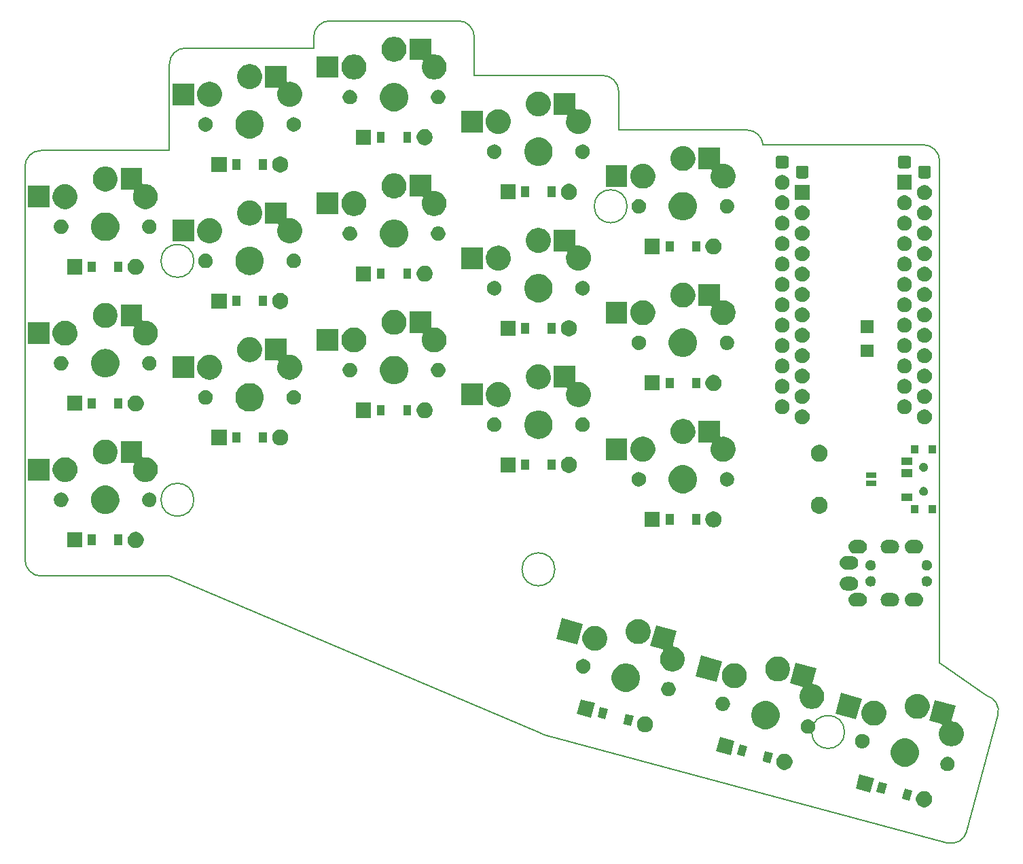
<source format=gbr>
G04 #@! TF.GenerationSoftware,KiCad,Pcbnew,5.1.5+dfsg1-2build2*
G04 #@! TF.CreationDate,2022-04-19T07:05:38+00:00*
G04 #@! TF.ProjectId,board,626f6172-642e-46b6-9963-61645f706362,v1.0.0*
G04 #@! TF.SameCoordinates,Original*
G04 #@! TF.FileFunction,Soldermask,Top*
G04 #@! TF.FilePolarity,Negative*
%FSLAX46Y46*%
G04 Gerber Fmt 4.6, Leading zero omitted, Abs format (unit mm)*
G04 Created by KiCad (PCBNEW 5.1.5+dfsg1-2build2) date 2022-04-19 07:05:38*
%MOMM*%
%LPD*%
G04 APERTURE LIST*
G04 #@! TA.AperFunction,Profile*
%ADD10C,0.150000*%
G04 #@! TD*
%ADD11C,0.350000*%
G04 APERTURE END LIST*
D10*
X10000000Y-9500000D02*
X26000000Y-9500000D01*
X8000000Y-7500000D02*
X8000000Y41500000D01*
X10000000Y-9500000D02*
G75*
G02X8000000Y-7500000I0J2000000D01*
G01*
X26000000Y43500000D02*
X10000000Y43500000D01*
X8000000Y41500000D02*
G75*
G02X10000000Y43500000I2000000J0D01*
G01*
X44000000Y56250000D02*
X28000000Y56250000D01*
X26000000Y54250000D02*
G75*
G02X28000000Y56250000I2000000J0D01*
G01*
X26000000Y54250000D02*
X26000000Y43500000D01*
X64000000Y52850000D02*
X64000000Y57650000D01*
X62000000Y59650000D02*
G75*
G02X64000000Y57650000I0J-2000000D01*
G01*
X62000000Y59650000D02*
X46000000Y59650000D01*
X44000000Y57650000D02*
G75*
G02X46000000Y59650000I2000000J0D01*
G01*
X44000000Y57650000D02*
X44000000Y56250000D01*
X82000000Y46050000D02*
X82000000Y50850000D01*
X80000000Y52850000D02*
G75*
G02X82000000Y50850000I0J-2000000D01*
G01*
X80000000Y52850000D02*
X64000000Y52850000D01*
X98000000Y46050000D02*
G75*
G02X99994367Y44200000I0J-2000000D01*
G01*
X98000000Y46050000D02*
X82000000Y46050000D01*
X72707107Y-29274745D02*
X122935250Y-42733335D01*
X72707107Y-29274745D02*
G75*
G02X72197860Y-29059141I517638J1931852D01*
G01*
X125384739Y-41319122D02*
G75*
G02X122935250Y-42733335I-1931851J517638D01*
G01*
X125384740Y-41319122D02*
X129267025Y-26830234D01*
X127852812Y-24380745D02*
G75*
G02X129267025Y-26830234I-517638J-1931851D01*
G01*
X122000000Y-20297692D02*
X127852812Y-24380745D01*
X72197860Y-29059141D02*
X26000000Y-9500000D01*
X122000000Y-20297692D02*
X122000000Y42200000D01*
X120000000Y44200000D02*
G75*
G02X122000000Y42200000I0J-2000000D01*
G01*
X120000000Y44200000D02*
X99994367Y44200000D01*
X29050000Y29750000D02*
G75*
G03X29050000Y29750000I-2050000J0D01*
G01*
X29050000Y0D02*
G75*
G03X29050000Y0I-2050000J0D01*
G01*
X83050000Y36550000D02*
G75*
G03X83050000Y36550000I-2050000J0D01*
G01*
X74050000Y-8670000D02*
G75*
G03X74050000Y-8670000I-2050000J0D01*
G01*
X110153958Y-28924179D02*
G75*
G03X110153958Y-28924179I-2050000J0D01*
G01*
D11*
G36*
X120345596Y-36338227D02*
G01*
X120528039Y-36413798D01*
X120692234Y-36523509D01*
X120831870Y-36663145D01*
X120941581Y-36827340D01*
X121017152Y-37009783D01*
X121055677Y-37203464D01*
X121055677Y-37400940D01*
X121017152Y-37594621D01*
X120941581Y-37777064D01*
X120831870Y-37941259D01*
X120692234Y-38080895D01*
X120528039Y-38190606D01*
X120345596Y-38266177D01*
X120151915Y-38304702D01*
X119954439Y-38304702D01*
X119760758Y-38266177D01*
X119578315Y-38190606D01*
X119414120Y-38080895D01*
X119274484Y-37941259D01*
X119164773Y-37777064D01*
X119089202Y-37594621D01*
X119050677Y-37400940D01*
X119050677Y-37203464D01*
X119089202Y-37009783D01*
X119164773Y-36827340D01*
X119274484Y-36663145D01*
X119414120Y-36523509D01*
X119578315Y-36413798D01*
X119760758Y-36338227D01*
X119954439Y-36299702D01*
X120151915Y-36299702D01*
X120345596Y-36338227D01*
G37*
G36*
X118617973Y-36244708D02*
G01*
X118281509Y-37500411D01*
X118281508Y-37500411D01*
X117315583Y-37241592D01*
X117426581Y-36827342D01*
X117652047Y-35985889D01*
X117652048Y-35985889D01*
X118617973Y-36244708D01*
G37*
G36*
X115430417Y-35390608D02*
G01*
X115093953Y-36646311D01*
X115093952Y-36646311D01*
X114128027Y-36387492D01*
X114141227Y-36338228D01*
X114464491Y-35131789D01*
X114464492Y-35131789D01*
X115430417Y-35390608D01*
G37*
G36*
X113842858Y-34666025D02*
G01*
X113356796Y-36480033D01*
X111542788Y-35993971D01*
X112028850Y-34179963D01*
X113842858Y-34666025D01*
G37*
G36*
X123155349Y-32026415D02*
G01*
X123242375Y-32043726D01*
X123406329Y-32111638D01*
X123553880Y-32210228D01*
X123679369Y-32335717D01*
X123777959Y-32483268D01*
X123845871Y-32647223D01*
X123880492Y-32821273D01*
X123880492Y-32998737D01*
X123845871Y-33172787D01*
X123777959Y-33336742D01*
X123679369Y-33484293D01*
X123553880Y-33609782D01*
X123406329Y-33708372D01*
X123242375Y-33776284D01*
X123155349Y-33793594D01*
X123068324Y-33810905D01*
X122890860Y-33810905D01*
X122803835Y-33793594D01*
X122716809Y-33776284D01*
X122634833Y-33742328D01*
X122552855Y-33708372D01*
X122405304Y-33609782D01*
X122279815Y-33484293D01*
X122181225Y-33336742D01*
X122113313Y-33172787D01*
X122078692Y-32998737D01*
X122078692Y-32821273D01*
X122113313Y-32647223D01*
X122181225Y-32483268D01*
X122279815Y-32335717D01*
X122405304Y-32210228D01*
X122552855Y-32111638D01*
X122716809Y-32043726D01*
X122803835Y-32026416D01*
X122890860Y-32009105D01*
X123068324Y-32009105D01*
X123155349Y-32026415D01*
G37*
G36*
X102958496Y-31679527D02*
G01*
X103140939Y-31755098D01*
X103305134Y-31864809D01*
X103444770Y-32004445D01*
X103554481Y-32168640D01*
X103630052Y-32351083D01*
X103668577Y-32544764D01*
X103668577Y-32742240D01*
X103630052Y-32935921D01*
X103554481Y-33118364D01*
X103444770Y-33282559D01*
X103305134Y-33422195D01*
X103140939Y-33531906D01*
X102958496Y-33607477D01*
X102764815Y-33646002D01*
X102567339Y-33646002D01*
X102373658Y-33607477D01*
X102191215Y-33531906D01*
X102027020Y-33422195D01*
X101887384Y-33282559D01*
X101777673Y-33118364D01*
X101702102Y-32935921D01*
X101663577Y-32742240D01*
X101663577Y-32544764D01*
X101702102Y-32351083D01*
X101777673Y-32168640D01*
X101887384Y-32004445D01*
X102027020Y-31864809D01*
X102191215Y-31755098D01*
X102373658Y-31679527D01*
X102567339Y-31641002D01*
X102764815Y-31641002D01*
X102958496Y-31679527D01*
G37*
G36*
X117883255Y-29730447D02*
G01*
X118181686Y-29789808D01*
X118502804Y-29922820D01*
X118791803Y-30115923D01*
X119037577Y-30361697D01*
X119230680Y-30650696D01*
X119363692Y-30971814D01*
X119431500Y-31312712D01*
X119431500Y-31660288D01*
X119363692Y-32001186D01*
X119230680Y-32322304D01*
X119037577Y-32611303D01*
X118791803Y-32857077D01*
X118502804Y-33050180D01*
X118181686Y-33183192D01*
X117883255Y-33242553D01*
X117840789Y-33251000D01*
X117493211Y-33251000D01*
X117450745Y-33242553D01*
X117152314Y-33183192D01*
X116831196Y-33050180D01*
X116542197Y-32857077D01*
X116296423Y-32611303D01*
X116103320Y-32322304D01*
X115970308Y-32001186D01*
X115902500Y-31660288D01*
X115902500Y-31312712D01*
X115970308Y-30971814D01*
X116103320Y-30650696D01*
X116296423Y-30361697D01*
X116542197Y-30115923D01*
X116831196Y-29922820D01*
X117152314Y-29789808D01*
X117450745Y-29730447D01*
X117493211Y-29722000D01*
X117840789Y-29722000D01*
X117883255Y-29730447D01*
G37*
G36*
X101230873Y-31586008D02*
G01*
X100894409Y-32841711D01*
X100894408Y-32841711D01*
X99928483Y-32582892D01*
X99998308Y-32322302D01*
X100264947Y-31327189D01*
X100264948Y-31327189D01*
X101230873Y-31586008D01*
G37*
G36*
X97740230Y-30650696D02*
G01*
X98043317Y-30731908D01*
X97706853Y-31987611D01*
X97706852Y-31987611D01*
X96740927Y-31728792D01*
X96754127Y-31679528D01*
X97077391Y-30473089D01*
X97077392Y-30473089D01*
X97740230Y-30650696D01*
G37*
G36*
X96455758Y-30007325D02*
G01*
X95969696Y-31821333D01*
X94155688Y-31335271D01*
X94641750Y-29521263D01*
X96455758Y-30007325D01*
G37*
G36*
X112530165Y-29179406D02*
G01*
X112617191Y-29196716D01*
X112781145Y-29264628D01*
X112928696Y-29363218D01*
X113054185Y-29488707D01*
X113152775Y-29636258D01*
X113220687Y-29800213D01*
X113239059Y-29892572D01*
X113255308Y-29974264D01*
X113255308Y-30151726D01*
X113220687Y-30325778D01*
X113186731Y-30407754D01*
X113152775Y-30489732D01*
X113054185Y-30637283D01*
X112928696Y-30762772D01*
X112781145Y-30861362D01*
X112699167Y-30895318D01*
X112617191Y-30929274D01*
X112530165Y-30946584D01*
X112443140Y-30963895D01*
X112265676Y-30963895D01*
X112178651Y-30946584D01*
X112091625Y-30929274D01*
X112009649Y-30895318D01*
X111927671Y-30861362D01*
X111780120Y-30762772D01*
X111654631Y-30637283D01*
X111556041Y-30489732D01*
X111522085Y-30407754D01*
X111488129Y-30325778D01*
X111453508Y-30151726D01*
X111453508Y-29974264D01*
X111469758Y-29892572D01*
X111488129Y-29800213D01*
X111556041Y-29636258D01*
X111654631Y-29488707D01*
X111780120Y-29363218D01*
X111927671Y-29264628D01*
X112009649Y-29230672D01*
X112091625Y-29196716D01*
X112178651Y-29179406D01*
X112265676Y-29162095D01*
X112443140Y-29162095D01*
X112530165Y-29179406D01*
G37*
G36*
X124023786Y-25632280D02*
G01*
X123535189Y-27455747D01*
X123531198Y-27479924D01*
X123531999Y-27504415D01*
X123537564Y-27528279D01*
X123547677Y-27550599D01*
X123561950Y-27570517D01*
X123579834Y-27587267D01*
X123600643Y-27600207D01*
X123631543Y-27610696D01*
X123799009Y-27644007D01*
X123919319Y-27667938D01*
X123978095Y-27692284D01*
X124201400Y-27784780D01*
X124201401Y-27784781D01*
X124455269Y-27954409D01*
X124671165Y-28170305D01*
X124784507Y-28339934D01*
X124840794Y-28424174D01*
X124909238Y-28589413D01*
X124923464Y-28623756D01*
X124957636Y-28706256D01*
X125017201Y-29005710D01*
X125017201Y-29311036D01*
X124957636Y-29610490D01*
X124840794Y-29892572D01*
X124840793Y-29892573D01*
X124671165Y-30146441D01*
X124455269Y-30362337D01*
X124289516Y-30473089D01*
X124201400Y-30531966D01*
X124036161Y-30600410D01*
X123919319Y-30648808D01*
X123769591Y-30678591D01*
X123619864Y-30708373D01*
X123314538Y-30708373D01*
X123164811Y-30678590D01*
X123015083Y-30648808D01*
X122898241Y-30600410D01*
X122733002Y-30531966D01*
X122644886Y-30473089D01*
X122479133Y-30362337D01*
X122263237Y-30146441D01*
X122093609Y-29892573D01*
X122093608Y-29892572D01*
X121976766Y-29610490D01*
X121917201Y-29311036D01*
X121917201Y-29005710D01*
X121976766Y-28706256D01*
X122010939Y-28623756D01*
X122025164Y-28589413D01*
X122093608Y-28424174D01*
X122149895Y-28339934D01*
X122263237Y-28170305D01*
X122279335Y-28154207D01*
X122294875Y-28135271D01*
X122306426Y-28113660D01*
X122313539Y-28090211D01*
X122315941Y-28065825D01*
X122313539Y-28041439D01*
X122306426Y-28017990D01*
X122294875Y-27996379D01*
X122279330Y-27977437D01*
X122260388Y-27961892D01*
X122238777Y-27950341D01*
X122223301Y-27945087D01*
X120716974Y-27541468D01*
X121415786Y-24933468D01*
X124023786Y-25632280D01*
G37*
G36*
X105768349Y-27367616D02*
G01*
X105855375Y-27384926D01*
X106019329Y-27452838D01*
X106166880Y-27551428D01*
X106292369Y-27676917D01*
X106390959Y-27824468D01*
X106390959Y-27824469D01*
X106454321Y-27977437D01*
X106458871Y-27988423D01*
X106493492Y-28162473D01*
X106493492Y-28339937D01*
X106458871Y-28513987D01*
X106390959Y-28677942D01*
X106292369Y-28825493D01*
X106166880Y-28950982D01*
X106019329Y-29049572D01*
X105937351Y-29083528D01*
X105855375Y-29117484D01*
X105768349Y-29134794D01*
X105681324Y-29152105D01*
X105503860Y-29152105D01*
X105416835Y-29134794D01*
X105329809Y-29117484D01*
X105165855Y-29049572D01*
X105018304Y-28950982D01*
X104892815Y-28825493D01*
X104794225Y-28677942D01*
X104726313Y-28513987D01*
X104691692Y-28339937D01*
X104691692Y-28162473D01*
X104726313Y-27988423D01*
X104730864Y-27977437D01*
X104794225Y-27824469D01*
X104794225Y-27824468D01*
X104892815Y-27676917D01*
X105018304Y-27551428D01*
X105165855Y-27452838D01*
X105247833Y-27418882D01*
X105329809Y-27384926D01*
X105416835Y-27367616D01*
X105503860Y-27350305D01*
X105681324Y-27350305D01*
X105768349Y-27367616D01*
G37*
G36*
X85571796Y-27020727D02*
G01*
X85754239Y-27096298D01*
X85918434Y-27206009D01*
X86058070Y-27345645D01*
X86167781Y-27509840D01*
X86243352Y-27692283D01*
X86281877Y-27885964D01*
X86281877Y-28083440D01*
X86243352Y-28277121D01*
X86167781Y-28459564D01*
X86058070Y-28623759D01*
X85918434Y-28763395D01*
X85754239Y-28873106D01*
X85571796Y-28948677D01*
X85378115Y-28987202D01*
X85180639Y-28987202D01*
X84986958Y-28948677D01*
X84804515Y-28873106D01*
X84640320Y-28763395D01*
X84500684Y-28623759D01*
X84390973Y-28459564D01*
X84315402Y-28277121D01*
X84276877Y-28083440D01*
X84276877Y-27885964D01*
X84315402Y-27692283D01*
X84390973Y-27509840D01*
X84500684Y-27345645D01*
X84640320Y-27206009D01*
X84804515Y-27096298D01*
X84986958Y-27020727D01*
X85180639Y-26982202D01*
X85378115Y-26982202D01*
X85571796Y-27020727D01*
G37*
G36*
X100496255Y-25071647D02*
G01*
X100794686Y-25131008D01*
X101115804Y-25264020D01*
X101404803Y-25457123D01*
X101650577Y-25702897D01*
X101843680Y-25991896D01*
X101976692Y-26313014D01*
X102044500Y-26653912D01*
X102044500Y-27001488D01*
X101976692Y-27342386D01*
X101843680Y-27663504D01*
X101650577Y-27952503D01*
X101404803Y-28198277D01*
X101115804Y-28391380D01*
X100794686Y-28524392D01*
X100496255Y-28583753D01*
X100453789Y-28592200D01*
X100106211Y-28592200D01*
X100063745Y-28583753D01*
X99765314Y-28524392D01*
X99444196Y-28391380D01*
X99155197Y-28198277D01*
X98909423Y-27952503D01*
X98716320Y-27663504D01*
X98583308Y-27342386D01*
X98515500Y-27001488D01*
X98515500Y-26653912D01*
X98583308Y-26313014D01*
X98716320Y-25991896D01*
X98909423Y-25702897D01*
X99155197Y-25457123D01*
X99444196Y-25264020D01*
X99765314Y-25131008D01*
X100063745Y-25071647D01*
X100106211Y-25063200D01*
X100453789Y-25063200D01*
X100496255Y-25071647D01*
G37*
G36*
X83098140Y-26727309D02*
G01*
X83844173Y-26927208D01*
X83507709Y-28182911D01*
X83507708Y-28182911D01*
X82541783Y-27924092D01*
X82579111Y-27784781D01*
X82878247Y-26668389D01*
X82878248Y-26668389D01*
X83098140Y-26727309D01*
G37*
G36*
X114110332Y-25049966D02*
G01*
X114260060Y-25079748D01*
X114376902Y-25128146D01*
X114542141Y-25196590D01*
X114542142Y-25196591D01*
X114796010Y-25366219D01*
X115011906Y-25582115D01*
X115068609Y-25666978D01*
X115181535Y-25835984D01*
X115240560Y-25978483D01*
X115292539Y-26103970D01*
X115298377Y-26118066D01*
X115337155Y-26313014D01*
X115357942Y-26417521D01*
X115357942Y-26722845D01*
X115298377Y-27022301D01*
X115267726Y-27096298D01*
X115181535Y-27304382D01*
X115153964Y-27345645D01*
X115011906Y-27558251D01*
X114796010Y-27774147D01*
X114720697Y-27824469D01*
X114542141Y-27943776D01*
X114434353Y-27988423D01*
X114260060Y-28060618D01*
X114233882Y-28065825D01*
X113960605Y-28120183D01*
X113655279Y-28120183D01*
X113382002Y-28065825D01*
X113355824Y-28060618D01*
X113181531Y-27988423D01*
X113073743Y-27943776D01*
X112895187Y-27824469D01*
X112819874Y-27774147D01*
X112603978Y-27558251D01*
X112461920Y-27345645D01*
X112434349Y-27304382D01*
X112348158Y-27096298D01*
X112317507Y-27022301D01*
X112257942Y-26722845D01*
X112257942Y-26417521D01*
X112278730Y-26313014D01*
X112317507Y-26118066D01*
X112323346Y-26103970D01*
X112375324Y-25978483D01*
X112434349Y-25835984D01*
X112547275Y-25666978D01*
X112603978Y-25582115D01*
X112819874Y-25366219D01*
X113073742Y-25196591D01*
X113073743Y-25196590D01*
X113238982Y-25128146D01*
X113355824Y-25079748D01*
X113505552Y-25049966D01*
X113655279Y-25020183D01*
X113960605Y-25020183D01*
X114110332Y-25049966D01*
G37*
G36*
X112297941Y-24767957D02*
G01*
X111599129Y-27375957D01*
X108991129Y-26677145D01*
X109689941Y-24069145D01*
X112297941Y-24767957D01*
G37*
G36*
X80353530Y-25991896D02*
G01*
X80656617Y-26073108D01*
X80320153Y-27328811D01*
X80320152Y-27328811D01*
X79354227Y-27069992D01*
X79367427Y-27020728D01*
X79690691Y-25814289D01*
X79690692Y-25814289D01*
X80353530Y-25991896D01*
G37*
G36*
X119509363Y-24219024D02*
G01*
X119659091Y-24248806D01*
X119764046Y-24292280D01*
X119941172Y-24365648D01*
X119941173Y-24365649D01*
X120195041Y-24535277D01*
X120410937Y-24751173D01*
X120463545Y-24829907D01*
X120580566Y-25005042D01*
X120611510Y-25079748D01*
X120697408Y-25287123D01*
X120756973Y-25586579D01*
X120756973Y-25891903D01*
X120697408Y-26191359D01*
X120664637Y-26270474D01*
X120580566Y-26473440D01*
X120580565Y-26473441D01*
X120410937Y-26727309D01*
X120195041Y-26943205D01*
X120025412Y-27056547D01*
X119941172Y-27112834D01*
X119775933Y-27181278D01*
X119659091Y-27229676D01*
X119509363Y-27259459D01*
X119359636Y-27289241D01*
X119054310Y-27289241D01*
X118904583Y-27259459D01*
X118754855Y-27229676D01*
X118638013Y-27181278D01*
X118472774Y-27112834D01*
X118388534Y-27056547D01*
X118218905Y-26943205D01*
X118003009Y-26727309D01*
X117833381Y-26473441D01*
X117833380Y-26473440D01*
X117749309Y-26270474D01*
X117716538Y-26191359D01*
X117656973Y-25891903D01*
X117656973Y-25586579D01*
X117716538Y-25287123D01*
X117802436Y-25079748D01*
X117833380Y-25005042D01*
X117950401Y-24829907D01*
X118003009Y-24751173D01*
X118218905Y-24535277D01*
X118472773Y-24365649D01*
X118472774Y-24365648D01*
X118649900Y-24292280D01*
X118754855Y-24248806D01*
X118904583Y-24219024D01*
X119054310Y-24189241D01*
X119359636Y-24189241D01*
X119509363Y-24219024D01*
G37*
G36*
X79069058Y-25348525D02*
G01*
X78582996Y-27162533D01*
X76768988Y-26676471D01*
X77255050Y-24862463D01*
X79069058Y-25348525D01*
G37*
G36*
X95143165Y-24520606D02*
G01*
X95230191Y-24537916D01*
X95394145Y-24605828D01*
X95541696Y-24704418D01*
X95667185Y-24829907D01*
X95765775Y-24977458D01*
X95783472Y-25020183D01*
X95833687Y-25141412D01*
X95844663Y-25196591D01*
X95852059Y-25233772D01*
X95868308Y-25315464D01*
X95868308Y-25492926D01*
X95833687Y-25666978D01*
X95799731Y-25748954D01*
X95765775Y-25830932D01*
X95667185Y-25978483D01*
X95541696Y-26103972D01*
X95394145Y-26202562D01*
X95312167Y-26236518D01*
X95230191Y-26270474D01*
X95143165Y-26287784D01*
X95056140Y-26305095D01*
X94878676Y-26305095D01*
X94791651Y-26287784D01*
X94704625Y-26270474D01*
X94622649Y-26236518D01*
X94540671Y-26202562D01*
X94393120Y-26103972D01*
X94267631Y-25978483D01*
X94169041Y-25830932D01*
X94135085Y-25748954D01*
X94101129Y-25666978D01*
X94066508Y-25492926D01*
X94066508Y-25315464D01*
X94082758Y-25233772D01*
X94090153Y-25196591D01*
X94101129Y-25141412D01*
X94151344Y-25020183D01*
X94169041Y-24977458D01*
X94267631Y-24829907D01*
X94393120Y-24704418D01*
X94540671Y-24605828D01*
X94622649Y-24571872D01*
X94704625Y-24537916D01*
X94791651Y-24520605D01*
X94878676Y-24503295D01*
X95056140Y-24503295D01*
X95143165Y-24520606D01*
G37*
G36*
X106636786Y-20973480D02*
G01*
X106192804Y-22630441D01*
X106148189Y-22796947D01*
X106144198Y-22821124D01*
X106144999Y-22845615D01*
X106150564Y-22869479D01*
X106160677Y-22891799D01*
X106174950Y-22911717D01*
X106192834Y-22928467D01*
X106213643Y-22941407D01*
X106244543Y-22951896D01*
X106412009Y-22985207D01*
X106532319Y-23009138D01*
X106554237Y-23018217D01*
X106814400Y-23125980D01*
X106898640Y-23182267D01*
X107068269Y-23295609D01*
X107284165Y-23511505D01*
X107330920Y-23581480D01*
X107453794Y-23765374D01*
X107495347Y-23865692D01*
X107570636Y-24047455D01*
X107630201Y-24346911D01*
X107630201Y-24652235D01*
X107570636Y-24951691D01*
X107548537Y-25005042D01*
X107453794Y-25233772D01*
X107453793Y-25233773D01*
X107284165Y-25487641D01*
X107068269Y-25703537D01*
X106902516Y-25814289D01*
X106814400Y-25873166D01*
X106649161Y-25941610D01*
X106532319Y-25990008D01*
X106382591Y-26019791D01*
X106232864Y-26049573D01*
X105927538Y-26049573D01*
X105777811Y-26019791D01*
X105628083Y-25990008D01*
X105511241Y-25941610D01*
X105346002Y-25873166D01*
X105257886Y-25814289D01*
X105092133Y-25703537D01*
X104876237Y-25487641D01*
X104706609Y-25233773D01*
X104706608Y-25233772D01*
X104611865Y-25005042D01*
X104589766Y-24951691D01*
X104530201Y-24652235D01*
X104530201Y-24346911D01*
X104589766Y-24047455D01*
X104665055Y-23865692D01*
X104706608Y-23765374D01*
X104829482Y-23581480D01*
X104876237Y-23511505D01*
X104892335Y-23495407D01*
X104907875Y-23476471D01*
X104919426Y-23454860D01*
X104926539Y-23431411D01*
X104928941Y-23407025D01*
X104926539Y-23382639D01*
X104919426Y-23359190D01*
X104907875Y-23337579D01*
X104892330Y-23318637D01*
X104873388Y-23303092D01*
X104851777Y-23291541D01*
X104836301Y-23286287D01*
X103329974Y-22882668D01*
X104028786Y-20274668D01*
X106636786Y-20973480D01*
G37*
G36*
X88381649Y-22708915D02*
G01*
X88468675Y-22726226D01*
X88550651Y-22760182D01*
X88632629Y-22794138D01*
X88780180Y-22892728D01*
X88905669Y-23018217D01*
X89004259Y-23165768D01*
X89004259Y-23165769D01*
X89072171Y-23329722D01*
X89082697Y-23382639D01*
X89106792Y-23503773D01*
X89106792Y-23681237D01*
X89072171Y-23855287D01*
X89004259Y-24019242D01*
X88905669Y-24166793D01*
X88780180Y-24292282D01*
X88632629Y-24390872D01*
X88468675Y-24458784D01*
X88381649Y-24476094D01*
X88294624Y-24493405D01*
X88117160Y-24493405D01*
X88030135Y-24476094D01*
X87943109Y-24458784D01*
X87779155Y-24390872D01*
X87631604Y-24292282D01*
X87506115Y-24166793D01*
X87407525Y-24019242D01*
X87339613Y-23855287D01*
X87304992Y-23681237D01*
X87304992Y-23503773D01*
X87329087Y-23382639D01*
X87339613Y-23329722D01*
X87407525Y-23165769D01*
X87407525Y-23165768D01*
X87506115Y-23018217D01*
X87631604Y-22892728D01*
X87779155Y-22794138D01*
X87943109Y-22726226D01*
X88030135Y-22708915D01*
X88117160Y-22691605D01*
X88294624Y-22691605D01*
X88381649Y-22708915D01*
G37*
G36*
X83109555Y-20412947D02*
G01*
X83407986Y-20472308D01*
X83729104Y-20605320D01*
X84018103Y-20798423D01*
X84263877Y-21044197D01*
X84456980Y-21333196D01*
X84589992Y-21654314D01*
X84657800Y-21995212D01*
X84657800Y-22342788D01*
X84589992Y-22683686D01*
X84456980Y-23004804D01*
X84263877Y-23293803D01*
X84018103Y-23539577D01*
X83729104Y-23732680D01*
X83407986Y-23865692D01*
X83109555Y-23925053D01*
X83067089Y-23933500D01*
X82719511Y-23933500D01*
X82677045Y-23925053D01*
X82378614Y-23865692D01*
X82057496Y-23732680D01*
X81768497Y-23539577D01*
X81522723Y-23293803D01*
X81329620Y-23004804D01*
X81196608Y-22683686D01*
X81128800Y-22342788D01*
X81128800Y-21995212D01*
X81196608Y-21654314D01*
X81329620Y-21333196D01*
X81522723Y-21044197D01*
X81768497Y-20798423D01*
X82057496Y-20605320D01*
X82378614Y-20472308D01*
X82677045Y-20412947D01*
X82719511Y-20404500D01*
X83067089Y-20404500D01*
X83109555Y-20412947D01*
G37*
G36*
X96723332Y-20391165D02*
G01*
X96873060Y-20420948D01*
X96989902Y-20469346D01*
X97155141Y-20537790D01*
X97210939Y-20575073D01*
X97409010Y-20707419D01*
X97624906Y-20923315D01*
X97681675Y-21008277D01*
X97794535Y-21177184D01*
X97911377Y-21459266D01*
X97970942Y-21758720D01*
X97970942Y-22064046D01*
X97911377Y-22363500D01*
X97794535Y-22645582D01*
X97794534Y-22645583D01*
X97624906Y-22899451D01*
X97409010Y-23115347D01*
X97239381Y-23228689D01*
X97155141Y-23284976D01*
X97047114Y-23329722D01*
X96873060Y-23401818D01*
X96846882Y-23407025D01*
X96573605Y-23461383D01*
X96268279Y-23461383D01*
X95995002Y-23407025D01*
X95968824Y-23401818D01*
X95794770Y-23329722D01*
X95686743Y-23284976D01*
X95602503Y-23228689D01*
X95432874Y-23115347D01*
X95216978Y-22899451D01*
X95047350Y-22645583D01*
X95047349Y-22645582D01*
X94930507Y-22363500D01*
X94870942Y-22064046D01*
X94870942Y-21758720D01*
X94930507Y-21459266D01*
X95047349Y-21177184D01*
X95160209Y-21008277D01*
X95216978Y-20923315D01*
X95432874Y-20707419D01*
X95630945Y-20575073D01*
X95686743Y-20537790D01*
X95851982Y-20469346D01*
X95968824Y-20420948D01*
X96118552Y-20391166D01*
X96268279Y-20361383D01*
X96573605Y-20361383D01*
X96723332Y-20391165D01*
G37*
G36*
X94910941Y-20109157D02*
G01*
X94212129Y-22717157D01*
X91604129Y-22018345D01*
X92302941Y-19410345D01*
X94910941Y-20109157D01*
G37*
G36*
X102122363Y-19560223D02*
G01*
X102272091Y-19590006D01*
X102388933Y-19638404D01*
X102554172Y-19706848D01*
X102554173Y-19706849D01*
X102808041Y-19876477D01*
X103023937Y-20092373D01*
X103137279Y-20262002D01*
X103193566Y-20346242D01*
X103250094Y-20482712D01*
X103300880Y-20605320D01*
X103310408Y-20628324D01*
X103369973Y-20927778D01*
X103369973Y-21233104D01*
X103310408Y-21532558D01*
X103193566Y-21814640D01*
X103193565Y-21814641D01*
X103023937Y-22068509D01*
X102808041Y-22284405D01*
X102638412Y-22397747D01*
X102554172Y-22454034D01*
X102388933Y-22522478D01*
X102272091Y-22570876D01*
X102122363Y-22600659D01*
X101972636Y-22630441D01*
X101667310Y-22630441D01*
X101517583Y-22600659D01*
X101367855Y-22570876D01*
X101251013Y-22522478D01*
X101085774Y-22454034D01*
X101001534Y-22397747D01*
X100831905Y-22284405D01*
X100616009Y-22068509D01*
X100446381Y-21814641D01*
X100446380Y-21814640D01*
X100329538Y-21532558D01*
X100269973Y-21233104D01*
X100269973Y-20927778D01*
X100329538Y-20628324D01*
X100339067Y-20605320D01*
X100389852Y-20482712D01*
X100446380Y-20346242D01*
X100502667Y-20262002D01*
X100616009Y-20092373D01*
X100831905Y-19876477D01*
X101085773Y-19706849D01*
X101085774Y-19706848D01*
X101251013Y-19638404D01*
X101367855Y-19590006D01*
X101517583Y-19560224D01*
X101667310Y-19530441D01*
X101972636Y-19530441D01*
X102122363Y-19560223D01*
G37*
G36*
X77756465Y-19861905D02*
G01*
X77843491Y-19879216D01*
X77925467Y-19913172D01*
X78007445Y-19947128D01*
X78154996Y-20045718D01*
X78280485Y-20171207D01*
X78379075Y-20318758D01*
X78446987Y-20482713D01*
X78465359Y-20575072D01*
X78481608Y-20656764D01*
X78481608Y-20834226D01*
X78446987Y-21008278D01*
X78413031Y-21090254D01*
X78379075Y-21172232D01*
X78280485Y-21319783D01*
X78154996Y-21445272D01*
X78007445Y-21543862D01*
X77925467Y-21577818D01*
X77843491Y-21611774D01*
X77756465Y-21629085D01*
X77669440Y-21646395D01*
X77491976Y-21646395D01*
X77404951Y-21629085D01*
X77317925Y-21611774D01*
X77153971Y-21543862D01*
X77006420Y-21445272D01*
X76880931Y-21319783D01*
X76782341Y-21172232D01*
X76748385Y-21090254D01*
X76714429Y-21008278D01*
X76679808Y-20834226D01*
X76679808Y-20656764D01*
X76696058Y-20575072D01*
X76714429Y-20482713D01*
X76782341Y-20318758D01*
X76880931Y-20171207D01*
X77006420Y-20045718D01*
X77153971Y-19947128D01*
X77317925Y-19879216D01*
X77404951Y-19861906D01*
X77491976Y-19844595D01*
X77669440Y-19844595D01*
X77756465Y-19861905D01*
G37*
G36*
X89250086Y-16314780D02*
G01*
X88806104Y-17971741D01*
X88761489Y-18138247D01*
X88757498Y-18162424D01*
X88758299Y-18186915D01*
X88763864Y-18210779D01*
X88773977Y-18233099D01*
X88788250Y-18253017D01*
X88806134Y-18269767D01*
X88826943Y-18282707D01*
X88857843Y-18293196D01*
X89025309Y-18326507D01*
X89145619Y-18350438D01*
X89262461Y-18398836D01*
X89427700Y-18467280D01*
X89427701Y-18467281D01*
X89681569Y-18636909D01*
X89897465Y-18852805D01*
X89944220Y-18922780D01*
X90067094Y-19106674D01*
X90135538Y-19271913D01*
X90183936Y-19388755D01*
X90243501Y-19688211D01*
X90243501Y-19993535D01*
X90183936Y-20292991D01*
X90155607Y-20361383D01*
X90067094Y-20575072D01*
X90067093Y-20575073D01*
X89897465Y-20828941D01*
X89681569Y-21044837D01*
X89511940Y-21158179D01*
X89427700Y-21214466D01*
X89262461Y-21282910D01*
X89145619Y-21331308D01*
X88995891Y-21361091D01*
X88846164Y-21390873D01*
X88540838Y-21390873D01*
X88391111Y-21361091D01*
X88241383Y-21331308D01*
X88124541Y-21282910D01*
X87959302Y-21214466D01*
X87875062Y-21158179D01*
X87705433Y-21044837D01*
X87489537Y-20828941D01*
X87319909Y-20575073D01*
X87319908Y-20575072D01*
X87231395Y-20361383D01*
X87203066Y-20292991D01*
X87143501Y-19993535D01*
X87143501Y-19688211D01*
X87203066Y-19388755D01*
X87251464Y-19271913D01*
X87319908Y-19106674D01*
X87442782Y-18922780D01*
X87489537Y-18852805D01*
X87505635Y-18836707D01*
X87521175Y-18817771D01*
X87532726Y-18796160D01*
X87539839Y-18772711D01*
X87542241Y-18748325D01*
X87539839Y-18723939D01*
X87532726Y-18700490D01*
X87521175Y-18678879D01*
X87505630Y-18659937D01*
X87486688Y-18644392D01*
X87465077Y-18632841D01*
X87449601Y-18627587D01*
X85943274Y-18223968D01*
X86642086Y-15615968D01*
X89250086Y-16314780D01*
G37*
G36*
X79336632Y-15732466D02*
G01*
X79486360Y-15762248D01*
X79603202Y-15810646D01*
X79768441Y-15879090D01*
X79768442Y-15879091D01*
X80022310Y-16048719D01*
X80238206Y-16264615D01*
X80351548Y-16434244D01*
X80407835Y-16518484D01*
X80524677Y-16800566D01*
X80584242Y-17100020D01*
X80584242Y-17405346D01*
X80524677Y-17704800D01*
X80407835Y-17986882D01*
X80407834Y-17986883D01*
X80238206Y-18240751D01*
X80022310Y-18456647D01*
X79852681Y-18569989D01*
X79768441Y-18626276D01*
X79641446Y-18678879D01*
X79486360Y-18743118D01*
X79460182Y-18748325D01*
X79186905Y-18802683D01*
X78881579Y-18802683D01*
X78608302Y-18748325D01*
X78582124Y-18743118D01*
X78427038Y-18678879D01*
X78300043Y-18626276D01*
X78215803Y-18569989D01*
X78046174Y-18456647D01*
X77830278Y-18240751D01*
X77660650Y-17986883D01*
X77660649Y-17986882D01*
X77543807Y-17704800D01*
X77484242Y-17405346D01*
X77484242Y-17100020D01*
X77543807Y-16800566D01*
X77660649Y-16518484D01*
X77716936Y-16434244D01*
X77830278Y-16264615D01*
X78046174Y-16048719D01*
X78300042Y-15879091D01*
X78300043Y-15879090D01*
X78465282Y-15810646D01*
X78582124Y-15762248D01*
X78731852Y-15732465D01*
X78881579Y-15702683D01*
X79186905Y-15702683D01*
X79336632Y-15732466D01*
G37*
G36*
X77524241Y-15450457D02*
G01*
X76825429Y-18058457D01*
X74217429Y-17359645D01*
X74916241Y-14751645D01*
X77524241Y-15450457D01*
G37*
G36*
X84735663Y-14901523D02*
G01*
X84885391Y-14931306D01*
X85002233Y-14979704D01*
X85167472Y-15048148D01*
X85167473Y-15048149D01*
X85421341Y-15217777D01*
X85637237Y-15433673D01*
X85750579Y-15603302D01*
X85806866Y-15687542D01*
X85923708Y-15969624D01*
X85983273Y-16269078D01*
X85983273Y-16574404D01*
X85923708Y-16873858D01*
X85806866Y-17155940D01*
X85806865Y-17155941D01*
X85637237Y-17409809D01*
X85421341Y-17625705D01*
X85251712Y-17739047D01*
X85167472Y-17795334D01*
X85002233Y-17863778D01*
X84885391Y-17912176D01*
X84735663Y-17941958D01*
X84585936Y-17971741D01*
X84280610Y-17971741D01*
X84130883Y-17941958D01*
X83981155Y-17912176D01*
X83864313Y-17863778D01*
X83699074Y-17795334D01*
X83614834Y-17739047D01*
X83445205Y-17625705D01*
X83229309Y-17409809D01*
X83059681Y-17155941D01*
X83059680Y-17155940D01*
X82942838Y-16873858D01*
X82883273Y-16574404D01*
X82883273Y-16269078D01*
X82942838Y-15969624D01*
X83059680Y-15687542D01*
X83115967Y-15603302D01*
X83229309Y-15433673D01*
X83445205Y-15217777D01*
X83699073Y-15048149D01*
X83699074Y-15048148D01*
X83864313Y-14979704D01*
X83981155Y-14931306D01*
X84130883Y-14901524D01*
X84280610Y-14871741D01*
X84585936Y-14871741D01*
X84735663Y-14901523D01*
G37*
G36*
X119266627Y-11612299D02*
G01*
X119346742Y-11636601D01*
X119426855Y-11660903D01*
X119426857Y-11660904D01*
X119574518Y-11739831D01*
X119703949Y-11846051D01*
X119810169Y-11975482D01*
X119889096Y-12123143D01*
X119937701Y-12283373D01*
X119954112Y-12450000D01*
X119937701Y-12616627D01*
X119889096Y-12776857D01*
X119810169Y-12924518D01*
X119703949Y-13053949D01*
X119574518Y-13160169D01*
X119426857Y-13239096D01*
X119426855Y-13239097D01*
X119346742Y-13263399D01*
X119266627Y-13287701D01*
X119141752Y-13300000D01*
X118458248Y-13300000D01*
X118333373Y-13287701D01*
X118253258Y-13263399D01*
X118173145Y-13239097D01*
X118173143Y-13239096D01*
X118025482Y-13160169D01*
X117896051Y-13053949D01*
X117789831Y-12924518D01*
X117710904Y-12776857D01*
X117662299Y-12616627D01*
X117645888Y-12450000D01*
X117662299Y-12283373D01*
X117710904Y-12123143D01*
X117789831Y-11975482D01*
X117896051Y-11846051D01*
X118025482Y-11739831D01*
X118173143Y-11660904D01*
X118173145Y-11660903D01*
X118253258Y-11636601D01*
X118333373Y-11612299D01*
X118458248Y-11600000D01*
X119141752Y-11600000D01*
X119266627Y-11612299D01*
G37*
G36*
X116266627Y-11612299D02*
G01*
X116346742Y-11636601D01*
X116426855Y-11660903D01*
X116426857Y-11660904D01*
X116574518Y-11739831D01*
X116703949Y-11846051D01*
X116810169Y-11975482D01*
X116889096Y-12123143D01*
X116937701Y-12283373D01*
X116954112Y-12450000D01*
X116937701Y-12616627D01*
X116889096Y-12776857D01*
X116810169Y-12924518D01*
X116703949Y-13053949D01*
X116574518Y-13160169D01*
X116426857Y-13239096D01*
X116426855Y-13239097D01*
X116346742Y-13263399D01*
X116266627Y-13287701D01*
X116141752Y-13300000D01*
X115458248Y-13300000D01*
X115333373Y-13287701D01*
X115253258Y-13263399D01*
X115173145Y-13239097D01*
X115173143Y-13239096D01*
X115025482Y-13160169D01*
X114896051Y-13053949D01*
X114789831Y-12924518D01*
X114710904Y-12776857D01*
X114662299Y-12616627D01*
X114645888Y-12450000D01*
X114662299Y-12283373D01*
X114710904Y-12123143D01*
X114789831Y-11975482D01*
X114896051Y-11846051D01*
X115025482Y-11739831D01*
X115173143Y-11660904D01*
X115173145Y-11660903D01*
X115253258Y-11636601D01*
X115333373Y-11612299D01*
X115458248Y-11600000D01*
X116141752Y-11600000D01*
X116266627Y-11612299D01*
G37*
G36*
X112266627Y-11612299D02*
G01*
X112346742Y-11636601D01*
X112426855Y-11660903D01*
X112426857Y-11660904D01*
X112574518Y-11739831D01*
X112703949Y-11846051D01*
X112810169Y-11975482D01*
X112889096Y-12123143D01*
X112937701Y-12283373D01*
X112954112Y-12450000D01*
X112937701Y-12616627D01*
X112889096Y-12776857D01*
X112810169Y-12924518D01*
X112703949Y-13053949D01*
X112574518Y-13160169D01*
X112426857Y-13239096D01*
X112426855Y-13239097D01*
X112346742Y-13263399D01*
X112266627Y-13287701D01*
X112141752Y-13300000D01*
X111458248Y-13300000D01*
X111333373Y-13287701D01*
X111253258Y-13263399D01*
X111173145Y-13239097D01*
X111173143Y-13239096D01*
X111025482Y-13160169D01*
X110896051Y-13053949D01*
X110789831Y-12924518D01*
X110710904Y-12776857D01*
X110662299Y-12616627D01*
X110645888Y-12450000D01*
X110662299Y-12283373D01*
X110710904Y-12123143D01*
X110789831Y-11975482D01*
X110896051Y-11846051D01*
X111025482Y-11739831D01*
X111173143Y-11660904D01*
X111173145Y-11660903D01*
X111253258Y-11636601D01*
X111333373Y-11612299D01*
X111458248Y-11600000D01*
X112141752Y-11600000D01*
X112266627Y-11612299D01*
G37*
G36*
X111166627Y-9612299D02*
G01*
X111246742Y-9636602D01*
X111326855Y-9660903D01*
X111326857Y-9660904D01*
X111474518Y-9739831D01*
X111603949Y-9846051D01*
X111710169Y-9975482D01*
X111789096Y-10123143D01*
X111837701Y-10283373D01*
X111854112Y-10450000D01*
X111837701Y-10616627D01*
X111789096Y-10776857D01*
X111710169Y-10924518D01*
X111603949Y-11053949D01*
X111474518Y-11160169D01*
X111326857Y-11239096D01*
X111326855Y-11239097D01*
X111246742Y-11263398D01*
X111166627Y-11287701D01*
X111041752Y-11300000D01*
X110358248Y-11300000D01*
X110233373Y-11287701D01*
X110153258Y-11263398D01*
X110073145Y-11239097D01*
X110073143Y-11239096D01*
X109925482Y-11160169D01*
X109796051Y-11053949D01*
X109689831Y-10924518D01*
X109610904Y-10776857D01*
X109562299Y-10616627D01*
X109545888Y-10450000D01*
X109562299Y-10283373D01*
X109610904Y-10123143D01*
X109689831Y-9975482D01*
X109796051Y-9846051D01*
X109925482Y-9739831D01*
X110073143Y-9660904D01*
X110073145Y-9660903D01*
X110153258Y-9636602D01*
X110233373Y-9612299D01*
X110358248Y-9600000D01*
X111041752Y-9600000D01*
X111166627Y-9612299D01*
G37*
G36*
X113547738Y-9516653D02*
G01*
X113589598Y-9524979D01*
X113638596Y-9545275D01*
X113707889Y-9573977D01*
X113707890Y-9573978D01*
X113814351Y-9645112D01*
X113904888Y-9735649D01*
X113952418Y-9806784D01*
X113976023Y-9842111D01*
X113977655Y-9846052D01*
X114025021Y-9960402D01*
X114033347Y-10002262D01*
X114050000Y-10085979D01*
X114050000Y-10214021D01*
X114025021Y-10339597D01*
X113976023Y-10457889D01*
X113976022Y-10457890D01*
X113904888Y-10564351D01*
X113814351Y-10654888D01*
X113743216Y-10702418D01*
X113707889Y-10726023D01*
X113638596Y-10754725D01*
X113589598Y-10775021D01*
X113547738Y-10783347D01*
X113464021Y-10800000D01*
X113335979Y-10800000D01*
X113252262Y-10783347D01*
X113210402Y-10775021D01*
X113161404Y-10754725D01*
X113092111Y-10726023D01*
X113056784Y-10702418D01*
X112985649Y-10654888D01*
X112895112Y-10564351D01*
X112823978Y-10457890D01*
X112823977Y-10457889D01*
X112774979Y-10339597D01*
X112750000Y-10214021D01*
X112750000Y-10085979D01*
X112766653Y-10002262D01*
X112774979Y-9960402D01*
X112822345Y-9846052D01*
X112823977Y-9842111D01*
X112847582Y-9806784D01*
X112895112Y-9735649D01*
X112985649Y-9645112D01*
X113092110Y-9573978D01*
X113092111Y-9573977D01*
X113161404Y-9545275D01*
X113210402Y-9524979D01*
X113252262Y-9516653D01*
X113335979Y-9500000D01*
X113464021Y-9500000D01*
X113547738Y-9516653D01*
G37*
G36*
X120547738Y-9516653D02*
G01*
X120589598Y-9524979D01*
X120638596Y-9545275D01*
X120707889Y-9573977D01*
X120707890Y-9573978D01*
X120814351Y-9645112D01*
X120904888Y-9735649D01*
X120952418Y-9806784D01*
X120976023Y-9842111D01*
X120977655Y-9846052D01*
X121025021Y-9960402D01*
X121033347Y-10002262D01*
X121050000Y-10085979D01*
X121050000Y-10214021D01*
X121025021Y-10339597D01*
X120976023Y-10457889D01*
X120976022Y-10457890D01*
X120904888Y-10564351D01*
X120814351Y-10654888D01*
X120743216Y-10702418D01*
X120707889Y-10726023D01*
X120638596Y-10754725D01*
X120589598Y-10775021D01*
X120547738Y-10783347D01*
X120464021Y-10800000D01*
X120335979Y-10800000D01*
X120252262Y-10783347D01*
X120210402Y-10775021D01*
X120161404Y-10754725D01*
X120092111Y-10726023D01*
X120056784Y-10702418D01*
X119985649Y-10654888D01*
X119895112Y-10564351D01*
X119823978Y-10457890D01*
X119823977Y-10457889D01*
X119774979Y-10339597D01*
X119750000Y-10214021D01*
X119750000Y-10085979D01*
X119766653Y-10002262D01*
X119774979Y-9960402D01*
X119822345Y-9846052D01*
X119823977Y-9842111D01*
X119847582Y-9806784D01*
X119895112Y-9735649D01*
X119985649Y-9645112D01*
X120092110Y-9573978D01*
X120092111Y-9573977D01*
X120161404Y-9545275D01*
X120210402Y-9524979D01*
X120252262Y-9516653D01*
X120335979Y-9500000D01*
X120464021Y-9500000D01*
X120547738Y-9516653D01*
G37*
G36*
X113547738Y-7516653D02*
G01*
X113589598Y-7524979D01*
X113638596Y-7545275D01*
X113707889Y-7573977D01*
X113707890Y-7573978D01*
X113814351Y-7645112D01*
X113904888Y-7735649D01*
X113952418Y-7806784D01*
X113976023Y-7842111D01*
X114004725Y-7911404D01*
X114025021Y-7960402D01*
X114050000Y-8085981D01*
X114050000Y-8214019D01*
X114028021Y-8324518D01*
X114025021Y-8339597D01*
X113976023Y-8457889D01*
X113976022Y-8457890D01*
X113904888Y-8564351D01*
X113814351Y-8654888D01*
X113765242Y-8687701D01*
X113707889Y-8726023D01*
X113638596Y-8754725D01*
X113589598Y-8775021D01*
X113547738Y-8783347D01*
X113464021Y-8800000D01*
X113335979Y-8800000D01*
X113252262Y-8783347D01*
X113210402Y-8775021D01*
X113161404Y-8754725D01*
X113092111Y-8726023D01*
X113034758Y-8687701D01*
X112985649Y-8654888D01*
X112895112Y-8564351D01*
X112823978Y-8457890D01*
X112823977Y-8457889D01*
X112774979Y-8339597D01*
X112771980Y-8324518D01*
X112750000Y-8214019D01*
X112750000Y-8085981D01*
X112774979Y-7960402D01*
X112795275Y-7911404D01*
X112823977Y-7842111D01*
X112847582Y-7806784D01*
X112895112Y-7735649D01*
X112985649Y-7645112D01*
X113092110Y-7573978D01*
X113092111Y-7573977D01*
X113161404Y-7545275D01*
X113210402Y-7524979D01*
X113252262Y-7516653D01*
X113335979Y-7500000D01*
X113464021Y-7500000D01*
X113547738Y-7516653D01*
G37*
G36*
X120547738Y-7516653D02*
G01*
X120589598Y-7524979D01*
X120638596Y-7545275D01*
X120707889Y-7573977D01*
X120707890Y-7573978D01*
X120814351Y-7645112D01*
X120904888Y-7735649D01*
X120952418Y-7806784D01*
X120976023Y-7842111D01*
X121004725Y-7911404D01*
X121025021Y-7960402D01*
X121050000Y-8085981D01*
X121050000Y-8214019D01*
X121028021Y-8324518D01*
X121025021Y-8339597D01*
X120976023Y-8457889D01*
X120976022Y-8457890D01*
X120904888Y-8564351D01*
X120814351Y-8654888D01*
X120765242Y-8687701D01*
X120707889Y-8726023D01*
X120638596Y-8754725D01*
X120589598Y-8775021D01*
X120547738Y-8783347D01*
X120464021Y-8800000D01*
X120335979Y-8800000D01*
X120252262Y-8783347D01*
X120210402Y-8775021D01*
X120161404Y-8754725D01*
X120092111Y-8726023D01*
X120034758Y-8687701D01*
X119985649Y-8654888D01*
X119895112Y-8564351D01*
X119823978Y-8457890D01*
X119823977Y-8457889D01*
X119774979Y-8339597D01*
X119771980Y-8324518D01*
X119750000Y-8214019D01*
X119750000Y-8085981D01*
X119774979Y-7960402D01*
X119795275Y-7911404D01*
X119823977Y-7842111D01*
X119847582Y-7806784D01*
X119895112Y-7735649D01*
X119985649Y-7645112D01*
X120092110Y-7573978D01*
X120092111Y-7573977D01*
X120161404Y-7545275D01*
X120210402Y-7524979D01*
X120252262Y-7516653D01*
X120335979Y-7500000D01*
X120464021Y-7500000D01*
X120547738Y-7516653D01*
G37*
G36*
X111166627Y-7012299D02*
G01*
X111246742Y-7036602D01*
X111326855Y-7060903D01*
X111326857Y-7060904D01*
X111474518Y-7139831D01*
X111603949Y-7246051D01*
X111710169Y-7375482D01*
X111789096Y-7523143D01*
X111837701Y-7683373D01*
X111854112Y-7850000D01*
X111837701Y-8016627D01*
X111789096Y-8176857D01*
X111710169Y-8324518D01*
X111603949Y-8453949D01*
X111474518Y-8560169D01*
X111326857Y-8639096D01*
X111326855Y-8639097D01*
X111246742Y-8663399D01*
X111166627Y-8687701D01*
X111041752Y-8700000D01*
X110358248Y-8700000D01*
X110233373Y-8687701D01*
X110153258Y-8663399D01*
X110073145Y-8639097D01*
X110073143Y-8639096D01*
X109925482Y-8560169D01*
X109796051Y-8453949D01*
X109689831Y-8324518D01*
X109610904Y-8176857D01*
X109562299Y-8016627D01*
X109545888Y-7850000D01*
X109562299Y-7683373D01*
X109610904Y-7523143D01*
X109689831Y-7375482D01*
X109796051Y-7246051D01*
X109925482Y-7139831D01*
X110073143Y-7060904D01*
X110073145Y-7060903D01*
X110153258Y-7036602D01*
X110233373Y-7012299D01*
X110358248Y-7000000D01*
X111041752Y-7000000D01*
X111166627Y-7012299D01*
G37*
G36*
X112266627Y-5012299D02*
G01*
X112346742Y-5036602D01*
X112426855Y-5060903D01*
X112426857Y-5060904D01*
X112574518Y-5139831D01*
X112703949Y-5246051D01*
X112810169Y-5375482D01*
X112889096Y-5523143D01*
X112937701Y-5683373D01*
X112954112Y-5850000D01*
X112937701Y-6016627D01*
X112889096Y-6176857D01*
X112810169Y-6324518D01*
X112703949Y-6453949D01*
X112574518Y-6560169D01*
X112426857Y-6639096D01*
X112426855Y-6639097D01*
X112346742Y-6663398D01*
X112266627Y-6687701D01*
X112141752Y-6700000D01*
X111458248Y-6700000D01*
X111333373Y-6687701D01*
X111253258Y-6663398D01*
X111173145Y-6639097D01*
X111173143Y-6639096D01*
X111025482Y-6560169D01*
X110896051Y-6453949D01*
X110789831Y-6324518D01*
X110710904Y-6176857D01*
X110662299Y-6016627D01*
X110645888Y-5850000D01*
X110662299Y-5683373D01*
X110710904Y-5523143D01*
X110789831Y-5375482D01*
X110896051Y-5246051D01*
X111025482Y-5139831D01*
X111173143Y-5060904D01*
X111173145Y-5060903D01*
X111253258Y-5036602D01*
X111333373Y-5012299D01*
X111458248Y-5000000D01*
X112141752Y-5000000D01*
X112266627Y-5012299D01*
G37*
G36*
X116266627Y-5012299D02*
G01*
X116346742Y-5036602D01*
X116426855Y-5060903D01*
X116426857Y-5060904D01*
X116574518Y-5139831D01*
X116703949Y-5246051D01*
X116810169Y-5375482D01*
X116889096Y-5523143D01*
X116937701Y-5683373D01*
X116954112Y-5850000D01*
X116937701Y-6016627D01*
X116889096Y-6176857D01*
X116810169Y-6324518D01*
X116703949Y-6453949D01*
X116574518Y-6560169D01*
X116426857Y-6639096D01*
X116426855Y-6639097D01*
X116346742Y-6663398D01*
X116266627Y-6687701D01*
X116141752Y-6700000D01*
X115458248Y-6700000D01*
X115333373Y-6687701D01*
X115253258Y-6663398D01*
X115173145Y-6639097D01*
X115173143Y-6639096D01*
X115025482Y-6560169D01*
X114896051Y-6453949D01*
X114789831Y-6324518D01*
X114710904Y-6176857D01*
X114662299Y-6016627D01*
X114645888Y-5850000D01*
X114662299Y-5683373D01*
X114710904Y-5523143D01*
X114789831Y-5375482D01*
X114896051Y-5246051D01*
X115025482Y-5139831D01*
X115173143Y-5060904D01*
X115173145Y-5060903D01*
X115253258Y-5036602D01*
X115333373Y-5012299D01*
X115458248Y-5000000D01*
X116141752Y-5000000D01*
X116266627Y-5012299D01*
G37*
G36*
X119266627Y-5012299D02*
G01*
X119346742Y-5036602D01*
X119426855Y-5060903D01*
X119426857Y-5060904D01*
X119574518Y-5139831D01*
X119703949Y-5246051D01*
X119810169Y-5375482D01*
X119889096Y-5523143D01*
X119937701Y-5683373D01*
X119954112Y-5850000D01*
X119937701Y-6016627D01*
X119889096Y-6176857D01*
X119810169Y-6324518D01*
X119703949Y-6453949D01*
X119574518Y-6560169D01*
X119426857Y-6639096D01*
X119426855Y-6639097D01*
X119346742Y-6663398D01*
X119266627Y-6687701D01*
X119141752Y-6700000D01*
X118458248Y-6700000D01*
X118333373Y-6687701D01*
X118253258Y-6663398D01*
X118173145Y-6639097D01*
X118173143Y-6639096D01*
X118025482Y-6560169D01*
X117896051Y-6453949D01*
X117789831Y-6324518D01*
X117710904Y-6176857D01*
X117662299Y-6016627D01*
X117645888Y-5850000D01*
X117662299Y-5683373D01*
X117710904Y-5523143D01*
X117789831Y-5375482D01*
X117896051Y-5246051D01*
X118025482Y-5139831D01*
X118173143Y-5060904D01*
X118173145Y-5060903D01*
X118253258Y-5036602D01*
X118333373Y-5012299D01*
X118458248Y-5000000D01*
X119141752Y-5000000D01*
X119266627Y-5012299D01*
G37*
G36*
X22102419Y-4036025D02*
G01*
X22284862Y-4111596D01*
X22449057Y-4221307D01*
X22588693Y-4360943D01*
X22698404Y-4525138D01*
X22773975Y-4707581D01*
X22812500Y-4901262D01*
X22812500Y-5098738D01*
X22773975Y-5292419D01*
X22698404Y-5474862D01*
X22588693Y-5639057D01*
X22449057Y-5778693D01*
X22284862Y-5888404D01*
X22102419Y-5963975D01*
X21908738Y-6002500D01*
X21711262Y-6002500D01*
X21517581Y-5963975D01*
X21335138Y-5888404D01*
X21170943Y-5778693D01*
X21031307Y-5639057D01*
X20921596Y-5474862D01*
X20846025Y-5292419D01*
X20807500Y-5098738D01*
X20807500Y-4901262D01*
X20846025Y-4707581D01*
X20921596Y-4525138D01*
X21031307Y-4360943D01*
X21170943Y-4221307D01*
X21335138Y-4111596D01*
X21517581Y-4036025D01*
X21711262Y-3997500D01*
X21908738Y-3997500D01*
X22102419Y-4036025D01*
G37*
G36*
X15129000Y-5939000D02*
G01*
X13251000Y-5939000D01*
X13251000Y-4061000D01*
X15129000Y-4061000D01*
X15129000Y-5939000D01*
G37*
G36*
X20150000Y-5650000D02*
G01*
X19150000Y-5650000D01*
X19150000Y-4350000D01*
X20150000Y-4350000D01*
X20150000Y-5650000D01*
G37*
G36*
X16850000Y-5650000D02*
G01*
X15850000Y-5650000D01*
X15850000Y-4350000D01*
X16850000Y-4350000D01*
X16850000Y-5650000D01*
G37*
G36*
X94102419Y-1486025D02*
G01*
X94284862Y-1561596D01*
X94449057Y-1671307D01*
X94588693Y-1810943D01*
X94698404Y-1975138D01*
X94773975Y-2157581D01*
X94812500Y-2351262D01*
X94812500Y-2548738D01*
X94773975Y-2742419D01*
X94698404Y-2924862D01*
X94588693Y-3089057D01*
X94449057Y-3228693D01*
X94284862Y-3338404D01*
X94102419Y-3413975D01*
X93908738Y-3452500D01*
X93711262Y-3452500D01*
X93517581Y-3413975D01*
X93335138Y-3338404D01*
X93170943Y-3228693D01*
X93031307Y-3089057D01*
X92921596Y-2924862D01*
X92846025Y-2742419D01*
X92807500Y-2548738D01*
X92807500Y-2351262D01*
X92846025Y-2157581D01*
X92921596Y-1975138D01*
X93031307Y-1810943D01*
X93170943Y-1671307D01*
X93335138Y-1561596D01*
X93517581Y-1486025D01*
X93711262Y-1447500D01*
X93908738Y-1447500D01*
X94102419Y-1486025D01*
G37*
G36*
X87129000Y-3389000D02*
G01*
X85251000Y-3389000D01*
X85251000Y-1511000D01*
X87129000Y-1511000D01*
X87129000Y-3389000D01*
G37*
G36*
X88850000Y-3100000D02*
G01*
X87850000Y-3100000D01*
X87850000Y-1800000D01*
X88850000Y-1800000D01*
X88850000Y-3100000D01*
G37*
G36*
X92150000Y-3100000D02*
G01*
X91150000Y-3100000D01*
X91150000Y-1800000D01*
X92150000Y-1800000D01*
X92150000Y-3100000D01*
G37*
G36*
X18216255Y1756053D02*
G01*
X18514686Y1696692D01*
X18835804Y1563680D01*
X19124803Y1370577D01*
X19370577Y1124803D01*
X19563680Y835804D01*
X19696692Y514686D01*
X19746798Y262783D01*
X19764500Y173789D01*
X19764500Y-173789D01*
X19758761Y-202640D01*
X19696692Y-514686D01*
X19563680Y-835804D01*
X19370577Y-1124803D01*
X19124803Y-1370577D01*
X18835804Y-1563680D01*
X18514686Y-1696692D01*
X18246685Y-1750000D01*
X18173789Y-1764500D01*
X17826211Y-1764500D01*
X17753315Y-1750000D01*
X17485314Y-1696692D01*
X17164196Y-1563680D01*
X16875197Y-1370577D01*
X16629423Y-1124803D01*
X16436320Y-835804D01*
X16303308Y-514686D01*
X16241239Y-202640D01*
X16235500Y-173789D01*
X16235500Y173789D01*
X16253202Y262783D01*
X16303308Y514686D01*
X16436320Y835804D01*
X16629423Y1124803D01*
X16875197Y1370577D01*
X17164196Y1563680D01*
X17485314Y1696692D01*
X17783745Y1756053D01*
X17826211Y1764500D01*
X18173789Y1764500D01*
X18216255Y1756053D01*
G37*
G36*
X107128687Y344973D02*
G01*
X107306274Y309650D01*
X107497362Y230498D01*
X107669336Y115589D01*
X107815589Y-30664D01*
X107930498Y-202638D01*
X108009650Y-393726D01*
X108050000Y-596584D01*
X108050000Y-803416D01*
X108009650Y-1006274D01*
X107930498Y-1197362D01*
X107815589Y-1369336D01*
X107669336Y-1515589D01*
X107497362Y-1630498D01*
X107306274Y-1709650D01*
X107128687Y-1744973D01*
X107103417Y-1750000D01*
X106896583Y-1750000D01*
X106871313Y-1744973D01*
X106693726Y-1709650D01*
X106502638Y-1630498D01*
X106330664Y-1515589D01*
X106184411Y-1369336D01*
X106069502Y-1197362D01*
X105990350Y-1006274D01*
X105950000Y-803416D01*
X105950000Y-596584D01*
X105990350Y-393726D01*
X106069502Y-202638D01*
X106184411Y-30664D01*
X106330664Y115589D01*
X106502638Y230498D01*
X106693726Y309650D01*
X106871313Y344973D01*
X106896583Y350000D01*
X107103417Y350000D01*
X107128687Y344973D01*
G37*
G36*
X119400000Y-1650000D02*
G01*
X118400000Y-1650000D01*
X118400000Y-650000D01*
X119400000Y-650000D01*
X119400000Y-1650000D01*
G37*
G36*
X121600000Y-1650000D02*
G01*
X120600000Y-1650000D01*
X120600000Y-650000D01*
X121600000Y-650000D01*
X121600000Y-1650000D01*
G37*
G36*
X23645681Y889572D02*
G01*
X23762783Y866279D01*
X23844759Y832323D01*
X23926737Y798367D01*
X24074288Y699777D01*
X24199777Y574288D01*
X24298367Y426737D01*
X24298367Y426736D01*
X24366279Y262783D01*
X24400900Y88731D01*
X24400900Y-88731D01*
X24378243Y-202638D01*
X24366279Y-262782D01*
X24298367Y-426737D01*
X24199777Y-574288D01*
X24074288Y-699777D01*
X23926737Y-798367D01*
X23844759Y-832323D01*
X23762783Y-866279D01*
X23675757Y-883590D01*
X23588732Y-900900D01*
X23411268Y-900900D01*
X23324243Y-883590D01*
X23237217Y-866279D01*
X23155241Y-832323D01*
X23073263Y-798367D01*
X22925712Y-699777D01*
X22800223Y-574288D01*
X22701633Y-426737D01*
X22633721Y-262782D01*
X22621758Y-202638D01*
X22599100Y-88731D01*
X22599100Y88731D01*
X22633721Y262783D01*
X22701633Y426736D01*
X22701633Y426737D01*
X22800223Y574288D01*
X22925712Y699777D01*
X23073263Y798367D01*
X23155241Y832323D01*
X23237217Y866279D01*
X23354319Y889572D01*
X23411268Y900900D01*
X23588732Y900900D01*
X23645681Y889572D01*
G37*
G36*
X12645681Y889572D02*
G01*
X12762783Y866279D01*
X12844759Y832323D01*
X12926737Y798367D01*
X13074288Y699777D01*
X13199777Y574288D01*
X13298367Y426737D01*
X13298367Y426736D01*
X13366279Y262783D01*
X13400900Y88731D01*
X13400900Y-88731D01*
X13378243Y-202638D01*
X13366279Y-262782D01*
X13298367Y-426737D01*
X13199777Y-574288D01*
X13074288Y-699777D01*
X12926737Y-798367D01*
X12844759Y-832323D01*
X12762783Y-866279D01*
X12675757Y-883590D01*
X12588732Y-900900D01*
X12411268Y-900900D01*
X12324243Y-883589D01*
X12237217Y-866279D01*
X12155241Y-832323D01*
X12073263Y-798367D01*
X11925712Y-699777D01*
X11800223Y-574288D01*
X11701633Y-426737D01*
X11633721Y-262782D01*
X11621758Y-202638D01*
X11599100Y-88731D01*
X11599100Y88731D01*
X11633721Y262783D01*
X11701633Y426736D01*
X11701633Y426737D01*
X11800223Y574288D01*
X11925712Y699777D01*
X12073263Y798367D01*
X12155241Y832323D01*
X12237217Y866279D01*
X12354319Y889572D01*
X12411268Y900900D01*
X12588732Y900900D01*
X12645681Y889572D01*
G37*
G36*
X118600000Y-200000D02*
G01*
X117250000Y-200000D01*
X117250000Y800000D01*
X118600000Y800000D01*
X118600000Y-200000D01*
G37*
G36*
X120125009Y1585909D02*
G01*
X120160429Y1578864D01*
X120197086Y1563680D01*
X120260524Y1537403D01*
X120350602Y1477215D01*
X120427215Y1400602D01*
X120487403Y1310524D01*
X120528864Y1210428D01*
X120550000Y1104172D01*
X120550000Y995828D01*
X120535909Y924991D01*
X120528864Y889571D01*
X120513843Y853308D01*
X120487403Y789476D01*
X120427215Y699398D01*
X120350602Y622785D01*
X120260524Y562597D01*
X120210476Y541867D01*
X120160429Y521136D01*
X120128002Y514686D01*
X120054172Y500000D01*
X119945828Y500000D01*
X119871998Y514686D01*
X119839571Y521136D01*
X119789524Y541867D01*
X119739476Y562597D01*
X119649398Y622785D01*
X119572785Y699398D01*
X119512597Y789476D01*
X119486157Y853308D01*
X119471136Y889571D01*
X119464091Y924991D01*
X119450000Y995828D01*
X119450000Y1104172D01*
X119471136Y1210428D01*
X119512597Y1310524D01*
X119572785Y1400602D01*
X119649398Y1477215D01*
X119739476Y1537403D01*
X119802914Y1563680D01*
X119839571Y1578864D01*
X119874991Y1585909D01*
X119945828Y1600000D01*
X120054172Y1600000D01*
X120125009Y1585909D01*
G37*
G36*
X90216255Y4306053D02*
G01*
X90514686Y4246692D01*
X90835804Y4113680D01*
X91124803Y3920577D01*
X91370577Y3674803D01*
X91563680Y3385804D01*
X91696692Y3064686D01*
X91764500Y2723788D01*
X91764500Y2376212D01*
X91696692Y2035314D01*
X91563680Y1714196D01*
X91370577Y1425197D01*
X91124803Y1179423D01*
X90835804Y986320D01*
X90514686Y853308D01*
X90216255Y793947D01*
X90173789Y785500D01*
X89826211Y785500D01*
X89783745Y793947D01*
X89485314Y853308D01*
X89164196Y986320D01*
X88875197Y1179423D01*
X88629423Y1425197D01*
X88436320Y1714196D01*
X88303308Y2035314D01*
X88235500Y2376212D01*
X88235500Y2723788D01*
X88303308Y3064686D01*
X88436320Y3385804D01*
X88629423Y3674803D01*
X88875197Y3920577D01*
X89164196Y4113680D01*
X89485314Y4246692D01*
X89783745Y4306053D01*
X89826211Y4314500D01*
X90173789Y4314500D01*
X90216255Y4306053D01*
G37*
G36*
X84675757Y3433589D02*
G01*
X84762783Y3416279D01*
X84844759Y3382323D01*
X84926737Y3348367D01*
X85074288Y3249777D01*
X85199777Y3124288D01*
X85298367Y2976737D01*
X85366279Y2812782D01*
X85400900Y2638732D01*
X85400900Y2461268D01*
X85366279Y2287218D01*
X85298367Y2123263D01*
X85199777Y1975712D01*
X85074288Y1850223D01*
X84926737Y1751633D01*
X84844759Y1717677D01*
X84762783Y1683721D01*
X84675757Y1666411D01*
X84588732Y1649100D01*
X84411268Y1649100D01*
X84324243Y1666411D01*
X84237217Y1683721D01*
X84155241Y1717677D01*
X84073263Y1751633D01*
X83925712Y1850223D01*
X83800223Y1975712D01*
X83701633Y2123263D01*
X83633721Y2287218D01*
X83599100Y2461268D01*
X83599100Y2638732D01*
X83633721Y2812782D01*
X83701633Y2976737D01*
X83800223Y3124288D01*
X83925712Y3249777D01*
X84073263Y3348367D01*
X84155241Y3382323D01*
X84237217Y3416279D01*
X84324243Y3433589D01*
X84411268Y3450900D01*
X84588732Y3450900D01*
X84675757Y3433589D01*
G37*
G36*
X95675757Y3433589D02*
G01*
X95762783Y3416279D01*
X95844759Y3382323D01*
X95926737Y3348367D01*
X96074288Y3249777D01*
X96199777Y3124288D01*
X96298367Y2976737D01*
X96366279Y2812782D01*
X96400900Y2638732D01*
X96400900Y2461268D01*
X96366279Y2287218D01*
X96298367Y2123263D01*
X96199777Y1975712D01*
X96074288Y1850223D01*
X95926737Y1751633D01*
X95844759Y1717677D01*
X95762783Y1683721D01*
X95675757Y1666411D01*
X95588732Y1649100D01*
X95411268Y1649100D01*
X95324243Y1666411D01*
X95237217Y1683721D01*
X95155241Y1717677D01*
X95073263Y1751633D01*
X94925712Y1850223D01*
X94800223Y1975712D01*
X94701633Y2123263D01*
X94633721Y2287218D01*
X94599100Y2461268D01*
X94599100Y2638732D01*
X94633721Y2812782D01*
X94701633Y2976737D01*
X94800223Y3124288D01*
X94925712Y3249777D01*
X95073263Y3348367D01*
X95155241Y3382323D01*
X95237217Y3416279D01*
X95324243Y3433589D01*
X95411268Y3450900D01*
X95588732Y3450900D01*
X95675757Y3433589D01*
G37*
G36*
X114121500Y1682120D02*
G01*
X112878500Y1682120D01*
X112878500Y2417120D01*
X114121500Y2417120D01*
X114121500Y1682120D01*
G37*
G36*
X13302390Y5270218D02*
G01*
X13452118Y5240435D01*
X13568960Y5192037D01*
X13734199Y5123593D01*
X13734200Y5123592D01*
X13988068Y4953964D01*
X14203964Y4738068D01*
X14267874Y4642419D01*
X14373593Y4484199D01*
X14408219Y4400604D01*
X14490435Y4202118D01*
X14509918Y4104170D01*
X14550000Y3902663D01*
X14550000Y3597337D01*
X14522999Y3461596D01*
X14500305Y3347500D01*
X14490435Y3297883D01*
X14373593Y3015801D01*
X14317306Y2931561D01*
X14203964Y2761932D01*
X13988068Y2546036D01*
X13861204Y2461269D01*
X13734199Y2376407D01*
X13568960Y2307963D01*
X13452118Y2259565D01*
X13302390Y2229782D01*
X13152663Y2200000D01*
X12847337Y2200000D01*
X12697610Y2229783D01*
X12547882Y2259565D01*
X12431040Y2307963D01*
X12265801Y2376407D01*
X12138796Y2461269D01*
X12011932Y2546036D01*
X11796036Y2761932D01*
X11682694Y2931561D01*
X11626407Y3015801D01*
X11509565Y3297883D01*
X11499696Y3347500D01*
X11477001Y3461596D01*
X11450000Y3597337D01*
X11450000Y3902663D01*
X11490082Y4104170D01*
X11509565Y4202118D01*
X11591781Y4400604D01*
X11626407Y4484199D01*
X11732126Y4642419D01*
X11796036Y4738068D01*
X12011932Y4953964D01*
X12265800Y5123592D01*
X12265801Y5123593D01*
X12431040Y5192037D01*
X12547882Y5240435D01*
X12697610Y5270218D01*
X12847337Y5300000D01*
X13152663Y5300000D01*
X13302390Y5270218D01*
G37*
G36*
X22625000Y5408086D02*
G01*
X22627402Y5383700D01*
X22634515Y5360251D01*
X22646066Y5338640D01*
X22661611Y5319698D01*
X22680553Y5304153D01*
X22702164Y5292602D01*
X22725613Y5285489D01*
X22749999Y5283087D01*
X22774385Y5285489D01*
X22847337Y5300000D01*
X23152663Y5300000D01*
X23302390Y5270218D01*
X23452118Y5240435D01*
X23568960Y5192037D01*
X23734199Y5123593D01*
X23734200Y5123592D01*
X23988068Y4953964D01*
X24203964Y4738068D01*
X24267874Y4642419D01*
X24373593Y4484199D01*
X24408219Y4400604D01*
X24490435Y4202118D01*
X24509918Y4104170D01*
X24550000Y3902663D01*
X24550000Y3597337D01*
X24522999Y3461596D01*
X24500305Y3347500D01*
X24490435Y3297883D01*
X24373593Y3015801D01*
X24317306Y2931561D01*
X24203964Y2761932D01*
X23988068Y2546036D01*
X23861204Y2461269D01*
X23734199Y2376407D01*
X23568960Y2307963D01*
X23452118Y2259565D01*
X23302390Y2229782D01*
X23152663Y2200000D01*
X22847337Y2200000D01*
X22697610Y2229783D01*
X22547882Y2259565D01*
X22431040Y2307963D01*
X22265801Y2376407D01*
X22138796Y2461269D01*
X22011932Y2546036D01*
X21796036Y2761932D01*
X21682694Y2931561D01*
X21626407Y3015801D01*
X21509565Y3297883D01*
X21499696Y3347500D01*
X21477001Y3461596D01*
X21450000Y3597337D01*
X21450000Y3902663D01*
X21490082Y4104170D01*
X21509565Y4202118D01*
X21554468Y4310523D01*
X21602783Y4427166D01*
X21609896Y4450615D01*
X21612298Y4475001D01*
X21609896Y4499387D01*
X21602783Y4522836D01*
X21591232Y4544447D01*
X21575687Y4563389D01*
X21556745Y4578934D01*
X21535134Y4590485D01*
X21511685Y4597598D01*
X21487299Y4600000D01*
X19925000Y4600000D01*
X19925000Y7300000D01*
X22625000Y7300000D01*
X22625000Y5408086D01*
G37*
G36*
X11075000Y2400000D02*
G01*
X8375000Y2400000D01*
X8375000Y5100000D01*
X11075000Y5100000D01*
X11075000Y2400000D01*
G37*
G36*
X114121500Y2682880D02*
G01*
X112878500Y2682880D01*
X112878500Y3417880D01*
X114121500Y3417880D01*
X114121500Y2682880D01*
G37*
G36*
X118600000Y2800000D02*
G01*
X117250000Y2800000D01*
X117250000Y3800000D01*
X118600000Y3800000D01*
X118600000Y2800000D01*
G37*
G36*
X76102419Y5313975D02*
G01*
X76284862Y5238404D01*
X76449057Y5128693D01*
X76588693Y4989057D01*
X76698404Y4824862D01*
X76773975Y4642419D01*
X76812500Y4448738D01*
X76812500Y4251262D01*
X76773975Y4057581D01*
X76698404Y3875138D01*
X76588693Y3710943D01*
X76449057Y3571307D01*
X76284862Y3461596D01*
X76102419Y3386025D01*
X75908738Y3347500D01*
X75711262Y3347500D01*
X75517581Y3386025D01*
X75335138Y3461596D01*
X75170943Y3571307D01*
X75031307Y3710943D01*
X74921596Y3875138D01*
X74846025Y4057581D01*
X74807500Y4251262D01*
X74807500Y4448738D01*
X74846025Y4642419D01*
X74921596Y4824862D01*
X75031307Y4989057D01*
X75170943Y5128693D01*
X75335138Y5238404D01*
X75517581Y5313975D01*
X75711262Y5352500D01*
X75908738Y5352500D01*
X76102419Y5313975D01*
G37*
G36*
X69129000Y3411000D02*
G01*
X67251000Y3411000D01*
X67251000Y5289000D01*
X69129000Y5289000D01*
X69129000Y3411000D01*
G37*
G36*
X120102006Y4590485D02*
G01*
X120160429Y4578864D01*
X120197788Y4563389D01*
X120260524Y4537403D01*
X120350602Y4477215D01*
X120427215Y4400602D01*
X120487403Y4310524D01*
X120487403Y4310523D01*
X120513844Y4246691D01*
X120528864Y4210428D01*
X120548109Y4113680D01*
X120550000Y4104170D01*
X120550000Y3995830D01*
X120528864Y3889571D01*
X120508133Y3839524D01*
X120487403Y3789476D01*
X120427215Y3699398D01*
X120350602Y3622785D01*
X120260524Y3562597D01*
X120210476Y3541866D01*
X120160429Y3521136D01*
X120125009Y3514091D01*
X120054172Y3500000D01*
X119945828Y3500000D01*
X119874991Y3514091D01*
X119839571Y3521136D01*
X119789524Y3541866D01*
X119739476Y3562597D01*
X119649398Y3622785D01*
X119572785Y3699398D01*
X119512597Y3789476D01*
X119491867Y3839524D01*
X119471136Y3889571D01*
X119450000Y3995830D01*
X119450000Y4104170D01*
X119451892Y4113680D01*
X119471136Y4210428D01*
X119486157Y4246691D01*
X119512597Y4310523D01*
X119512597Y4310524D01*
X119572785Y4400602D01*
X119649398Y4477215D01*
X119739476Y4537403D01*
X119802212Y4563389D01*
X119839571Y4578864D01*
X119897994Y4590485D01*
X119945828Y4600000D01*
X120054172Y4600000D01*
X120102006Y4590485D01*
G37*
G36*
X70850000Y3700000D02*
G01*
X69850000Y3700000D01*
X69850000Y5000000D01*
X70850000Y5000000D01*
X70850000Y3700000D01*
G37*
G36*
X74150000Y3700000D02*
G01*
X73150000Y3700000D01*
X73150000Y5000000D01*
X74150000Y5000000D01*
X74150000Y3700000D01*
G37*
G36*
X118600000Y4300000D02*
G01*
X117250000Y4300000D01*
X117250000Y5300000D01*
X118600000Y5300000D01*
X118600000Y4300000D01*
G37*
G36*
X18302390Y7470217D02*
G01*
X18452118Y7440435D01*
X18568960Y7392037D01*
X18734199Y7323593D01*
X18734200Y7323592D01*
X18988068Y7153964D01*
X19203964Y6938068D01*
X19305555Y6786025D01*
X19373593Y6684199D01*
X19442037Y6518960D01*
X19462593Y6469335D01*
X19490435Y6402117D01*
X19541114Y6147338D01*
X19550000Y6102662D01*
X19550000Y5797338D01*
X19490435Y5497882D01*
X19453240Y5408086D01*
X19373593Y5215801D01*
X19373592Y5215800D01*
X19203964Y4961932D01*
X18988068Y4746036D01*
X18976141Y4738067D01*
X18734199Y4576407D01*
X18604867Y4522836D01*
X18452118Y4459565D01*
X18302390Y4429782D01*
X18152663Y4400000D01*
X17847337Y4400000D01*
X17697610Y4429783D01*
X17547882Y4459565D01*
X17395133Y4522836D01*
X17265801Y4576407D01*
X17023859Y4738067D01*
X17011932Y4746036D01*
X16796036Y4961932D01*
X16626408Y5215800D01*
X16626407Y5215801D01*
X16546760Y5408086D01*
X16509565Y5497882D01*
X16450000Y5797338D01*
X16450000Y6102662D01*
X16458887Y6147338D01*
X16509565Y6402117D01*
X16537408Y6469335D01*
X16557963Y6518960D01*
X16626407Y6684199D01*
X16694445Y6786025D01*
X16796036Y6938068D01*
X17011932Y7153964D01*
X17265800Y7323592D01*
X17265801Y7323593D01*
X17431040Y7392037D01*
X17547882Y7440435D01*
X17697610Y7470217D01*
X17847337Y7500000D01*
X18152663Y7500000D01*
X18302390Y7470217D01*
G37*
G36*
X85302390Y7820218D02*
G01*
X85452118Y7790435D01*
X85568960Y7742037D01*
X85734199Y7673593D01*
X85769508Y7650000D01*
X85988068Y7503964D01*
X86203964Y7288068D01*
X86212602Y7275140D01*
X86373593Y7034199D01*
X86413412Y6938067D01*
X86490435Y6752118D01*
X86494735Y6730498D01*
X86550000Y6452663D01*
X86550000Y6147337D01*
X86520218Y5997610D01*
X86501482Y5903417D01*
X86490435Y5847883D01*
X86373593Y5565801D01*
X86373592Y5565800D01*
X86203964Y5311932D01*
X85988068Y5096036D01*
X85827957Y4989054D01*
X85734199Y4926407D01*
X85596818Y4869502D01*
X85452118Y4809565D01*
X85355522Y4790351D01*
X85152663Y4750000D01*
X84847337Y4750000D01*
X84644478Y4790351D01*
X84547882Y4809565D01*
X84403182Y4869502D01*
X84265801Y4926407D01*
X84172043Y4989054D01*
X84011932Y5096036D01*
X83796036Y5311932D01*
X83626408Y5565800D01*
X83626407Y5565801D01*
X83509565Y5847883D01*
X83498519Y5903417D01*
X83479782Y5997610D01*
X83450000Y6147337D01*
X83450000Y6452663D01*
X83505265Y6730498D01*
X83509565Y6752118D01*
X83586588Y6938067D01*
X83626407Y7034199D01*
X83787398Y7275140D01*
X83796036Y7288068D01*
X84011932Y7503964D01*
X84230492Y7650000D01*
X84265801Y7673593D01*
X84431040Y7742037D01*
X84547882Y7790435D01*
X84697610Y7820218D01*
X84847337Y7850000D01*
X85152663Y7850000D01*
X85302390Y7820218D01*
G37*
G36*
X94625000Y7958086D02*
G01*
X94627402Y7933700D01*
X94634515Y7910251D01*
X94646066Y7888640D01*
X94661611Y7869698D01*
X94680553Y7854153D01*
X94702164Y7842602D01*
X94725613Y7835489D01*
X94749999Y7833087D01*
X94774385Y7835489D01*
X94847337Y7850000D01*
X95152663Y7850000D01*
X95302390Y7820218D01*
X95452118Y7790435D01*
X95568960Y7742037D01*
X95734199Y7673593D01*
X95769508Y7650000D01*
X95988068Y7503964D01*
X96203964Y7288068D01*
X96212602Y7275140D01*
X96373593Y7034199D01*
X96413412Y6938067D01*
X96490435Y6752118D01*
X96494735Y6730498D01*
X96550000Y6452663D01*
X96550000Y6147337D01*
X96520218Y5997610D01*
X96501482Y5903417D01*
X96490435Y5847883D01*
X96373593Y5565801D01*
X96373592Y5565800D01*
X96203964Y5311932D01*
X95988068Y5096036D01*
X95827957Y4989054D01*
X95734199Y4926407D01*
X95596818Y4869502D01*
X95452118Y4809565D01*
X95355522Y4790351D01*
X95152663Y4750000D01*
X94847337Y4750000D01*
X94644478Y4790351D01*
X94547882Y4809565D01*
X94403182Y4869502D01*
X94265801Y4926407D01*
X94172043Y4989054D01*
X94011932Y5096036D01*
X93796036Y5311932D01*
X93626408Y5565800D01*
X93626407Y5565801D01*
X93509565Y5847883D01*
X93498519Y5903417D01*
X93479782Y5997610D01*
X93450000Y6147337D01*
X93450000Y6452663D01*
X93505265Y6730498D01*
X93509565Y6752118D01*
X93586588Y6938067D01*
X93602783Y6977166D01*
X93609896Y7000615D01*
X93612298Y7025001D01*
X93609896Y7049387D01*
X93602783Y7072836D01*
X93591232Y7094447D01*
X93575687Y7113389D01*
X93556745Y7128934D01*
X93535134Y7140485D01*
X93511685Y7147598D01*
X93487299Y7150000D01*
X91925000Y7150000D01*
X91925000Y9850000D01*
X94625000Y9850000D01*
X94625000Y7958086D01*
G37*
G36*
X107128687Y6844973D02*
G01*
X107306274Y6809650D01*
X107497362Y6730498D01*
X107669336Y6615589D01*
X107815589Y6469336D01*
X107930498Y6297362D01*
X108009650Y6106274D01*
X108050000Y5903416D01*
X108050000Y5696584D01*
X108009650Y5493726D01*
X107930498Y5302638D01*
X107815589Y5130664D01*
X107669336Y4984411D01*
X107497362Y4869502D01*
X107306274Y4790350D01*
X107128687Y4755027D01*
X107103417Y4750000D01*
X106896583Y4750000D01*
X106871313Y4755027D01*
X106693726Y4790350D01*
X106502638Y4869502D01*
X106330664Y4984411D01*
X106184411Y5130664D01*
X106069502Y5302638D01*
X105990350Y5493726D01*
X105950000Y5696584D01*
X105950000Y5903416D01*
X105990350Y6106274D01*
X106069502Y6297362D01*
X106184411Y6469336D01*
X106330664Y6615589D01*
X106502638Y6730498D01*
X106693726Y6809650D01*
X106871313Y6844973D01*
X106896583Y6850000D01*
X107103417Y6850000D01*
X107128687Y6844973D01*
G37*
G36*
X83075000Y4950000D02*
G01*
X80375000Y4950000D01*
X80375000Y7650000D01*
X83075000Y7650000D01*
X83075000Y4950000D01*
G37*
G36*
X119400000Y5750000D02*
G01*
X118400000Y5750000D01*
X118400000Y6750000D01*
X119400000Y6750000D01*
X119400000Y5750000D01*
G37*
G36*
X121600000Y5750000D02*
G01*
X120600000Y5750000D01*
X120600000Y6750000D01*
X121600000Y6750000D01*
X121600000Y5750000D01*
G37*
G36*
X40102419Y8713975D02*
G01*
X40284862Y8638404D01*
X40449057Y8528693D01*
X40588693Y8389057D01*
X40698404Y8224862D01*
X40773975Y8042419D01*
X40812500Y7848738D01*
X40812500Y7651262D01*
X40773975Y7457581D01*
X40698404Y7275138D01*
X40588693Y7110943D01*
X40449057Y6971307D01*
X40284862Y6861596D01*
X40102419Y6786025D01*
X39908738Y6747500D01*
X39711262Y6747500D01*
X39517581Y6786025D01*
X39335138Y6861596D01*
X39170943Y6971307D01*
X39031307Y7110943D01*
X38921596Y7275138D01*
X38846025Y7457581D01*
X38807500Y7651262D01*
X38807500Y7848738D01*
X38846025Y8042419D01*
X38921596Y8224862D01*
X39031307Y8389057D01*
X39170943Y8528693D01*
X39335138Y8638404D01*
X39517581Y8713975D01*
X39711262Y8752500D01*
X39908738Y8752500D01*
X40102419Y8713975D01*
G37*
G36*
X33129000Y6811000D02*
G01*
X31251000Y6811000D01*
X31251000Y8689000D01*
X33129000Y8689000D01*
X33129000Y6811000D01*
G37*
G36*
X90302390Y10020218D02*
G01*
X90452118Y9990435D01*
X90568960Y9942037D01*
X90734199Y9873593D01*
X90734200Y9873592D01*
X90988068Y9703964D01*
X91203964Y9488068D01*
X91317306Y9318439D01*
X91373593Y9234199D01*
X91397612Y9176212D01*
X91490435Y8952118D01*
X91513668Y8835316D01*
X91537805Y8713974D01*
X91550000Y8652662D01*
X91550000Y8347338D01*
X91490435Y8047882D01*
X91462078Y7979423D01*
X91373593Y7765801D01*
X91373592Y7765800D01*
X91203964Y7511932D01*
X90988068Y7296036D01*
X90818439Y7182694D01*
X90734199Y7126407D01*
X90604867Y7072836D01*
X90452118Y7009565D01*
X90302390Y6979782D01*
X90152663Y6950000D01*
X89847337Y6950000D01*
X89697610Y6979783D01*
X89547882Y7009565D01*
X89395133Y7072836D01*
X89265801Y7126407D01*
X89181561Y7182694D01*
X89011932Y7296036D01*
X88796036Y7511932D01*
X88626408Y7765800D01*
X88626407Y7765801D01*
X88537922Y7979423D01*
X88509565Y8047882D01*
X88450000Y8347338D01*
X88450000Y8652662D01*
X88462196Y8713974D01*
X88486332Y8835316D01*
X88509565Y8952118D01*
X88602388Y9176212D01*
X88626407Y9234199D01*
X88682694Y9318439D01*
X88796036Y9488068D01*
X89011932Y9703964D01*
X89265800Y9873592D01*
X89265801Y9873593D01*
X89431040Y9942037D01*
X89547882Y9990435D01*
X89697610Y10020217D01*
X89847337Y10050000D01*
X90152663Y10050000D01*
X90302390Y10020218D01*
G37*
G36*
X38150000Y7100000D02*
G01*
X37150000Y7100000D01*
X37150000Y8400000D01*
X38150000Y8400000D01*
X38150000Y7100000D01*
G37*
G36*
X34850000Y7100000D02*
G01*
X33850000Y7100000D01*
X33850000Y8400000D01*
X34850000Y8400000D01*
X34850000Y7100000D01*
G37*
G36*
X72188388Y11111596D02*
G01*
X72514686Y11046692D01*
X72835804Y10913680D01*
X73124803Y10720577D01*
X73370577Y10474803D01*
X73563680Y10185804D01*
X73696692Y9864686D01*
X73764500Y9523788D01*
X73764500Y9176212D01*
X73696692Y8835314D01*
X73563680Y8514196D01*
X73370577Y8225197D01*
X73124803Y7979423D01*
X72835804Y7786320D01*
X72514686Y7653308D01*
X72216255Y7593947D01*
X72173789Y7585500D01*
X71826211Y7585500D01*
X71783745Y7593947D01*
X71485314Y7653308D01*
X71164196Y7786320D01*
X70875197Y7979423D01*
X70629423Y8225197D01*
X70436320Y8514196D01*
X70303308Y8835314D01*
X70235500Y9176212D01*
X70235500Y9523788D01*
X70303308Y9864686D01*
X70436320Y10185804D01*
X70629423Y10474803D01*
X70875197Y10720577D01*
X71164196Y10913680D01*
X71485314Y11046692D01*
X71811612Y11111596D01*
X71826211Y11114500D01*
X72173789Y11114500D01*
X72188388Y11111596D01*
G37*
G36*
X66649728Y10238767D02*
G01*
X66762783Y10216279D01*
X66926737Y10148367D01*
X67074288Y10049777D01*
X67199777Y9924288D01*
X67298367Y9776737D01*
X67366279Y9612782D01*
X67400900Y9438732D01*
X67400900Y9261268D01*
X67366279Y9087218D01*
X67298367Y8923263D01*
X67199777Y8775712D01*
X67074288Y8650223D01*
X66926737Y8551633D01*
X66762783Y8483721D01*
X66675757Y8466411D01*
X66588732Y8449100D01*
X66411268Y8449100D01*
X66324243Y8466411D01*
X66237217Y8483721D01*
X66155241Y8517677D01*
X66073263Y8551633D01*
X65925712Y8650223D01*
X65800223Y8775712D01*
X65701633Y8923263D01*
X65633721Y9087218D01*
X65599100Y9261268D01*
X65599100Y9438732D01*
X65633721Y9612782D01*
X65701633Y9776737D01*
X65800223Y9924288D01*
X65925712Y10049777D01*
X66073263Y10148367D01*
X66237217Y10216279D01*
X66350272Y10238767D01*
X66411268Y10250900D01*
X66588732Y10250900D01*
X66649728Y10238767D01*
G37*
G36*
X77649728Y10238767D02*
G01*
X77762783Y10216279D01*
X77926737Y10148367D01*
X78074288Y10049777D01*
X78199777Y9924288D01*
X78298367Y9776737D01*
X78366279Y9612782D01*
X78400900Y9438732D01*
X78400900Y9261268D01*
X78366279Y9087218D01*
X78298367Y8923263D01*
X78199777Y8775712D01*
X78074288Y8650223D01*
X77926737Y8551633D01*
X77762783Y8483721D01*
X77675757Y8466411D01*
X77588732Y8449100D01*
X77411268Y8449100D01*
X77324243Y8466411D01*
X77237217Y8483721D01*
X77155241Y8517677D01*
X77073263Y8551633D01*
X76925712Y8650223D01*
X76800223Y8775712D01*
X76701633Y8923263D01*
X76633721Y9087218D01*
X76599100Y9261268D01*
X76599100Y9438732D01*
X76633721Y9612782D01*
X76701633Y9776737D01*
X76800223Y9924288D01*
X76925712Y10049777D01*
X77073263Y10148367D01*
X77237217Y10216279D01*
X77350272Y10238767D01*
X77411268Y10250900D01*
X77588732Y10250900D01*
X77649728Y10238767D01*
G37*
G36*
X105060713Y11238501D02*
G01*
X105150192Y11220703D01*
X105318768Y11150876D01*
X105470482Y11049504D01*
X105599504Y10920482D01*
X105700876Y10768768D01*
X105770703Y10600192D01*
X105806300Y10421233D01*
X105806300Y10238767D01*
X105770703Y10059808D01*
X105700876Y9891232D01*
X105599504Y9739518D01*
X105470482Y9610496D01*
X105318768Y9509124D01*
X105150192Y9439297D01*
X105060712Y9421498D01*
X104971234Y9403700D01*
X104788766Y9403700D01*
X104699288Y9421498D01*
X104609808Y9439297D01*
X104441232Y9509124D01*
X104289518Y9610496D01*
X104160496Y9739518D01*
X104059124Y9891232D01*
X103989297Y10059808D01*
X103953700Y10238767D01*
X103953700Y10421233D01*
X103989297Y10600192D01*
X104059124Y10768768D01*
X104160496Y10920482D01*
X104289518Y11049504D01*
X104441232Y11150876D01*
X104609808Y11220703D01*
X104699287Y11238501D01*
X104788766Y11256300D01*
X104971234Y11256300D01*
X105060713Y11238501D01*
G37*
G36*
X120300713Y11238501D02*
G01*
X120390192Y11220703D01*
X120558768Y11150876D01*
X120710482Y11049504D01*
X120839504Y10920482D01*
X120940876Y10768768D01*
X121010703Y10600192D01*
X121046300Y10421233D01*
X121046300Y10238767D01*
X121010703Y10059808D01*
X120940876Y9891232D01*
X120839504Y9739518D01*
X120710482Y9610496D01*
X120558768Y9509124D01*
X120390192Y9439297D01*
X120300712Y9421498D01*
X120211234Y9403700D01*
X120028766Y9403700D01*
X119939288Y9421498D01*
X119849808Y9439297D01*
X119681232Y9509124D01*
X119529518Y9610496D01*
X119400496Y9739518D01*
X119299124Y9891232D01*
X119229297Y10059808D01*
X119193700Y10238767D01*
X119193700Y10421233D01*
X119229297Y10600192D01*
X119299124Y10768768D01*
X119400496Y10920482D01*
X119529518Y11049504D01*
X119681232Y11150876D01*
X119849808Y11220703D01*
X119939287Y11238501D01*
X120028766Y11256300D01*
X120211234Y11256300D01*
X120300713Y11238501D01*
G37*
G36*
X58102419Y12113975D02*
G01*
X58284862Y12038404D01*
X58449057Y11928693D01*
X58588693Y11789057D01*
X58698404Y11624862D01*
X58773975Y11442419D01*
X58812500Y11248738D01*
X58812500Y11051262D01*
X58773975Y10857581D01*
X58698404Y10675138D01*
X58588693Y10510943D01*
X58449057Y10371307D01*
X58284862Y10261596D01*
X58102419Y10186025D01*
X57908738Y10147500D01*
X57711262Y10147500D01*
X57517581Y10186025D01*
X57335138Y10261596D01*
X57170943Y10371307D01*
X57031307Y10510943D01*
X56921596Y10675138D01*
X56846025Y10857581D01*
X56807500Y11051262D01*
X56807500Y11248738D01*
X56846025Y11442419D01*
X56921596Y11624862D01*
X57031307Y11789057D01*
X57170943Y11928693D01*
X57335138Y12038404D01*
X57517581Y12113975D01*
X57711262Y12152500D01*
X57908738Y12152500D01*
X58102419Y12113975D01*
G37*
G36*
X51129000Y10211000D02*
G01*
X49251000Y10211000D01*
X49251000Y12089000D01*
X51129000Y12089000D01*
X51129000Y10211000D01*
G37*
G36*
X52850000Y10500000D02*
G01*
X51850000Y10500000D01*
X51850000Y11800000D01*
X52850000Y11800000D01*
X52850000Y10500000D01*
G37*
G36*
X56150000Y10500000D02*
G01*
X55150000Y10500000D01*
X55150000Y11800000D01*
X56150000Y11800000D01*
X56150000Y10500000D01*
G37*
G36*
X117800712Y12488502D02*
G01*
X117890192Y12470703D01*
X118058768Y12400876D01*
X118210482Y12299504D01*
X118339504Y12170482D01*
X118440876Y12018768D01*
X118510703Y11850192D01*
X118546300Y11671233D01*
X118546300Y11488767D01*
X118510703Y11309808D01*
X118440876Y11141232D01*
X118339504Y10989518D01*
X118210482Y10860496D01*
X118058768Y10759124D01*
X117890192Y10689297D01*
X117800713Y10671499D01*
X117711234Y10653700D01*
X117528766Y10653700D01*
X117439288Y10671498D01*
X117349808Y10689297D01*
X117181232Y10759124D01*
X117029518Y10860496D01*
X116900496Y10989518D01*
X116799124Y11141232D01*
X116729297Y11309808D01*
X116693700Y11488767D01*
X116693700Y11671233D01*
X116729297Y11850192D01*
X116799124Y12018768D01*
X116900496Y12170482D01*
X117029518Y12299504D01*
X117181232Y12400876D01*
X117349808Y12470703D01*
X117439287Y12488501D01*
X117528766Y12506300D01*
X117711234Y12506300D01*
X117800712Y12488502D01*
G37*
G36*
X102560712Y12488502D02*
G01*
X102650192Y12470703D01*
X102818768Y12400876D01*
X102970482Y12299504D01*
X103099504Y12170482D01*
X103200876Y12018768D01*
X103270703Y11850192D01*
X103306300Y11671233D01*
X103306300Y11488767D01*
X103270703Y11309808D01*
X103200876Y11141232D01*
X103099504Y10989518D01*
X102970482Y10860496D01*
X102818768Y10759124D01*
X102650192Y10689297D01*
X102560713Y10671499D01*
X102471234Y10653700D01*
X102288766Y10653700D01*
X102199288Y10671498D01*
X102109808Y10689297D01*
X101941232Y10759124D01*
X101789518Y10860496D01*
X101660496Y10989518D01*
X101559124Y11141232D01*
X101489297Y11309808D01*
X101453700Y11488767D01*
X101453700Y11671233D01*
X101489297Y11850192D01*
X101559124Y12018768D01*
X101660496Y12170482D01*
X101789518Y12299504D01*
X101941232Y12400876D01*
X102109808Y12470703D01*
X102199287Y12488501D01*
X102288766Y12506300D01*
X102471234Y12506300D01*
X102560712Y12488502D01*
G37*
G36*
X36216255Y14506053D02*
G01*
X36514686Y14446692D01*
X36835804Y14313680D01*
X37124803Y14120577D01*
X37370577Y13874803D01*
X37563680Y13585804D01*
X37696692Y13264686D01*
X37764500Y12923788D01*
X37764500Y12576212D01*
X37696692Y12235314D01*
X37563680Y11914196D01*
X37370577Y11625197D01*
X37124803Y11379423D01*
X36835804Y11186320D01*
X36514686Y11053308D01*
X36216255Y10993947D01*
X36173789Y10985500D01*
X35826211Y10985500D01*
X35783745Y10993947D01*
X35485314Y11053308D01*
X35164196Y11186320D01*
X34875197Y11379423D01*
X34629423Y11625197D01*
X34436320Y11914196D01*
X34303308Y12235314D01*
X34235500Y12576212D01*
X34235500Y12923788D01*
X34303308Y13264686D01*
X34436320Y13585804D01*
X34629423Y13874803D01*
X34875197Y14120577D01*
X35164196Y14313680D01*
X35485314Y14446692D01*
X35783745Y14506053D01*
X35826211Y14514500D01*
X36173789Y14514500D01*
X36216255Y14506053D01*
G37*
G36*
X22102419Y12963975D02*
G01*
X22284862Y12888404D01*
X22449057Y12778693D01*
X22588693Y12639057D01*
X22698404Y12474862D01*
X22773975Y12292419D01*
X22812500Y12098738D01*
X22812500Y11901262D01*
X22773975Y11707581D01*
X22698404Y11525138D01*
X22588693Y11360943D01*
X22449057Y11221307D01*
X22284862Y11111596D01*
X22102419Y11036025D01*
X21908738Y10997500D01*
X21711262Y10997500D01*
X21517581Y11036025D01*
X21335138Y11111596D01*
X21170943Y11221307D01*
X21031307Y11360943D01*
X20921596Y11525138D01*
X20846025Y11707581D01*
X20807500Y11901262D01*
X20807500Y12098738D01*
X20846025Y12292419D01*
X20921596Y12474862D01*
X21031307Y12639057D01*
X21170943Y12778693D01*
X21335138Y12888404D01*
X21517581Y12963975D01*
X21711262Y13002500D01*
X21908738Y13002500D01*
X22102419Y12963975D01*
G37*
G36*
X15129000Y11061000D02*
G01*
X13251000Y11061000D01*
X13251000Y12939000D01*
X15129000Y12939000D01*
X15129000Y11061000D01*
G37*
G36*
X16850000Y11350000D02*
G01*
X15850000Y11350000D01*
X15850000Y12650000D01*
X16850000Y12650000D01*
X16850000Y11350000D01*
G37*
G36*
X20150000Y11350000D02*
G01*
X19150000Y11350000D01*
X19150000Y12650000D01*
X20150000Y12650000D01*
X20150000Y11350000D01*
G37*
G36*
X67302390Y14620217D02*
G01*
X67452118Y14590435D01*
X67528568Y14558768D01*
X67734199Y14473593D01*
X67818439Y14417306D01*
X67988068Y14303964D01*
X68203964Y14088068D01*
X68212602Y14075140D01*
X68373593Y13834199D01*
X68404036Y13760703D01*
X68490435Y13552118D01*
X68494930Y13529519D01*
X68550000Y13252663D01*
X68550000Y12947337D01*
X68528397Y12838732D01*
X68490435Y12647882D01*
X68486778Y12639054D01*
X68373593Y12365801D01*
X68373592Y12365800D01*
X68203964Y12111932D01*
X67988068Y11896036D01*
X67827957Y11789054D01*
X67734199Y11726407D01*
X67600999Y11671234D01*
X67452118Y11609565D01*
X67302390Y11579782D01*
X67152663Y11550000D01*
X66847337Y11550000D01*
X66697610Y11579782D01*
X66547882Y11609565D01*
X66399001Y11671234D01*
X66265801Y11726407D01*
X66172043Y11789054D01*
X66011932Y11896036D01*
X65796036Y12111932D01*
X65626408Y12365800D01*
X65626407Y12365801D01*
X65513222Y12639054D01*
X65509565Y12647882D01*
X65471603Y12838732D01*
X65450000Y12947337D01*
X65450000Y13252663D01*
X65505070Y13529519D01*
X65509565Y13552118D01*
X65595964Y13760703D01*
X65626407Y13834199D01*
X65787398Y14075140D01*
X65796036Y14088068D01*
X66011932Y14303964D01*
X66181561Y14417306D01*
X66265801Y14473593D01*
X66471432Y14558768D01*
X66547882Y14590435D01*
X66697610Y14620217D01*
X66847337Y14650000D01*
X67152663Y14650000D01*
X67302390Y14620217D01*
G37*
G36*
X76625000Y14758086D02*
G01*
X76627402Y14733700D01*
X76634515Y14710251D01*
X76646066Y14688640D01*
X76661611Y14669698D01*
X76680553Y14654153D01*
X76702164Y14642602D01*
X76725613Y14635489D01*
X76749999Y14633087D01*
X76774385Y14635489D01*
X76847337Y14650000D01*
X77152663Y14650000D01*
X77302390Y14620217D01*
X77452118Y14590435D01*
X77528568Y14558768D01*
X77734199Y14473593D01*
X77818439Y14417306D01*
X77988068Y14303964D01*
X78203964Y14088068D01*
X78212602Y14075140D01*
X78373593Y13834199D01*
X78404036Y13760703D01*
X78490435Y13552118D01*
X78494930Y13529519D01*
X78550000Y13252663D01*
X78550000Y12947337D01*
X78528397Y12838732D01*
X78490435Y12647882D01*
X78486778Y12639054D01*
X78373593Y12365801D01*
X78373592Y12365800D01*
X78203964Y12111932D01*
X77988068Y11896036D01*
X77827957Y11789054D01*
X77734199Y11726407D01*
X77600999Y11671234D01*
X77452118Y11609565D01*
X77302390Y11579782D01*
X77152663Y11550000D01*
X76847337Y11550000D01*
X76697610Y11579782D01*
X76547882Y11609565D01*
X76399001Y11671234D01*
X76265801Y11726407D01*
X76172043Y11789054D01*
X76011932Y11896036D01*
X75796036Y12111932D01*
X75626408Y12365800D01*
X75626407Y12365801D01*
X75513222Y12639054D01*
X75509565Y12647882D01*
X75471603Y12838732D01*
X75450000Y12947337D01*
X75450000Y13252663D01*
X75505070Y13529519D01*
X75509565Y13552118D01*
X75595964Y13760703D01*
X75602783Y13777166D01*
X75609896Y13800615D01*
X75612298Y13825001D01*
X75609896Y13849387D01*
X75602783Y13872836D01*
X75591232Y13894447D01*
X75575687Y13913389D01*
X75556745Y13928934D01*
X75535134Y13940485D01*
X75511685Y13947598D01*
X75487299Y13950000D01*
X73925000Y13950000D01*
X73925000Y16650000D01*
X76625000Y16650000D01*
X76625000Y14758086D01*
G37*
G36*
X65075000Y11750000D02*
G01*
X62375000Y11750000D01*
X62375000Y14450000D01*
X65075000Y14450000D01*
X65075000Y11750000D01*
G37*
G36*
X41675757Y13633590D02*
G01*
X41762783Y13616279D01*
X41844759Y13582323D01*
X41926737Y13548367D01*
X42074288Y13449777D01*
X42199777Y13324288D01*
X42298367Y13176737D01*
X42366279Y13012782D01*
X42400900Y12838732D01*
X42400900Y12661268D01*
X42398237Y12647882D01*
X42366279Y12487217D01*
X42343090Y12431234D01*
X42298367Y12323263D01*
X42199777Y12175712D01*
X42074288Y12050223D01*
X41926737Y11951633D01*
X41844759Y11917677D01*
X41762783Y11883721D01*
X41675757Y11866411D01*
X41588732Y11849100D01*
X41411268Y11849100D01*
X41324243Y11866411D01*
X41237217Y11883721D01*
X41155241Y11917677D01*
X41073263Y11951633D01*
X40925712Y12050223D01*
X40800223Y12175712D01*
X40701633Y12323263D01*
X40656910Y12431234D01*
X40633721Y12487217D01*
X40601763Y12647882D01*
X40599100Y12661268D01*
X40599100Y12838732D01*
X40633721Y13012782D01*
X40701633Y13176737D01*
X40800223Y13324288D01*
X40925712Y13449777D01*
X41073263Y13548367D01*
X41155241Y13582323D01*
X41237217Y13616279D01*
X41324243Y13633590D01*
X41411268Y13650900D01*
X41588732Y13650900D01*
X41675757Y13633590D01*
G37*
G36*
X30675757Y13633590D02*
G01*
X30762783Y13616279D01*
X30844759Y13582323D01*
X30926737Y13548367D01*
X31074288Y13449777D01*
X31199777Y13324288D01*
X31298367Y13176737D01*
X31366279Y13012782D01*
X31400900Y12838732D01*
X31400900Y12661268D01*
X31398237Y12647882D01*
X31366279Y12487217D01*
X31343090Y12431234D01*
X31298367Y12323263D01*
X31199777Y12175712D01*
X31074288Y12050223D01*
X30926737Y11951633D01*
X30844759Y11917677D01*
X30762783Y11883721D01*
X30675757Y11866411D01*
X30588732Y11849100D01*
X30411268Y11849100D01*
X30324243Y11866411D01*
X30237217Y11883721D01*
X30155241Y11917677D01*
X30073263Y11951633D01*
X29925712Y12050223D01*
X29800223Y12175712D01*
X29701633Y12323263D01*
X29656910Y12431234D01*
X29633721Y12487217D01*
X29601763Y12647882D01*
X29599100Y12661268D01*
X29599100Y12838732D01*
X29633721Y13012782D01*
X29701633Y13176737D01*
X29800223Y13324288D01*
X29925712Y13449777D01*
X30073263Y13548367D01*
X30155241Y13582323D01*
X30237217Y13616279D01*
X30324243Y13633590D01*
X30411268Y13650900D01*
X30588732Y13650900D01*
X30675757Y13633590D01*
G37*
G36*
X120300712Y13778502D02*
G01*
X120390192Y13760703D01*
X120558768Y13690876D01*
X120710482Y13589504D01*
X120839504Y13460482D01*
X120940876Y13308768D01*
X121010703Y13140192D01*
X121046300Y12961233D01*
X121046300Y12778767D01*
X121010703Y12599808D01*
X120940876Y12431232D01*
X120839504Y12279518D01*
X120710482Y12150496D01*
X120558768Y12049124D01*
X120390192Y11979297D01*
X120300712Y11961498D01*
X120211234Y11943700D01*
X120028766Y11943700D01*
X119939288Y11961498D01*
X119849808Y11979297D01*
X119681232Y12049124D01*
X119529518Y12150496D01*
X119400496Y12279518D01*
X119299124Y12431232D01*
X119229297Y12599808D01*
X119193700Y12778767D01*
X119193700Y12961233D01*
X119229297Y13140192D01*
X119299124Y13308768D01*
X119400496Y13460482D01*
X119529518Y13589504D01*
X119681232Y13690876D01*
X119849808Y13760703D01*
X119939288Y13778502D01*
X120028766Y13796300D01*
X120211234Y13796300D01*
X120300712Y13778502D01*
G37*
G36*
X105060712Y13778502D02*
G01*
X105150192Y13760703D01*
X105318768Y13690876D01*
X105470482Y13589504D01*
X105599504Y13460482D01*
X105700876Y13308768D01*
X105770703Y13140192D01*
X105806300Y12961233D01*
X105806300Y12778767D01*
X105770703Y12599808D01*
X105700876Y12431232D01*
X105599504Y12279518D01*
X105470482Y12150496D01*
X105318768Y12049124D01*
X105150192Y11979297D01*
X105060712Y11961498D01*
X104971234Y11943700D01*
X104788766Y11943700D01*
X104699288Y11961498D01*
X104609808Y11979297D01*
X104441232Y12049124D01*
X104289518Y12150496D01*
X104160496Y12279518D01*
X104059124Y12431232D01*
X103989297Y12599808D01*
X103953700Y12778767D01*
X103953700Y12961233D01*
X103989297Y13140192D01*
X104059124Y13308768D01*
X104160496Y13460482D01*
X104289518Y13589504D01*
X104441232Y13690876D01*
X104609808Y13760703D01*
X104699288Y13778502D01*
X104788766Y13796300D01*
X104971234Y13796300D01*
X105060712Y13778502D01*
G37*
G36*
X117800713Y15028501D02*
G01*
X117890192Y15010703D01*
X118058768Y14940876D01*
X118210482Y14839504D01*
X118339504Y14710482D01*
X118440876Y14558768D01*
X118510703Y14390192D01*
X118546300Y14211233D01*
X118546300Y14028767D01*
X118510703Y13849808D01*
X118440876Y13681232D01*
X118339504Y13529518D01*
X118210482Y13400496D01*
X118058768Y13299124D01*
X117890192Y13229297D01*
X117800713Y13211499D01*
X117711234Y13193700D01*
X117528766Y13193700D01*
X117439287Y13211499D01*
X117349808Y13229297D01*
X117181232Y13299124D01*
X117029518Y13400496D01*
X116900496Y13529518D01*
X116799124Y13681232D01*
X116729297Y13849808D01*
X116693700Y14028767D01*
X116693700Y14211233D01*
X116729297Y14390192D01*
X116799124Y14558768D01*
X116900496Y14710482D01*
X117029518Y14839504D01*
X117181232Y14940876D01*
X117349808Y15010703D01*
X117439288Y15028502D01*
X117528766Y15046300D01*
X117711234Y15046300D01*
X117800713Y15028501D01*
G37*
G36*
X102560713Y15028501D02*
G01*
X102650192Y15010703D01*
X102818768Y14940876D01*
X102970482Y14839504D01*
X103099504Y14710482D01*
X103200876Y14558768D01*
X103270703Y14390192D01*
X103306300Y14211233D01*
X103306300Y14028767D01*
X103270703Y13849808D01*
X103200876Y13681232D01*
X103099504Y13529518D01*
X102970482Y13400496D01*
X102818768Y13299124D01*
X102650192Y13229297D01*
X102560713Y13211499D01*
X102471234Y13193700D01*
X102288766Y13193700D01*
X102199287Y13211499D01*
X102109808Y13229297D01*
X101941232Y13299124D01*
X101789518Y13400496D01*
X101660496Y13529518D01*
X101559124Y13681232D01*
X101489297Y13849808D01*
X101453700Y14028767D01*
X101453700Y14211233D01*
X101489297Y14390192D01*
X101559124Y14558768D01*
X101660496Y14710482D01*
X101789518Y14839504D01*
X101941232Y14940876D01*
X102109808Y15010703D01*
X102199288Y15028502D01*
X102288766Y15046300D01*
X102471234Y15046300D01*
X102560713Y15028501D01*
G37*
G36*
X94102419Y15513975D02*
G01*
X94284862Y15438404D01*
X94449057Y15328693D01*
X94588693Y15189057D01*
X94698404Y15024862D01*
X94773975Y14842419D01*
X94812500Y14648738D01*
X94812500Y14451262D01*
X94773975Y14257581D01*
X94698404Y14075138D01*
X94588693Y13910943D01*
X94449057Y13771307D01*
X94284862Y13661596D01*
X94102419Y13586025D01*
X93908738Y13547500D01*
X93711262Y13547500D01*
X93517581Y13586025D01*
X93335138Y13661596D01*
X93170943Y13771307D01*
X93031307Y13910943D01*
X92921596Y14075138D01*
X92846025Y14257581D01*
X92807500Y14451262D01*
X92807500Y14648738D01*
X92846025Y14842419D01*
X92921596Y15024862D01*
X93031307Y15189057D01*
X93170943Y15328693D01*
X93335138Y15438404D01*
X93517581Y15513975D01*
X93711262Y15552500D01*
X93908738Y15552500D01*
X94102419Y15513975D01*
G37*
G36*
X87129000Y13611000D02*
G01*
X85251000Y13611000D01*
X85251000Y15489000D01*
X87129000Y15489000D01*
X87129000Y13611000D01*
G37*
G36*
X72302390Y16820217D02*
G01*
X72452118Y16790435D01*
X72546757Y16751234D01*
X72734199Y16673593D01*
X72734200Y16673592D01*
X72988068Y16503964D01*
X73203964Y16288068D01*
X73286731Y16164198D01*
X73373593Y16034199D01*
X73387559Y16000482D01*
X73490435Y15752118D01*
X73504742Y15680192D01*
X73550000Y15452663D01*
X73550000Y15147337D01*
X73525705Y15025198D01*
X73490435Y14847882D01*
X73462078Y14779423D01*
X73373593Y14565801D01*
X73368892Y14558766D01*
X73203964Y14311932D01*
X72988068Y14096036D01*
X72818439Y13982694D01*
X72734199Y13926407D01*
X72609613Y13874802D01*
X72452118Y13809565D01*
X72302390Y13779782D01*
X72152663Y13750000D01*
X71847337Y13750000D01*
X71697610Y13779782D01*
X71547882Y13809565D01*
X71390387Y13874802D01*
X71265801Y13926407D01*
X71181561Y13982694D01*
X71011932Y14096036D01*
X70796036Y14311932D01*
X70631108Y14558766D01*
X70626407Y14565801D01*
X70537922Y14779423D01*
X70509565Y14847882D01*
X70474295Y15025198D01*
X70450000Y15147337D01*
X70450000Y15452663D01*
X70495258Y15680192D01*
X70509565Y15752118D01*
X70612441Y16000482D01*
X70626407Y16034199D01*
X70713269Y16164198D01*
X70796036Y16288068D01*
X71011932Y16503964D01*
X71265800Y16673592D01*
X71265801Y16673593D01*
X71453243Y16751234D01*
X71547882Y16790435D01*
X71697610Y16820217D01*
X71847337Y16850000D01*
X72152663Y16850000D01*
X72302390Y16820217D01*
G37*
G36*
X88850000Y13900000D02*
G01*
X87850000Y13900000D01*
X87850000Y15200000D01*
X88850000Y15200000D01*
X88850000Y13900000D01*
G37*
G36*
X92150000Y13900000D02*
G01*
X91150000Y13900000D01*
X91150000Y15200000D01*
X92150000Y15200000D01*
X92150000Y13900000D01*
G37*
G36*
X54216255Y17906053D02*
G01*
X54514686Y17846692D01*
X54835804Y17713680D01*
X55124803Y17520577D01*
X55370577Y17274803D01*
X55563680Y16985804D01*
X55696692Y16664686D01*
X55764500Y16323788D01*
X55764500Y15976212D01*
X55696692Y15635314D01*
X55563680Y15314196D01*
X55370577Y15025197D01*
X55124803Y14779423D01*
X54835804Y14586320D01*
X54514686Y14453308D01*
X54216255Y14393947D01*
X54173789Y14385500D01*
X53826211Y14385500D01*
X53783745Y14393947D01*
X53485314Y14453308D01*
X53164196Y14586320D01*
X52875197Y14779423D01*
X52629423Y15025197D01*
X52436320Y15314196D01*
X52303308Y15635314D01*
X52235500Y15976212D01*
X52235500Y16323788D01*
X52303308Y16664686D01*
X52436320Y16985804D01*
X52629423Y17274803D01*
X52875197Y17520577D01*
X53164196Y17713680D01*
X53485314Y17846692D01*
X53783745Y17906053D01*
X53826211Y17914500D01*
X54173789Y17914500D01*
X54216255Y17906053D01*
G37*
G36*
X120300712Y16318502D02*
G01*
X120390192Y16300703D01*
X120509393Y16251328D01*
X120539805Y16238731D01*
X120558768Y16230876D01*
X120710482Y16129504D01*
X120839504Y16000482D01*
X120940876Y15848768D01*
X121010703Y15680192D01*
X121028502Y15590712D01*
X121043766Y15513975D01*
X121046300Y15501233D01*
X121046300Y15318767D01*
X121010703Y15139808D01*
X120940876Y14971232D01*
X120839504Y14819518D01*
X120710482Y14690496D01*
X120558768Y14589124D01*
X120390192Y14519297D01*
X120300712Y14501498D01*
X120211234Y14483700D01*
X120028766Y14483700D01*
X119939288Y14501498D01*
X119849808Y14519297D01*
X119681232Y14589124D01*
X119529518Y14690496D01*
X119400496Y14819518D01*
X119299124Y14971232D01*
X119229297Y15139808D01*
X119193700Y15318767D01*
X119193700Y15501233D01*
X119196235Y15513975D01*
X119211498Y15590712D01*
X119229297Y15680192D01*
X119299124Y15848768D01*
X119400496Y16000482D01*
X119529518Y16129504D01*
X119681232Y16230876D01*
X119700196Y16238731D01*
X119730607Y16251328D01*
X119849808Y16300703D01*
X119939288Y16318502D01*
X120028766Y16336300D01*
X120211234Y16336300D01*
X120300712Y16318502D01*
G37*
G36*
X105060712Y16318502D02*
G01*
X105150192Y16300703D01*
X105269393Y16251328D01*
X105299805Y16238731D01*
X105318768Y16230876D01*
X105470482Y16129504D01*
X105599504Y16000482D01*
X105700876Y15848768D01*
X105770703Y15680192D01*
X105788502Y15590712D01*
X105803766Y15513975D01*
X105806300Y15501233D01*
X105806300Y15318767D01*
X105770703Y15139808D01*
X105700876Y14971232D01*
X105599504Y14819518D01*
X105470482Y14690496D01*
X105318768Y14589124D01*
X105150192Y14519297D01*
X105060712Y14501498D01*
X104971234Y14483700D01*
X104788766Y14483700D01*
X104699288Y14501498D01*
X104609808Y14519297D01*
X104441232Y14589124D01*
X104289518Y14690496D01*
X104160496Y14819518D01*
X104059124Y14971232D01*
X103989297Y15139808D01*
X103953700Y15318767D01*
X103953700Y15501233D01*
X103956235Y15513975D01*
X103971498Y15590712D01*
X103989297Y15680192D01*
X104059124Y15848768D01*
X104160496Y16000482D01*
X104289518Y16129504D01*
X104441232Y16230876D01*
X104460196Y16238731D01*
X104490607Y16251328D01*
X104609808Y16300703D01*
X104699288Y16318502D01*
X104788766Y16336300D01*
X104971234Y16336300D01*
X105060712Y16318502D01*
G37*
G36*
X40625000Y18158086D02*
G01*
X40627402Y18133700D01*
X40634515Y18110251D01*
X40646066Y18088640D01*
X40661611Y18069698D01*
X40680553Y18054153D01*
X40702164Y18042602D01*
X40725613Y18035489D01*
X40749999Y18033087D01*
X40774385Y18035489D01*
X40847337Y18050000D01*
X41152663Y18050000D01*
X41302390Y18020218D01*
X41452118Y17990435D01*
X41568960Y17942037D01*
X41734199Y17873593D01*
X41790754Y17835804D01*
X41988068Y17703964D01*
X42203964Y17488068D01*
X42289857Y17359519D01*
X42373593Y17234199D01*
X42398616Y17173788D01*
X42490435Y16952118D01*
X42510747Y16850000D01*
X42550000Y16652663D01*
X42550000Y16347337D01*
X42524917Y16221234D01*
X42490435Y16047882D01*
X42460748Y15976212D01*
X42373593Y15765801D01*
X42352144Y15733700D01*
X42203964Y15511932D01*
X41988068Y15296036D01*
X41827957Y15189054D01*
X41734199Y15126407D01*
X41568960Y15057963D01*
X41452118Y15009565D01*
X41302390Y14979783D01*
X41152663Y14950000D01*
X40847337Y14950000D01*
X40697610Y14979783D01*
X40547882Y15009565D01*
X40431040Y15057963D01*
X40265801Y15126407D01*
X40172043Y15189054D01*
X40011932Y15296036D01*
X39796036Y15511932D01*
X39647856Y15733700D01*
X39626407Y15765801D01*
X39539252Y15976212D01*
X39509565Y16047882D01*
X39475083Y16221234D01*
X39450000Y16347337D01*
X39450000Y16652663D01*
X39489253Y16850000D01*
X39509565Y16952118D01*
X39582883Y17129123D01*
X39602783Y17177166D01*
X39609896Y17200615D01*
X39612298Y17225001D01*
X39609896Y17249387D01*
X39602783Y17272836D01*
X39591232Y17294447D01*
X39575687Y17313389D01*
X39556745Y17328934D01*
X39535134Y17340485D01*
X39511685Y17347598D01*
X39487299Y17350000D01*
X37925000Y17350000D01*
X37925000Y20050000D01*
X40625000Y20050000D01*
X40625000Y18158086D01*
G37*
G36*
X31302390Y18020218D02*
G01*
X31452118Y17990435D01*
X31568960Y17942037D01*
X31734199Y17873593D01*
X31790754Y17835804D01*
X31988068Y17703964D01*
X32203964Y17488068D01*
X32289857Y17359519D01*
X32373593Y17234199D01*
X32398616Y17173788D01*
X32490435Y16952118D01*
X32510747Y16850000D01*
X32550000Y16652663D01*
X32550000Y16347337D01*
X32524917Y16221234D01*
X32490435Y16047882D01*
X32460748Y15976212D01*
X32373593Y15765801D01*
X32352144Y15733700D01*
X32203964Y15511932D01*
X31988068Y15296036D01*
X31827957Y15189054D01*
X31734199Y15126407D01*
X31568960Y15057963D01*
X31452118Y15009565D01*
X31302390Y14979783D01*
X31152663Y14950000D01*
X30847337Y14950000D01*
X30697610Y14979783D01*
X30547882Y15009565D01*
X30431040Y15057963D01*
X30265801Y15126407D01*
X30172043Y15189054D01*
X30011932Y15296036D01*
X29796036Y15511932D01*
X29647856Y15733700D01*
X29626407Y15765801D01*
X29539252Y15976212D01*
X29509565Y16047882D01*
X29475083Y16221234D01*
X29450000Y16347337D01*
X29450000Y16652663D01*
X29489253Y16850000D01*
X29509565Y16952118D01*
X29601384Y17173788D01*
X29626407Y17234199D01*
X29710143Y17359519D01*
X29796036Y17488068D01*
X30011932Y17703964D01*
X30209246Y17835804D01*
X30265801Y17873593D01*
X30431040Y17942037D01*
X30547882Y17990435D01*
X30697610Y18020218D01*
X30847337Y18050000D01*
X31152663Y18050000D01*
X31302390Y18020218D01*
G37*
G36*
X29075000Y15150000D02*
G01*
X26375000Y15150000D01*
X26375000Y17850000D01*
X29075000Y17850000D01*
X29075000Y15150000D01*
G37*
G36*
X18190218Y18761232D02*
G01*
X18514686Y18696692D01*
X18835804Y18563680D01*
X19124803Y18370577D01*
X19370577Y18124803D01*
X19563680Y17835804D01*
X19696692Y17514686D01*
X19764500Y17173788D01*
X19764500Y16826212D01*
X19696692Y16485314D01*
X19563680Y16164196D01*
X19370577Y15875197D01*
X19124803Y15629423D01*
X18835804Y15436320D01*
X18514686Y15303308D01*
X18216255Y15243947D01*
X18173789Y15235500D01*
X17826211Y15235500D01*
X17783745Y15243947D01*
X17485314Y15303308D01*
X17164196Y15436320D01*
X16875197Y15629423D01*
X16629423Y15875197D01*
X16436320Y16164196D01*
X16303308Y16485314D01*
X16235500Y16826212D01*
X16235500Y17173788D01*
X16303308Y17514686D01*
X16436320Y17835804D01*
X16629423Y18124803D01*
X16875197Y18370577D01*
X17164196Y18563680D01*
X17485314Y18696692D01*
X17809782Y18761232D01*
X17826211Y18764500D01*
X18173789Y18764500D01*
X18190218Y18761232D01*
G37*
G36*
X59675757Y17033590D02*
G01*
X59762783Y17016279D01*
X59926737Y16948367D01*
X60074288Y16849777D01*
X60199777Y16724288D01*
X60298367Y16576737D01*
X60328510Y16503964D01*
X60360924Y16425712D01*
X60366279Y16412782D01*
X60400900Y16238732D01*
X60400900Y16061268D01*
X60388809Y16000482D01*
X60366279Y15887217D01*
X60361300Y15875197D01*
X60298367Y15723263D01*
X60199777Y15575712D01*
X60074288Y15450223D01*
X59926737Y15351633D01*
X59847391Y15318767D01*
X59762783Y15283721D01*
X59675757Y15266411D01*
X59588732Y15249100D01*
X59411268Y15249100D01*
X59324243Y15266411D01*
X59237217Y15283721D01*
X59152609Y15318767D01*
X59073263Y15351633D01*
X58925712Y15450223D01*
X58800223Y15575712D01*
X58701633Y15723263D01*
X58638700Y15875197D01*
X58633721Y15887217D01*
X58611191Y16000482D01*
X58599100Y16061268D01*
X58599100Y16238732D01*
X58633721Y16412782D01*
X58639077Y16425712D01*
X58671490Y16503964D01*
X58701633Y16576737D01*
X58800223Y16724288D01*
X58925712Y16849777D01*
X59073263Y16948367D01*
X59237217Y17016279D01*
X59324243Y17033589D01*
X59411268Y17050900D01*
X59588732Y17050900D01*
X59675757Y17033590D01*
G37*
G36*
X48675757Y17033590D02*
G01*
X48762783Y17016279D01*
X48926737Y16948367D01*
X49074288Y16849777D01*
X49199777Y16724288D01*
X49298367Y16576737D01*
X49328510Y16503964D01*
X49360924Y16425712D01*
X49366279Y16412782D01*
X49400900Y16238732D01*
X49400900Y16061268D01*
X49388809Y16000482D01*
X49366279Y15887217D01*
X49361300Y15875197D01*
X49298367Y15723263D01*
X49199777Y15575712D01*
X49074288Y15450223D01*
X48926737Y15351633D01*
X48847391Y15318767D01*
X48762783Y15283721D01*
X48675757Y15266411D01*
X48588732Y15249100D01*
X48411268Y15249100D01*
X48324243Y15266411D01*
X48237217Y15283721D01*
X48152609Y15318767D01*
X48073263Y15351633D01*
X47925712Y15450223D01*
X47800223Y15575712D01*
X47701633Y15723263D01*
X47638700Y15875197D01*
X47633721Y15887217D01*
X47611191Y16000482D01*
X47599100Y16061268D01*
X47599100Y16238732D01*
X47633721Y16412782D01*
X47639077Y16425712D01*
X47671490Y16503964D01*
X47701633Y16576737D01*
X47800223Y16724288D01*
X47925712Y16849777D01*
X48073263Y16948367D01*
X48237217Y17016279D01*
X48324243Y17033589D01*
X48411268Y17050900D01*
X48588732Y17050900D01*
X48675757Y17033590D01*
G37*
G36*
X102531612Y17574290D02*
G01*
X102650192Y17550703D01*
X102818768Y17480876D01*
X102970482Y17379504D01*
X103099504Y17250482D01*
X103180593Y17129123D01*
X103200877Y17098766D01*
X103217226Y17059297D01*
X103270703Y16930192D01*
X103306300Y16751233D01*
X103306300Y16568767D01*
X103270703Y16389808D01*
X103200876Y16221232D01*
X103099504Y16069518D01*
X102970482Y15940496D01*
X102818768Y15839124D01*
X102650192Y15769297D01*
X102632616Y15765801D01*
X102471234Y15733700D01*
X102288766Y15733700D01*
X102127384Y15765801D01*
X102109808Y15769297D01*
X101941232Y15839124D01*
X101789518Y15940496D01*
X101660496Y16069518D01*
X101559124Y16221232D01*
X101489297Y16389808D01*
X101453700Y16568767D01*
X101453700Y16751233D01*
X101489297Y16930192D01*
X101542774Y17059297D01*
X101559123Y17098766D01*
X101579407Y17129123D01*
X101660496Y17250482D01*
X101789518Y17379504D01*
X101941232Y17480876D01*
X102109808Y17550703D01*
X102228388Y17574290D01*
X102288766Y17586300D01*
X102471234Y17586300D01*
X102531612Y17574290D01*
G37*
G36*
X117771612Y17574290D02*
G01*
X117890192Y17550703D01*
X118058768Y17480876D01*
X118210482Y17379504D01*
X118339504Y17250482D01*
X118420593Y17129123D01*
X118440877Y17098766D01*
X118457226Y17059297D01*
X118510703Y16930192D01*
X118546300Y16751233D01*
X118546300Y16568767D01*
X118510703Y16389808D01*
X118440876Y16221232D01*
X118339504Y16069518D01*
X118210482Y15940496D01*
X118058768Y15839124D01*
X117890192Y15769297D01*
X117872616Y15765801D01*
X117711234Y15733700D01*
X117528766Y15733700D01*
X117367384Y15765801D01*
X117349808Y15769297D01*
X117181232Y15839124D01*
X117029518Y15940496D01*
X116900496Y16069518D01*
X116799124Y16221232D01*
X116729297Y16389808D01*
X116693700Y16568767D01*
X116693700Y16751233D01*
X116729297Y16930192D01*
X116782774Y17059297D01*
X116799123Y17098766D01*
X116819407Y17129123D01*
X116900496Y17250482D01*
X117029518Y17379504D01*
X117181232Y17480876D01*
X117349808Y17550703D01*
X117468388Y17574290D01*
X117528766Y17586300D01*
X117711234Y17586300D01*
X117771612Y17574290D01*
G37*
G36*
X12675757Y17883590D02*
G01*
X12762783Y17866279D01*
X12844759Y17832323D01*
X12926737Y17798367D01*
X13074288Y17699777D01*
X13199777Y17574288D01*
X13298367Y17426737D01*
X13298367Y17426736D01*
X13366279Y17262783D01*
X13400900Y17088731D01*
X13400900Y16911269D01*
X13366279Y16737217D01*
X13339925Y16673593D01*
X13298367Y16573263D01*
X13199777Y16425712D01*
X13074288Y16300223D01*
X12926737Y16201633D01*
X12762783Y16133721D01*
X12675757Y16116410D01*
X12588732Y16099100D01*
X12411268Y16099100D01*
X12324243Y16116410D01*
X12237217Y16133721D01*
X12073263Y16201633D01*
X11925712Y16300223D01*
X11800223Y16425712D01*
X11701633Y16573263D01*
X11660075Y16673593D01*
X11633721Y16737217D01*
X11599100Y16911269D01*
X11599100Y17088731D01*
X11633721Y17262783D01*
X11701633Y17426736D01*
X11701633Y17426737D01*
X11800223Y17574288D01*
X11925712Y17699777D01*
X12073263Y17798367D01*
X12155241Y17832323D01*
X12237217Y17866279D01*
X12324243Y17883590D01*
X12411268Y17900900D01*
X12588732Y17900900D01*
X12675757Y17883590D01*
G37*
G36*
X23675757Y17883590D02*
G01*
X23762783Y17866279D01*
X23844759Y17832323D01*
X23926737Y17798367D01*
X24074288Y17699777D01*
X24199777Y17574288D01*
X24298367Y17426737D01*
X24298367Y17426736D01*
X24366279Y17262783D01*
X24400900Y17088731D01*
X24400900Y16911269D01*
X24366279Y16737217D01*
X24339925Y16673593D01*
X24298367Y16573263D01*
X24199777Y16425712D01*
X24074288Y16300223D01*
X23926737Y16201633D01*
X23762783Y16133721D01*
X23675757Y16116410D01*
X23588732Y16099100D01*
X23411268Y16099100D01*
X23324243Y16116410D01*
X23237217Y16133721D01*
X23073263Y16201633D01*
X22925712Y16300223D01*
X22800223Y16425712D01*
X22701633Y16573263D01*
X22660075Y16673593D01*
X22633721Y16737217D01*
X22599100Y16911269D01*
X22599100Y17088731D01*
X22633721Y17262783D01*
X22701633Y17426736D01*
X22701633Y17426737D01*
X22800223Y17574288D01*
X22925712Y17699777D01*
X23073263Y17798367D01*
X23155241Y17832323D01*
X23237217Y17866279D01*
X23324243Y17883590D01*
X23411268Y17900900D01*
X23588732Y17900900D01*
X23675757Y17883590D01*
G37*
G36*
X120300712Y18858502D02*
G01*
X120390192Y18840703D01*
X120558768Y18770876D01*
X120710482Y18669504D01*
X120839504Y18540482D01*
X120879585Y18480496D01*
X120940877Y18388766D01*
X121010703Y18220191D01*
X121046300Y18041234D01*
X121046300Y17858766D01*
X121041732Y17835802D01*
X121017441Y17713680D01*
X121010703Y17679809D01*
X120944747Y17520576D01*
X120940876Y17511232D01*
X120839504Y17359518D01*
X120710482Y17230496D01*
X120558768Y17129124D01*
X120390192Y17059297D01*
X120347977Y17050900D01*
X120211234Y17023700D01*
X120028766Y17023700D01*
X119892023Y17050900D01*
X119849808Y17059297D01*
X119681232Y17129124D01*
X119529518Y17230496D01*
X119400496Y17359518D01*
X119299124Y17511232D01*
X119295254Y17520576D01*
X119229297Y17679809D01*
X119222560Y17713680D01*
X119198268Y17835802D01*
X119193700Y17858766D01*
X119193700Y18041234D01*
X119229297Y18220191D01*
X119299123Y18388766D01*
X119360415Y18480496D01*
X119400496Y18540482D01*
X119529518Y18669504D01*
X119681232Y18770876D01*
X119849808Y18840703D01*
X119939288Y18858502D01*
X120028766Y18876300D01*
X120211234Y18876300D01*
X120300712Y18858502D01*
G37*
G36*
X105060712Y18858502D02*
G01*
X105150192Y18840703D01*
X105318768Y18770876D01*
X105470482Y18669504D01*
X105599504Y18540482D01*
X105639585Y18480496D01*
X105700877Y18388766D01*
X105770703Y18220191D01*
X105806300Y18041234D01*
X105806300Y17858766D01*
X105801732Y17835802D01*
X105777441Y17713680D01*
X105770703Y17679809D01*
X105704747Y17520576D01*
X105700876Y17511232D01*
X105599504Y17359518D01*
X105470482Y17230496D01*
X105318768Y17129124D01*
X105150192Y17059297D01*
X105107977Y17050900D01*
X104971234Y17023700D01*
X104788766Y17023700D01*
X104652023Y17050900D01*
X104609808Y17059297D01*
X104441232Y17129124D01*
X104289518Y17230496D01*
X104160496Y17359518D01*
X104059124Y17511232D01*
X104055254Y17520576D01*
X103989297Y17679809D01*
X103982560Y17713680D01*
X103958268Y17835802D01*
X103953700Y17858766D01*
X103953700Y18041234D01*
X103989297Y18220191D01*
X104059123Y18388766D01*
X104120415Y18480496D01*
X104160496Y18540482D01*
X104289518Y18669504D01*
X104441232Y18770876D01*
X104609808Y18840703D01*
X104699288Y18858502D01*
X104788766Y18876300D01*
X104971234Y18876300D01*
X105060712Y18858502D01*
G37*
G36*
X36302390Y20220217D02*
G01*
X36452118Y20190435D01*
X36568960Y20142037D01*
X36734199Y20073593D01*
X36769508Y20050000D01*
X36988068Y19903964D01*
X37203964Y19688068D01*
X37263278Y19599297D01*
X37373593Y19434199D01*
X37397531Y19376407D01*
X37490435Y19152118D01*
X37499058Y19108767D01*
X37550000Y18852663D01*
X37550000Y18547337D01*
X37525705Y18425198D01*
X37490435Y18247882D01*
X37462078Y18179423D01*
X37373593Y17965801D01*
X37373592Y17965800D01*
X37203964Y17711932D01*
X36988068Y17496036D01*
X36818439Y17382694D01*
X36734199Y17326407D01*
X36609613Y17274802D01*
X36452118Y17209565D01*
X36302390Y17179783D01*
X36152663Y17150000D01*
X35847337Y17150000D01*
X35697610Y17179783D01*
X35547882Y17209565D01*
X35390387Y17274802D01*
X35265801Y17326407D01*
X35181561Y17382694D01*
X35011932Y17496036D01*
X34796036Y17711932D01*
X34626408Y17965800D01*
X34626407Y17965801D01*
X34537922Y18179423D01*
X34509565Y18247882D01*
X34474295Y18425198D01*
X34450000Y18547337D01*
X34450000Y18852663D01*
X34500942Y19108767D01*
X34509565Y19152118D01*
X34602469Y19376407D01*
X34626407Y19434199D01*
X34736722Y19599297D01*
X34796036Y19688068D01*
X35011932Y19903964D01*
X35230492Y20050000D01*
X35265801Y20073593D01*
X35431040Y20142037D01*
X35547882Y20190435D01*
X35697610Y20220217D01*
X35847337Y20250000D01*
X36152663Y20250000D01*
X36302390Y20220217D01*
G37*
G36*
X113800000Y17750000D02*
G01*
X112200000Y17750000D01*
X112200000Y19350000D01*
X113800000Y19350000D01*
X113800000Y17750000D01*
G37*
G36*
X90216255Y21306053D02*
G01*
X90514686Y21246692D01*
X90835804Y21113680D01*
X91124803Y20920577D01*
X91370577Y20674803D01*
X91563680Y20385804D01*
X91696692Y20064686D01*
X91764500Y19723788D01*
X91764500Y19376212D01*
X91696692Y19035314D01*
X91563680Y18714196D01*
X91370577Y18425197D01*
X91124803Y18179423D01*
X90835804Y17986320D01*
X90514686Y17853308D01*
X90216255Y17793947D01*
X90173789Y17785500D01*
X89826211Y17785500D01*
X89783745Y17793947D01*
X89485314Y17853308D01*
X89164196Y17986320D01*
X88875197Y18179423D01*
X88629423Y18425197D01*
X88436320Y18714196D01*
X88303308Y19035314D01*
X88235500Y19376212D01*
X88235500Y19723788D01*
X88303308Y20064686D01*
X88436320Y20385804D01*
X88629423Y20674803D01*
X88875197Y20920577D01*
X89164196Y21113680D01*
X89485314Y21246692D01*
X89783745Y21306053D01*
X89826211Y21314500D01*
X90173789Y21314500D01*
X90216255Y21306053D01*
G37*
G36*
X102560713Y20108501D02*
G01*
X102650192Y20090703D01*
X102818768Y20020876D01*
X102970482Y19919504D01*
X103099504Y19790482D01*
X103200876Y19638768D01*
X103270703Y19470192D01*
X103306300Y19291233D01*
X103306300Y19108767D01*
X103270703Y18929808D01*
X103200876Y18761232D01*
X103099504Y18609518D01*
X102970482Y18480496D01*
X102818768Y18379124D01*
X102818767Y18379123D01*
X102818766Y18379123D01*
X102769393Y18358672D01*
X102650192Y18309297D01*
X102560713Y18291499D01*
X102471234Y18273700D01*
X102288766Y18273700D01*
X102199287Y18291499D01*
X102109808Y18309297D01*
X101990607Y18358672D01*
X101941234Y18379123D01*
X101941233Y18379123D01*
X101941232Y18379124D01*
X101789518Y18480496D01*
X101660496Y18609518D01*
X101559124Y18761232D01*
X101489297Y18929808D01*
X101453700Y19108767D01*
X101453700Y19291233D01*
X101489297Y19470192D01*
X101559124Y19638768D01*
X101660496Y19790482D01*
X101789518Y19919504D01*
X101941232Y20020876D01*
X102109808Y20090703D01*
X102199288Y20108502D01*
X102288766Y20126300D01*
X102471234Y20126300D01*
X102560713Y20108501D01*
G37*
G36*
X117800713Y20108501D02*
G01*
X117890192Y20090703D01*
X118058768Y20020876D01*
X118210482Y19919504D01*
X118339504Y19790482D01*
X118440876Y19638768D01*
X118510703Y19470192D01*
X118546300Y19291233D01*
X118546300Y19108767D01*
X118510703Y18929808D01*
X118440876Y18761232D01*
X118339504Y18609518D01*
X118210482Y18480496D01*
X118058768Y18379124D01*
X118058767Y18379123D01*
X118058766Y18379123D01*
X118009393Y18358672D01*
X117890192Y18309297D01*
X117800713Y18291499D01*
X117711234Y18273700D01*
X117528766Y18273700D01*
X117439287Y18291499D01*
X117349808Y18309297D01*
X117230607Y18358672D01*
X117181234Y18379123D01*
X117181233Y18379123D01*
X117181232Y18379124D01*
X117029518Y18480496D01*
X116900496Y18609518D01*
X116799124Y18761232D01*
X116729297Y18929808D01*
X116693700Y19108767D01*
X116693700Y19291233D01*
X116729297Y19470192D01*
X116799124Y19638768D01*
X116900496Y19790482D01*
X117029518Y19919504D01*
X117181232Y20020876D01*
X117349808Y20090703D01*
X117439288Y20108502D01*
X117528766Y20126300D01*
X117711234Y20126300D01*
X117800713Y20108501D01*
G37*
G36*
X49267457Y21427166D02*
G01*
X49452118Y21390435D01*
X49568960Y21342037D01*
X49734199Y21273593D01*
X49818439Y21217306D01*
X49988068Y21103964D01*
X50203964Y20888068D01*
X50289407Y20760192D01*
X50373593Y20634199D01*
X50408469Y20550000D01*
X50490435Y20352118D01*
X50501223Y20297883D01*
X50535753Y20124290D01*
X50550000Y20052662D01*
X50550000Y19747338D01*
X50490435Y19447882D01*
X50484767Y19434199D01*
X50373593Y19165801D01*
X50345171Y19123264D01*
X50203964Y18911932D01*
X49988068Y18696036D01*
X49858585Y18609519D01*
X49734199Y18526407D01*
X49568960Y18457963D01*
X49452118Y18409565D01*
X49347553Y18388766D01*
X49152663Y18350000D01*
X48847337Y18350000D01*
X48652447Y18388766D01*
X48547882Y18409565D01*
X48431040Y18457963D01*
X48265801Y18526407D01*
X48141415Y18609519D01*
X48011932Y18696036D01*
X47796036Y18911932D01*
X47654829Y19123264D01*
X47626407Y19165801D01*
X47515233Y19434199D01*
X47509565Y19447882D01*
X47450000Y19747338D01*
X47450000Y20052662D01*
X47464248Y20124290D01*
X47498777Y20297883D01*
X47509565Y20352118D01*
X47591531Y20550000D01*
X47626407Y20634199D01*
X47710593Y20760192D01*
X47796036Y20888068D01*
X48011932Y21103964D01*
X48181561Y21217306D01*
X48265801Y21273593D01*
X48431040Y21342037D01*
X48547882Y21390435D01*
X48732543Y21427166D01*
X48847337Y21450000D01*
X49152663Y21450000D01*
X49267457Y21427166D01*
G37*
G36*
X58625000Y21558086D02*
G01*
X58627402Y21533700D01*
X58634515Y21510251D01*
X58646066Y21488640D01*
X58661611Y21469698D01*
X58680553Y21454153D01*
X58702164Y21442602D01*
X58725613Y21435489D01*
X58749999Y21433087D01*
X58774385Y21435489D01*
X58847337Y21450000D01*
X59152663Y21450000D01*
X59267457Y21427166D01*
X59452118Y21390435D01*
X59568960Y21342037D01*
X59734199Y21273593D01*
X59818439Y21217306D01*
X59988068Y21103964D01*
X60203964Y20888068D01*
X60289407Y20760192D01*
X60373593Y20634199D01*
X60408469Y20550000D01*
X60490435Y20352118D01*
X60501223Y20297883D01*
X60535753Y20124290D01*
X60550000Y20052662D01*
X60550000Y19747338D01*
X60490435Y19447882D01*
X60484767Y19434199D01*
X60373593Y19165801D01*
X60345171Y19123264D01*
X60203964Y18911932D01*
X59988068Y18696036D01*
X59858585Y18609519D01*
X59734199Y18526407D01*
X59568960Y18457963D01*
X59452118Y18409565D01*
X59347553Y18388766D01*
X59152663Y18350000D01*
X58847337Y18350000D01*
X58652447Y18388766D01*
X58547882Y18409565D01*
X58431040Y18457963D01*
X58265801Y18526407D01*
X58141415Y18609519D01*
X58011932Y18696036D01*
X57796036Y18911932D01*
X57654829Y19123264D01*
X57626407Y19165801D01*
X57515233Y19434199D01*
X57509565Y19447882D01*
X57450000Y19747338D01*
X57450000Y20052662D01*
X57464248Y20124290D01*
X57498777Y20297883D01*
X57509565Y20352118D01*
X57591531Y20550000D01*
X57602783Y20577166D01*
X57609896Y20600615D01*
X57612298Y20625001D01*
X57609896Y20649387D01*
X57602783Y20672836D01*
X57591232Y20694447D01*
X57575687Y20713389D01*
X57556745Y20728934D01*
X57535134Y20740485D01*
X57511685Y20747598D01*
X57487299Y20750000D01*
X55925000Y20750000D01*
X55925000Y23450000D01*
X58625000Y23450000D01*
X58625000Y21558086D01*
G37*
G36*
X47075000Y18550000D02*
G01*
X44375000Y18550000D01*
X44375000Y21250000D01*
X47075000Y21250000D01*
X47075000Y18550000D01*
G37*
G36*
X95675757Y20433589D02*
G01*
X95762783Y20416279D01*
X95844759Y20382323D01*
X95926737Y20348367D01*
X96074288Y20249777D01*
X96199777Y20124288D01*
X96298367Y19976737D01*
X96366279Y19812782D01*
X96400900Y19638732D01*
X96400900Y19461268D01*
X96366279Y19287218D01*
X96298367Y19123263D01*
X96199777Y18975712D01*
X96074288Y18850223D01*
X95926737Y18751633D01*
X95762783Y18683721D01*
X95691309Y18669504D01*
X95588732Y18649100D01*
X95411268Y18649100D01*
X95308691Y18669504D01*
X95237217Y18683721D01*
X95155241Y18717677D01*
X95073263Y18751633D01*
X94925712Y18850223D01*
X94800223Y18975712D01*
X94701633Y19123263D01*
X94633721Y19287218D01*
X94599100Y19461268D01*
X94599100Y19638732D01*
X94633721Y19812782D01*
X94701633Y19976737D01*
X94800223Y20124288D01*
X94925712Y20249777D01*
X95073263Y20348367D01*
X95155241Y20382323D01*
X95237217Y20416279D01*
X95324243Y20433590D01*
X95411268Y20450900D01*
X95588732Y20450900D01*
X95675757Y20433589D01*
G37*
G36*
X84675757Y20433589D02*
G01*
X84762783Y20416279D01*
X84844759Y20382323D01*
X84926737Y20348367D01*
X85074288Y20249777D01*
X85199777Y20124288D01*
X85298367Y19976737D01*
X85366279Y19812782D01*
X85400900Y19638732D01*
X85400900Y19461268D01*
X85366279Y19287218D01*
X85298367Y19123263D01*
X85199777Y18975712D01*
X85074288Y18850223D01*
X84926737Y18751633D01*
X84762783Y18683721D01*
X84691309Y18669504D01*
X84588732Y18649100D01*
X84411268Y18649100D01*
X84308691Y18669504D01*
X84237217Y18683721D01*
X84073263Y18751633D01*
X83925712Y18850223D01*
X83800223Y18975712D01*
X83701633Y19123263D01*
X83633721Y19287218D01*
X83599100Y19461268D01*
X83599100Y19638732D01*
X83633721Y19812782D01*
X83701633Y19976737D01*
X83800223Y20124288D01*
X83925712Y20249777D01*
X84073263Y20348367D01*
X84155241Y20382323D01*
X84237217Y20416279D01*
X84324243Y20433590D01*
X84411268Y20450900D01*
X84588732Y20450900D01*
X84675757Y20433589D01*
G37*
G36*
X22625000Y22408086D02*
G01*
X22627402Y22383700D01*
X22634515Y22360251D01*
X22646066Y22338640D01*
X22661611Y22319698D01*
X22680553Y22304153D01*
X22702164Y22292602D01*
X22725613Y22285489D01*
X22749999Y22283087D01*
X22774385Y22285489D01*
X22847337Y22300000D01*
X23152663Y22300000D01*
X23302390Y22270217D01*
X23452118Y22240435D01*
X23527709Y22209124D01*
X23734199Y22123593D01*
X23734200Y22123592D01*
X23988068Y21953964D01*
X24203964Y21738068D01*
X24263633Y21648766D01*
X24373593Y21484199D01*
X24408469Y21400000D01*
X24490435Y21202118D01*
X24550000Y20902662D01*
X24550000Y20597338D01*
X24500305Y20347500D01*
X24490435Y20297883D01*
X24373593Y20015801D01*
X24317306Y19931561D01*
X24203964Y19761932D01*
X23988068Y19546036D01*
X23874557Y19470191D01*
X23734199Y19376407D01*
X23568960Y19307963D01*
X23452118Y19259565D01*
X23302390Y19229783D01*
X23152663Y19200000D01*
X22847337Y19200000D01*
X22697610Y19229783D01*
X22547882Y19259565D01*
X22431040Y19307963D01*
X22265801Y19376407D01*
X22125443Y19470191D01*
X22011932Y19546036D01*
X21796036Y19761932D01*
X21682694Y19931561D01*
X21626407Y20015801D01*
X21509565Y20297883D01*
X21499696Y20347500D01*
X21450000Y20597338D01*
X21450000Y20902662D01*
X21509565Y21202118D01*
X21556115Y21314500D01*
X21602783Y21427166D01*
X21609896Y21450615D01*
X21612298Y21475001D01*
X21609896Y21499387D01*
X21602783Y21522836D01*
X21591232Y21544447D01*
X21575687Y21563389D01*
X21556745Y21578934D01*
X21535134Y21590485D01*
X21511685Y21597598D01*
X21487299Y21600000D01*
X19925000Y21600000D01*
X19925000Y24300000D01*
X22625000Y24300000D01*
X22625000Y22408086D01*
G37*
G36*
X13302390Y22270217D02*
G01*
X13452118Y22240435D01*
X13527709Y22209124D01*
X13734199Y22123593D01*
X13734200Y22123592D01*
X13988068Y21953964D01*
X14203964Y21738068D01*
X14263633Y21648766D01*
X14373593Y21484199D01*
X14408469Y21400000D01*
X14490435Y21202118D01*
X14550000Y20902662D01*
X14550000Y20597338D01*
X14500305Y20347500D01*
X14490435Y20297883D01*
X14373593Y20015801D01*
X14317306Y19931561D01*
X14203964Y19761932D01*
X13988068Y19546036D01*
X13874557Y19470191D01*
X13734199Y19376407D01*
X13568960Y19307963D01*
X13452118Y19259565D01*
X13302390Y19229783D01*
X13152663Y19200000D01*
X12847337Y19200000D01*
X12697610Y19229783D01*
X12547882Y19259565D01*
X12431040Y19307963D01*
X12265801Y19376407D01*
X12125443Y19470191D01*
X12011932Y19546036D01*
X11796036Y19761932D01*
X11682694Y19931561D01*
X11626407Y20015801D01*
X11509565Y20297883D01*
X11499696Y20347500D01*
X11450000Y20597338D01*
X11450000Y20902662D01*
X11509565Y21202118D01*
X11591531Y21400000D01*
X11626407Y21484199D01*
X11736367Y21648766D01*
X11796036Y21738068D01*
X12011932Y21953964D01*
X12265800Y22123592D01*
X12265801Y22123593D01*
X12472291Y22209124D01*
X12547882Y22240435D01*
X12697610Y22270217D01*
X12847337Y22300000D01*
X13152663Y22300000D01*
X13302390Y22270217D01*
G37*
G36*
X11075000Y19400000D02*
G01*
X8375000Y19400000D01*
X8375000Y22100000D01*
X11075000Y22100000D01*
X11075000Y19400000D01*
G37*
G36*
X120293179Y21400000D02*
G01*
X120390192Y21380703D01*
X120558768Y21310876D01*
X120710482Y21209504D01*
X120839504Y21080482D01*
X120940876Y20928768D01*
X121010703Y20760192D01*
X121017423Y20726408D01*
X121046300Y20581234D01*
X121046300Y20398766D01*
X121043722Y20385804D01*
X121010703Y20219808D01*
X120940876Y20051232D01*
X120839504Y19899518D01*
X120710482Y19770496D01*
X120558768Y19669124D01*
X120390192Y19599297D01*
X120300712Y19581498D01*
X120211234Y19563700D01*
X120028766Y19563700D01*
X119939288Y19581498D01*
X119849808Y19599297D01*
X119681232Y19669124D01*
X119529518Y19770496D01*
X119400496Y19899518D01*
X119299124Y20051232D01*
X119229297Y20219808D01*
X119196278Y20385804D01*
X119193700Y20398766D01*
X119193700Y20581234D01*
X119222577Y20726408D01*
X119229297Y20760192D01*
X119299124Y20928768D01*
X119400496Y21080482D01*
X119529518Y21209504D01*
X119681232Y21310876D01*
X119849808Y21380703D01*
X119946821Y21400000D01*
X120028766Y21416300D01*
X120211234Y21416300D01*
X120293179Y21400000D01*
G37*
G36*
X105053179Y21400000D02*
G01*
X105150192Y21380703D01*
X105318768Y21310876D01*
X105470482Y21209504D01*
X105599504Y21080482D01*
X105700876Y20928768D01*
X105770703Y20760192D01*
X105777423Y20726408D01*
X105806300Y20581234D01*
X105806300Y20398766D01*
X105803722Y20385804D01*
X105770703Y20219808D01*
X105700876Y20051232D01*
X105599504Y19899518D01*
X105470482Y19770496D01*
X105318768Y19669124D01*
X105150192Y19599297D01*
X105060712Y19581498D01*
X104971234Y19563700D01*
X104788766Y19563700D01*
X104699288Y19581498D01*
X104609808Y19599297D01*
X104441232Y19669124D01*
X104289518Y19770496D01*
X104160496Y19899518D01*
X104059124Y20051232D01*
X103989297Y20219808D01*
X103956278Y20385804D01*
X103953700Y20398766D01*
X103953700Y20581234D01*
X103982577Y20726408D01*
X103989297Y20760192D01*
X104059124Y20928768D01*
X104160496Y21080482D01*
X104289518Y21209504D01*
X104441232Y21310876D01*
X104609808Y21380703D01*
X104706821Y21400000D01*
X104788766Y21416300D01*
X104971234Y21416300D01*
X105053179Y21400000D01*
G37*
G36*
X76102419Y22313975D02*
G01*
X76284862Y22238404D01*
X76449057Y22128693D01*
X76588693Y21989057D01*
X76698404Y21824862D01*
X76773975Y21642419D01*
X76812500Y21448738D01*
X76812500Y21251262D01*
X76773975Y21057581D01*
X76698404Y20875138D01*
X76588693Y20710943D01*
X76449057Y20571307D01*
X76284862Y20461596D01*
X76102419Y20386025D01*
X75908738Y20347500D01*
X75711262Y20347500D01*
X75517581Y20386025D01*
X75335138Y20461596D01*
X75170943Y20571307D01*
X75031307Y20710943D01*
X74921596Y20875138D01*
X74846025Y21057581D01*
X74807500Y21251262D01*
X74807500Y21448738D01*
X74846025Y21642419D01*
X74921596Y21824862D01*
X75031307Y21989057D01*
X75170943Y22128693D01*
X75335138Y22238404D01*
X75517581Y22313975D01*
X75711262Y22352500D01*
X75908738Y22352500D01*
X76102419Y22313975D01*
G37*
G36*
X69129000Y20411000D02*
G01*
X67251000Y20411000D01*
X67251000Y22289000D01*
X69129000Y22289000D01*
X69129000Y20411000D01*
G37*
G36*
X54301060Y23620482D02*
G01*
X54452118Y23590435D01*
X54568960Y23542037D01*
X54734199Y23473593D01*
X54734200Y23473592D01*
X54988068Y23303964D01*
X55203964Y23088068D01*
X55303723Y22938767D01*
X55373593Y22834199D01*
X55442037Y22668960D01*
X55490435Y22552118D01*
X55520218Y22402390D01*
X55550000Y22252663D01*
X55550000Y21947337D01*
X55525638Y21824862D01*
X55490435Y21647882D01*
X55443139Y21533700D01*
X55373593Y21365801D01*
X55373592Y21365800D01*
X55203964Y21111932D01*
X54988068Y20896036D01*
X54818439Y20782694D01*
X54734199Y20726407D01*
X54609613Y20674802D01*
X54452118Y20609565D01*
X54390648Y20597338D01*
X54152663Y20550000D01*
X53847337Y20550000D01*
X53609352Y20597338D01*
X53547882Y20609565D01*
X53390387Y20674802D01*
X53265801Y20726407D01*
X53181561Y20782694D01*
X53011932Y20896036D01*
X52796036Y21111932D01*
X52626408Y21365800D01*
X52626407Y21365801D01*
X52556861Y21533700D01*
X52509565Y21647882D01*
X52474362Y21824862D01*
X52450000Y21947337D01*
X52450000Y22252663D01*
X52479782Y22402390D01*
X52509565Y22552118D01*
X52557963Y22668960D01*
X52626407Y22834199D01*
X52696277Y22938767D01*
X52796036Y23088068D01*
X53011932Y23303964D01*
X53265800Y23473592D01*
X53265801Y23473593D01*
X53431040Y23542037D01*
X53547882Y23590435D01*
X53698940Y23620482D01*
X53847337Y23650000D01*
X54152663Y23650000D01*
X54301060Y23620482D01*
G37*
G36*
X74150000Y20700000D02*
G01*
X73150000Y20700000D01*
X73150000Y22000000D01*
X74150000Y22000000D01*
X74150000Y20700000D01*
G37*
G36*
X70850000Y20700000D02*
G01*
X69850000Y20700000D01*
X69850000Y22000000D01*
X70850000Y22000000D01*
X70850000Y20700000D01*
G37*
G36*
X113800000Y20750000D02*
G01*
X112200000Y20750000D01*
X112200000Y22350000D01*
X113800000Y22350000D01*
X113800000Y20750000D01*
G37*
G36*
X117800712Y22648502D02*
G01*
X117890192Y22630703D01*
X118058768Y22560876D01*
X118210482Y22459504D01*
X118339504Y22330482D01*
X118440876Y22178768D01*
X118510703Y22010192D01*
X118546300Y21831233D01*
X118546300Y21648767D01*
X118510703Y21469808D01*
X118440876Y21301232D01*
X118339504Y21149518D01*
X118210482Y21020496D01*
X118058768Y20919124D01*
X117890192Y20849297D01*
X117800713Y20831499D01*
X117711234Y20813700D01*
X117528766Y20813700D01*
X117439287Y20831499D01*
X117349808Y20849297D01*
X117181232Y20919124D01*
X117029518Y21020496D01*
X116900496Y21149518D01*
X116799124Y21301232D01*
X116729297Y21469808D01*
X116693700Y21648767D01*
X116693700Y21831233D01*
X116729297Y22010192D01*
X116799124Y22178768D01*
X116900496Y22330482D01*
X117029518Y22459504D01*
X117181232Y22560876D01*
X117349808Y22630703D01*
X117439288Y22648502D01*
X117528766Y22666300D01*
X117711234Y22666300D01*
X117800712Y22648502D01*
G37*
G36*
X102560712Y22648502D02*
G01*
X102650192Y22630703D01*
X102818768Y22560876D01*
X102970482Y22459504D01*
X103099504Y22330482D01*
X103200876Y22178768D01*
X103270703Y22010192D01*
X103306300Y21831233D01*
X103306300Y21648767D01*
X103270703Y21469808D01*
X103200876Y21301232D01*
X103099504Y21149518D01*
X102970482Y21020496D01*
X102818768Y20919124D01*
X102650192Y20849297D01*
X102560713Y20831499D01*
X102471234Y20813700D01*
X102288766Y20813700D01*
X102199287Y20831499D01*
X102109808Y20849297D01*
X101941232Y20919124D01*
X101789518Y21020496D01*
X101660496Y21149518D01*
X101559124Y21301232D01*
X101489297Y21469808D01*
X101453700Y21648767D01*
X101453700Y21831233D01*
X101489297Y22010192D01*
X101559124Y22178768D01*
X101660496Y22330482D01*
X101789518Y22459504D01*
X101941232Y22560876D01*
X102109808Y22630703D01*
X102199288Y22648502D01*
X102288766Y22666300D01*
X102471234Y22666300D01*
X102560712Y22648502D01*
G37*
G36*
X18302390Y24470217D02*
G01*
X18452118Y24440435D01*
X18568960Y24392037D01*
X18734199Y24323593D01*
X18734200Y24323592D01*
X18988068Y24153964D01*
X19203964Y23938068D01*
X19305555Y23786025D01*
X19373593Y23684199D01*
X19412431Y23590435D01*
X19466823Y23459123D01*
X19490435Y23402117D01*
X19541114Y23147338D01*
X19550000Y23102662D01*
X19550000Y22797338D01*
X19490435Y22497882D01*
X19453240Y22408086D01*
X19373593Y22215801D01*
X19369131Y22209123D01*
X19203964Y21961932D01*
X18988068Y21746036D01*
X18976141Y21738067D01*
X18734199Y21576407D01*
X18604867Y21522836D01*
X18452118Y21459565D01*
X18331079Y21435489D01*
X18152663Y21400000D01*
X17847337Y21400000D01*
X17668921Y21435489D01*
X17547882Y21459565D01*
X17395133Y21522836D01*
X17265801Y21576407D01*
X17023859Y21738067D01*
X17011932Y21746036D01*
X16796036Y21961932D01*
X16630869Y22209123D01*
X16626407Y22215801D01*
X16546760Y22408086D01*
X16509565Y22497882D01*
X16450000Y22797338D01*
X16450000Y23102662D01*
X16458887Y23147338D01*
X16509565Y23402117D01*
X16533178Y23459123D01*
X16587569Y23590435D01*
X16626407Y23684199D01*
X16694445Y23786025D01*
X16796036Y23938068D01*
X17011932Y24153964D01*
X17265800Y24323592D01*
X17265801Y24323593D01*
X17431040Y24392037D01*
X17547882Y24440435D01*
X17697610Y24470217D01*
X17847337Y24500000D01*
X18152663Y24500000D01*
X18302390Y24470217D01*
G37*
G36*
X85302390Y24820217D02*
G01*
X85452118Y24790435D01*
X85551851Y24749124D01*
X85734199Y24673593D01*
X85769508Y24650000D01*
X85988068Y24503964D01*
X86203964Y24288068D01*
X86212602Y24275140D01*
X86373593Y24034199D01*
X86442037Y23868960D01*
X86490435Y23752118D01*
X86502887Y23689518D01*
X86550000Y23452663D01*
X86550000Y23147337D01*
X86538211Y23088068D01*
X86490435Y22847882D01*
X86484767Y22834199D01*
X86373593Y22565801D01*
X86328212Y22497883D01*
X86203964Y22311932D01*
X85988068Y22096036D01*
X85827957Y21989054D01*
X85734199Y21926407D01*
X85568960Y21857963D01*
X85452118Y21809565D01*
X85302390Y21779783D01*
X85152663Y21750000D01*
X84847337Y21750000D01*
X84697610Y21779782D01*
X84547882Y21809565D01*
X84431040Y21857963D01*
X84265801Y21926407D01*
X84172043Y21989054D01*
X84011932Y22096036D01*
X83796036Y22311932D01*
X83671788Y22497883D01*
X83626407Y22565801D01*
X83515233Y22834199D01*
X83509565Y22847882D01*
X83461789Y23088068D01*
X83450000Y23147337D01*
X83450000Y23452663D01*
X83497113Y23689518D01*
X83509565Y23752118D01*
X83557963Y23868960D01*
X83626407Y24034199D01*
X83787398Y24275140D01*
X83796036Y24288068D01*
X84011932Y24503964D01*
X84230492Y24650000D01*
X84265801Y24673593D01*
X84448149Y24749124D01*
X84547882Y24790435D01*
X84697610Y24820218D01*
X84847337Y24850000D01*
X85152663Y24850000D01*
X85302390Y24820217D01*
G37*
G36*
X94625000Y24958086D02*
G01*
X94627402Y24933700D01*
X94634515Y24910251D01*
X94646066Y24888640D01*
X94661611Y24869698D01*
X94680553Y24854153D01*
X94702164Y24842602D01*
X94725613Y24835489D01*
X94749999Y24833087D01*
X94774385Y24835489D01*
X94847337Y24850000D01*
X95152663Y24850000D01*
X95302390Y24820217D01*
X95452118Y24790435D01*
X95551851Y24749124D01*
X95734199Y24673593D01*
X95769508Y24650000D01*
X95988068Y24503964D01*
X96203964Y24288068D01*
X96212602Y24275140D01*
X96373593Y24034199D01*
X96442037Y23868960D01*
X96490435Y23752118D01*
X96502887Y23689518D01*
X96550000Y23452663D01*
X96550000Y23147337D01*
X96538211Y23088068D01*
X96490435Y22847882D01*
X96484767Y22834199D01*
X96373593Y22565801D01*
X96328212Y22497883D01*
X96203964Y22311932D01*
X95988068Y22096036D01*
X95827957Y21989054D01*
X95734199Y21926407D01*
X95568960Y21857963D01*
X95452118Y21809565D01*
X95302390Y21779783D01*
X95152663Y21750000D01*
X94847337Y21750000D01*
X94697610Y21779782D01*
X94547882Y21809565D01*
X94431040Y21857963D01*
X94265801Y21926407D01*
X94172043Y21989054D01*
X94011932Y22096036D01*
X93796036Y22311932D01*
X93671788Y22497883D01*
X93626407Y22565801D01*
X93515233Y22834199D01*
X93509565Y22847882D01*
X93461789Y23088068D01*
X93450000Y23147337D01*
X93450000Y23452663D01*
X93497113Y23689518D01*
X93509565Y23752118D01*
X93554913Y23861596D01*
X93602783Y23977166D01*
X93609896Y24000615D01*
X93612298Y24025001D01*
X93609896Y24049387D01*
X93602783Y24072836D01*
X93591232Y24094447D01*
X93575687Y24113389D01*
X93556745Y24128934D01*
X93535134Y24140485D01*
X93511685Y24147598D01*
X93487299Y24150000D01*
X91925000Y24150000D01*
X91925000Y26850000D01*
X94625000Y26850000D01*
X94625000Y24958086D01*
G37*
G36*
X83075000Y21950000D02*
G01*
X80375000Y21950000D01*
X80375000Y24650000D01*
X83075000Y24650000D01*
X83075000Y21950000D01*
G37*
G36*
X105060712Y23938502D02*
G01*
X105150192Y23920703D01*
X105318768Y23850876D01*
X105470482Y23749504D01*
X105599504Y23620482D01*
X105700876Y23468768D01*
X105769141Y23303964D01*
X105770703Y23300191D01*
X105801108Y23147338D01*
X105806300Y23121233D01*
X105806300Y22938767D01*
X105770703Y22759808D01*
X105700876Y22591232D01*
X105599504Y22439518D01*
X105470482Y22310496D01*
X105318768Y22209124D01*
X105150192Y22139297D01*
X105071242Y22123593D01*
X104971234Y22103700D01*
X104788766Y22103700D01*
X104688758Y22123593D01*
X104609808Y22139297D01*
X104441232Y22209124D01*
X104289518Y22310496D01*
X104160496Y22439518D01*
X104059124Y22591232D01*
X103989297Y22759808D01*
X103953700Y22938767D01*
X103953700Y23121233D01*
X103958893Y23147338D01*
X103989297Y23300191D01*
X103990860Y23303964D01*
X104059124Y23468768D01*
X104160496Y23620482D01*
X104289518Y23749504D01*
X104441232Y23850876D01*
X104609808Y23920703D01*
X104699288Y23938502D01*
X104788766Y23956300D01*
X104971234Y23956300D01*
X105060712Y23938502D01*
G37*
G36*
X120300712Y23938502D02*
G01*
X120390192Y23920703D01*
X120558768Y23850876D01*
X120710482Y23749504D01*
X120839504Y23620482D01*
X120940876Y23468768D01*
X121009141Y23303964D01*
X121010703Y23300191D01*
X121041108Y23147338D01*
X121046300Y23121233D01*
X121046300Y22938767D01*
X121010703Y22759808D01*
X120940876Y22591232D01*
X120839504Y22439518D01*
X120710482Y22310496D01*
X120558768Y22209124D01*
X120390192Y22139297D01*
X120311242Y22123593D01*
X120211234Y22103700D01*
X120028766Y22103700D01*
X119928758Y22123593D01*
X119849808Y22139297D01*
X119681232Y22209124D01*
X119529518Y22310496D01*
X119400496Y22439518D01*
X119299124Y22591232D01*
X119229297Y22759808D01*
X119193700Y22938767D01*
X119193700Y23121233D01*
X119198893Y23147338D01*
X119229297Y23300191D01*
X119230860Y23303964D01*
X119299124Y23468768D01*
X119400496Y23620482D01*
X119529518Y23749504D01*
X119681232Y23850876D01*
X119849808Y23920703D01*
X119939288Y23938502D01*
X120028766Y23956300D01*
X120211234Y23956300D01*
X120300712Y23938502D01*
G37*
G36*
X102560712Y25188502D02*
G01*
X102650192Y25170703D01*
X102818768Y25100876D01*
X102970482Y24999504D01*
X103099504Y24870482D01*
X103200876Y24718768D01*
X103270703Y24550192D01*
X103306300Y24371233D01*
X103306300Y24188767D01*
X103270703Y24009808D01*
X103200876Y23841232D01*
X103099504Y23689518D01*
X102970482Y23560496D01*
X102818768Y23459124D01*
X102818767Y23459123D01*
X102818766Y23459123D01*
X102796741Y23450000D01*
X102650192Y23389297D01*
X102560713Y23371499D01*
X102471234Y23353700D01*
X102288766Y23353700D01*
X102199287Y23371499D01*
X102109808Y23389297D01*
X101963259Y23450000D01*
X101941234Y23459123D01*
X101941233Y23459123D01*
X101941232Y23459124D01*
X101789518Y23560496D01*
X101660496Y23689518D01*
X101559124Y23841232D01*
X101489297Y24009808D01*
X101453700Y24188767D01*
X101453700Y24371233D01*
X101489297Y24550192D01*
X101559124Y24718768D01*
X101660496Y24870482D01*
X101789518Y24999504D01*
X101941232Y25100876D01*
X102109808Y25170703D01*
X102199288Y25188502D01*
X102288766Y25206300D01*
X102471234Y25206300D01*
X102560712Y25188502D01*
G37*
G36*
X117800712Y25188502D02*
G01*
X117890192Y25170703D01*
X118058768Y25100876D01*
X118210482Y24999504D01*
X118339504Y24870482D01*
X118440876Y24718768D01*
X118510703Y24550192D01*
X118546300Y24371233D01*
X118546300Y24188767D01*
X118510703Y24009808D01*
X118440876Y23841232D01*
X118339504Y23689518D01*
X118210482Y23560496D01*
X118058768Y23459124D01*
X118058767Y23459123D01*
X118058766Y23459123D01*
X118036741Y23450000D01*
X117890192Y23389297D01*
X117800713Y23371499D01*
X117711234Y23353700D01*
X117528766Y23353700D01*
X117439287Y23371499D01*
X117349808Y23389297D01*
X117203259Y23450000D01*
X117181234Y23459123D01*
X117181233Y23459123D01*
X117181232Y23459124D01*
X117029518Y23560496D01*
X116900496Y23689518D01*
X116799124Y23841232D01*
X116729297Y24009808D01*
X116693700Y24188767D01*
X116693700Y24371233D01*
X116729297Y24550192D01*
X116799124Y24718768D01*
X116900496Y24870482D01*
X117029518Y24999504D01*
X117181232Y25100876D01*
X117349808Y25170703D01*
X117439288Y25188502D01*
X117528766Y25206300D01*
X117711234Y25206300D01*
X117800712Y25188502D01*
G37*
G36*
X40102419Y25713975D02*
G01*
X40284862Y25638404D01*
X40449057Y25528693D01*
X40588693Y25389057D01*
X40698404Y25224862D01*
X40773975Y25042419D01*
X40812500Y24848738D01*
X40812500Y24651262D01*
X40773975Y24457581D01*
X40698404Y24275138D01*
X40588693Y24110943D01*
X40449057Y23971307D01*
X40284862Y23861596D01*
X40102419Y23786025D01*
X39908738Y23747500D01*
X39711262Y23747500D01*
X39517581Y23786025D01*
X39335138Y23861596D01*
X39170943Y23971307D01*
X39031307Y24110943D01*
X38921596Y24275138D01*
X38846025Y24457581D01*
X38807500Y24651262D01*
X38807500Y24848738D01*
X38846025Y25042419D01*
X38921596Y25224862D01*
X39031307Y25389057D01*
X39170943Y25528693D01*
X39335138Y25638404D01*
X39517581Y25713975D01*
X39711262Y25752500D01*
X39908738Y25752500D01*
X40102419Y25713975D01*
G37*
G36*
X33129000Y23811000D02*
G01*
X31251000Y23811000D01*
X31251000Y25689000D01*
X33129000Y25689000D01*
X33129000Y23811000D01*
G37*
G36*
X90302390Y27020218D02*
G01*
X90452118Y26990435D01*
X90568960Y26942037D01*
X90734199Y26873593D01*
X90734200Y26873592D01*
X90988068Y26703964D01*
X91203964Y26488068D01*
X91275349Y26381232D01*
X91373593Y26234199D01*
X91434474Y26087218D01*
X91490435Y25952118D01*
X91502055Y25893700D01*
X91537805Y25713974D01*
X91550000Y25652662D01*
X91550000Y25347338D01*
X91490435Y25047882D01*
X91462078Y24979423D01*
X91373593Y24765801D01*
X91342165Y24718766D01*
X91203964Y24511932D01*
X90988068Y24296036D01*
X90827527Y24188767D01*
X90734199Y24126407D01*
X90604867Y24072836D01*
X90452118Y24009565D01*
X90302390Y23979783D01*
X90152663Y23950000D01*
X89847337Y23950000D01*
X89697610Y23979783D01*
X89547882Y24009565D01*
X89395133Y24072836D01*
X89265801Y24126407D01*
X89172473Y24188767D01*
X89011932Y24296036D01*
X88796036Y24511932D01*
X88657835Y24718766D01*
X88626407Y24765801D01*
X88537922Y24979423D01*
X88509565Y25047882D01*
X88450000Y25347338D01*
X88450000Y25652662D01*
X88462196Y25713974D01*
X88497945Y25893700D01*
X88509565Y25952118D01*
X88565526Y26087218D01*
X88626407Y26234199D01*
X88724651Y26381232D01*
X88796036Y26488068D01*
X89011932Y26703964D01*
X89265800Y26873592D01*
X89265801Y26873593D01*
X89431040Y26942037D01*
X89547882Y26990435D01*
X89697610Y27020218D01*
X89847337Y27050000D01*
X90152663Y27050000D01*
X90302390Y27020218D01*
G37*
G36*
X38150000Y24100000D02*
G01*
X37150000Y24100000D01*
X37150000Y25400000D01*
X38150000Y25400000D01*
X38150000Y24100000D01*
G37*
G36*
X34850000Y24100000D02*
G01*
X33850000Y24100000D01*
X33850000Y25400000D01*
X34850000Y25400000D01*
X34850000Y24100000D01*
G37*
G36*
X72188388Y28111596D02*
G01*
X72514686Y28046692D01*
X72835804Y27913680D01*
X73124803Y27720577D01*
X73370577Y27474803D01*
X73563680Y27185804D01*
X73696692Y26864686D01*
X73764500Y26523788D01*
X73764500Y26176212D01*
X73696692Y25835314D01*
X73563680Y25514196D01*
X73370577Y25225197D01*
X73124803Y24979423D01*
X72835804Y24786320D01*
X72514686Y24653308D01*
X72216255Y24593947D01*
X72173789Y24585500D01*
X71826211Y24585500D01*
X71783745Y24593947D01*
X71485314Y24653308D01*
X71164196Y24786320D01*
X70875197Y24979423D01*
X70629423Y25225197D01*
X70436320Y25514196D01*
X70303308Y25835314D01*
X70235500Y26176212D01*
X70235500Y26523788D01*
X70303308Y26864686D01*
X70436320Y27185804D01*
X70629423Y27474803D01*
X70875197Y27720577D01*
X71164196Y27913680D01*
X71485314Y28046692D01*
X71811612Y28111596D01*
X71826211Y28114500D01*
X72173789Y28114500D01*
X72188388Y28111596D01*
G37*
G36*
X105060713Y26478501D02*
G01*
X105150192Y26460703D01*
X105318768Y26390876D01*
X105470482Y26289504D01*
X105599504Y26160482D01*
X105700876Y26008768D01*
X105770703Y25840192D01*
X105806300Y25661233D01*
X105806300Y25478767D01*
X105770703Y25299808D01*
X105700876Y25131232D01*
X105599504Y24979518D01*
X105470482Y24850496D01*
X105318768Y24749124D01*
X105150192Y24679297D01*
X105060713Y24661499D01*
X104971234Y24643700D01*
X104788766Y24643700D01*
X104699287Y24661499D01*
X104609808Y24679297D01*
X104441232Y24749124D01*
X104289518Y24850496D01*
X104160496Y24979518D01*
X104059124Y25131232D01*
X103989297Y25299808D01*
X103953700Y25478767D01*
X103953700Y25661233D01*
X103989297Y25840192D01*
X104059124Y26008768D01*
X104160496Y26160482D01*
X104289518Y26289504D01*
X104441232Y26390876D01*
X104609808Y26460703D01*
X104699287Y26478501D01*
X104788766Y26496300D01*
X104971234Y26496300D01*
X105060713Y26478501D01*
G37*
G36*
X120300713Y26478501D02*
G01*
X120390192Y26460703D01*
X120558768Y26390876D01*
X120710482Y26289504D01*
X120839504Y26160482D01*
X120940876Y26008768D01*
X121010703Y25840192D01*
X121046300Y25661233D01*
X121046300Y25478767D01*
X121010703Y25299808D01*
X120940876Y25131232D01*
X120839504Y24979518D01*
X120710482Y24850496D01*
X120558768Y24749124D01*
X120390192Y24679297D01*
X120300713Y24661499D01*
X120211234Y24643700D01*
X120028766Y24643700D01*
X119939287Y24661499D01*
X119849808Y24679297D01*
X119681232Y24749124D01*
X119529518Y24850496D01*
X119400496Y24979518D01*
X119299124Y25131232D01*
X119229297Y25299808D01*
X119193700Y25478767D01*
X119193700Y25661233D01*
X119229297Y25840192D01*
X119299124Y26008768D01*
X119400496Y26160482D01*
X119529518Y26289504D01*
X119681232Y26390876D01*
X119849808Y26460703D01*
X119939287Y26478501D01*
X120028766Y26496300D01*
X120211234Y26496300D01*
X120300713Y26478501D01*
G37*
G36*
X66675757Y27233590D02*
G01*
X66762783Y27216279D01*
X66841435Y27183700D01*
X66926737Y27148367D01*
X67074288Y27049777D01*
X67199777Y26924288D01*
X67298367Y26776737D01*
X67366279Y26612782D01*
X67400900Y26438732D01*
X67400900Y26261268D01*
X67366279Y26087218D01*
X67298367Y25923263D01*
X67199777Y25775712D01*
X67074288Y25650223D01*
X66926737Y25551633D01*
X66844759Y25517677D01*
X66762783Y25483721D01*
X66737877Y25478767D01*
X66588732Y25449100D01*
X66411268Y25449100D01*
X66262123Y25478767D01*
X66237217Y25483721D01*
X66155241Y25517677D01*
X66073263Y25551633D01*
X65925712Y25650223D01*
X65800223Y25775712D01*
X65701633Y25923263D01*
X65633721Y26087218D01*
X65599100Y26261268D01*
X65599100Y26438732D01*
X65633721Y26612782D01*
X65701633Y26776737D01*
X65800223Y26924288D01*
X65925712Y27049777D01*
X66073263Y27148367D01*
X66158565Y27183700D01*
X66237217Y27216279D01*
X66324243Y27233590D01*
X66411268Y27250900D01*
X66588732Y27250900D01*
X66675757Y27233590D01*
G37*
G36*
X77675757Y27233590D02*
G01*
X77762783Y27216279D01*
X77841435Y27183700D01*
X77926737Y27148367D01*
X78074288Y27049777D01*
X78199777Y26924288D01*
X78298367Y26776737D01*
X78366279Y26612782D01*
X78400900Y26438732D01*
X78400900Y26261268D01*
X78366279Y26087218D01*
X78298367Y25923263D01*
X78199777Y25775712D01*
X78074288Y25650223D01*
X77926737Y25551633D01*
X77844759Y25517677D01*
X77762783Y25483721D01*
X77737877Y25478767D01*
X77588732Y25449100D01*
X77411268Y25449100D01*
X77262123Y25478767D01*
X77237217Y25483721D01*
X77155241Y25517677D01*
X77073263Y25551633D01*
X76925712Y25650223D01*
X76800223Y25775712D01*
X76701633Y25923263D01*
X76633721Y26087218D01*
X76599100Y26261268D01*
X76599100Y26438732D01*
X76633721Y26612782D01*
X76701633Y26776737D01*
X76800223Y26924288D01*
X76925712Y27049777D01*
X77073263Y27148367D01*
X77158565Y27183700D01*
X77237217Y27216279D01*
X77324243Y27233590D01*
X77411268Y27250900D01*
X77588732Y27250900D01*
X77675757Y27233590D01*
G37*
G36*
X117800712Y27728502D02*
G01*
X117890192Y27710703D01*
X118058768Y27640876D01*
X118210482Y27539504D01*
X118339504Y27410482D01*
X118420593Y27289123D01*
X118440877Y27258766D01*
X118510703Y27090191D01*
X118546300Y26911234D01*
X118546300Y26728766D01*
X118528502Y26639288D01*
X118510703Y26549808D01*
X118440876Y26381232D01*
X118339504Y26229518D01*
X118210482Y26100496D01*
X118058768Y25999124D01*
X117890192Y25929297D01*
X117800712Y25911498D01*
X117711234Y25893700D01*
X117528766Y25893700D01*
X117439287Y25911499D01*
X117349808Y25929297D01*
X117181232Y25999124D01*
X117029518Y26100496D01*
X116900496Y26229518D01*
X116799124Y26381232D01*
X116729297Y26549808D01*
X116711498Y26639288D01*
X116693700Y26728766D01*
X116693700Y26911234D01*
X116729297Y27090191D01*
X116799123Y27258766D01*
X116819407Y27289123D01*
X116900496Y27410482D01*
X117029518Y27539504D01*
X117181232Y27640876D01*
X117349808Y27710703D01*
X117439288Y27728502D01*
X117528766Y27746300D01*
X117711234Y27746300D01*
X117800712Y27728502D01*
G37*
G36*
X102560712Y27728502D02*
G01*
X102650192Y27710703D01*
X102818768Y27640876D01*
X102970482Y27539504D01*
X103099504Y27410482D01*
X103180593Y27289123D01*
X103200877Y27258766D01*
X103270703Y27090191D01*
X103306300Y26911234D01*
X103306300Y26728766D01*
X103288502Y26639288D01*
X103270703Y26549808D01*
X103200876Y26381232D01*
X103099504Y26229518D01*
X102970482Y26100496D01*
X102818768Y25999124D01*
X102650192Y25929297D01*
X102560712Y25911498D01*
X102471234Y25893700D01*
X102288766Y25893700D01*
X102199287Y25911499D01*
X102109808Y25929297D01*
X101941232Y25999124D01*
X101789518Y26100496D01*
X101660496Y26229518D01*
X101559124Y26381232D01*
X101489297Y26549808D01*
X101471498Y26639288D01*
X101453700Y26728766D01*
X101453700Y26911234D01*
X101489297Y27090191D01*
X101559123Y27258766D01*
X101579407Y27289123D01*
X101660496Y27410482D01*
X101789518Y27539504D01*
X101941232Y27640876D01*
X102109808Y27710703D01*
X102199288Y27728502D01*
X102288766Y27746300D01*
X102471234Y27746300D01*
X102560712Y27728502D01*
G37*
G36*
X58102419Y29113975D02*
G01*
X58284862Y29038404D01*
X58449057Y28928693D01*
X58588693Y28789057D01*
X58698404Y28624862D01*
X58773975Y28442419D01*
X58812500Y28248738D01*
X58812500Y28051262D01*
X58773975Y27857581D01*
X58698404Y27675138D01*
X58588693Y27510943D01*
X58449057Y27371307D01*
X58284862Y27261596D01*
X58102419Y27186025D01*
X57908738Y27147500D01*
X57711262Y27147500D01*
X57517581Y27186025D01*
X57335138Y27261596D01*
X57170943Y27371307D01*
X57031307Y27510943D01*
X56921596Y27675138D01*
X56846025Y27857581D01*
X56807500Y28051262D01*
X56807500Y28248738D01*
X56846025Y28442419D01*
X56921596Y28624862D01*
X57031307Y28789057D01*
X57170943Y28928693D01*
X57335138Y29038404D01*
X57517581Y29113975D01*
X57711262Y29152500D01*
X57908738Y29152500D01*
X58102419Y29113975D01*
G37*
G36*
X105060713Y29018501D02*
G01*
X105150192Y29000703D01*
X105318768Y28930876D01*
X105470482Y28829504D01*
X105599504Y28700482D01*
X105700876Y28548768D01*
X105770703Y28380192D01*
X105806300Y28201233D01*
X105806300Y28018767D01*
X105770703Y27839808D01*
X105700876Y27671232D01*
X105599504Y27519518D01*
X105470482Y27390496D01*
X105318768Y27289124D01*
X105150192Y27219297D01*
X105060713Y27201499D01*
X104971234Y27183700D01*
X104788766Y27183700D01*
X104699287Y27201499D01*
X104609808Y27219297D01*
X104441232Y27289124D01*
X104289518Y27390496D01*
X104160496Y27519518D01*
X104059124Y27671232D01*
X103989297Y27839808D01*
X103953700Y28018767D01*
X103953700Y28201233D01*
X103989297Y28380192D01*
X104059124Y28548768D01*
X104160496Y28700482D01*
X104289518Y28829504D01*
X104441232Y28930876D01*
X104609808Y29000703D01*
X104699287Y29018501D01*
X104788766Y29036300D01*
X104971234Y29036300D01*
X105060713Y29018501D01*
G37*
G36*
X120300713Y29018501D02*
G01*
X120390192Y29000703D01*
X120558768Y28930876D01*
X120710482Y28829504D01*
X120839504Y28700482D01*
X120940876Y28548768D01*
X121010703Y28380192D01*
X121046300Y28201233D01*
X121046300Y28018767D01*
X121010703Y27839808D01*
X120940876Y27671232D01*
X120839504Y27519518D01*
X120710482Y27390496D01*
X120558768Y27289124D01*
X120390192Y27219297D01*
X120300713Y27201499D01*
X120211234Y27183700D01*
X120028766Y27183700D01*
X119939287Y27201499D01*
X119849808Y27219297D01*
X119681232Y27289124D01*
X119529518Y27390496D01*
X119400496Y27519518D01*
X119299124Y27671232D01*
X119229297Y27839808D01*
X119193700Y28018767D01*
X119193700Y28201233D01*
X119229297Y28380192D01*
X119299124Y28548768D01*
X119400496Y28700482D01*
X119529518Y28829504D01*
X119681232Y28930876D01*
X119849808Y29000703D01*
X119939287Y29018501D01*
X120028766Y29036300D01*
X120211234Y29036300D01*
X120300713Y29018501D01*
G37*
G36*
X51129000Y27211000D02*
G01*
X49251000Y27211000D01*
X49251000Y29089000D01*
X51129000Y29089000D01*
X51129000Y27211000D01*
G37*
G36*
X56150000Y27500000D02*
G01*
X55150000Y27500000D01*
X55150000Y28800000D01*
X56150000Y28800000D01*
X56150000Y27500000D01*
G37*
G36*
X52850000Y27500000D02*
G01*
X51850000Y27500000D01*
X51850000Y28800000D01*
X52850000Y28800000D01*
X52850000Y27500000D01*
G37*
G36*
X36216255Y31506053D02*
G01*
X36514686Y31446692D01*
X36835804Y31313680D01*
X37124803Y31120577D01*
X37370577Y30874803D01*
X37563680Y30585804D01*
X37696692Y30264686D01*
X37737502Y30059518D01*
X37759191Y29950481D01*
X37764500Y29923788D01*
X37764500Y29576212D01*
X37696692Y29235314D01*
X37563680Y28914196D01*
X37370577Y28625197D01*
X37124803Y28379423D01*
X36835804Y28186320D01*
X36514686Y28053308D01*
X36216255Y27993947D01*
X36173789Y27985500D01*
X35826211Y27985500D01*
X35783745Y27993947D01*
X35485314Y28053308D01*
X35164196Y28186320D01*
X34875197Y28379423D01*
X34629423Y28625197D01*
X34436320Y28914196D01*
X34303308Y29235314D01*
X34235500Y29576212D01*
X34235500Y29923788D01*
X34240810Y29950481D01*
X34262498Y30059518D01*
X34303308Y30264686D01*
X34436320Y30585804D01*
X34629423Y30874803D01*
X34875197Y31120577D01*
X35164196Y31313680D01*
X35485314Y31446692D01*
X35783745Y31506053D01*
X35826211Y31514500D01*
X36173789Y31514500D01*
X36216255Y31506053D01*
G37*
G36*
X22102419Y29963975D02*
G01*
X22284862Y29888404D01*
X22449057Y29778693D01*
X22588693Y29639057D01*
X22698404Y29474862D01*
X22773975Y29292419D01*
X22812500Y29098738D01*
X22812500Y28901262D01*
X22773975Y28707581D01*
X22698404Y28525138D01*
X22588693Y28360943D01*
X22449057Y28221307D01*
X22284862Y28111596D01*
X22102419Y28036025D01*
X21908738Y27997500D01*
X21711262Y27997500D01*
X21517581Y28036025D01*
X21335138Y28111596D01*
X21170943Y28221307D01*
X21031307Y28360943D01*
X20921596Y28525138D01*
X20846025Y28707581D01*
X20807500Y28901262D01*
X20807500Y29098738D01*
X20846025Y29292419D01*
X20921596Y29474862D01*
X21031307Y29639057D01*
X21170943Y29778693D01*
X21335138Y29888404D01*
X21517581Y29963975D01*
X21711262Y30002500D01*
X21908738Y30002500D01*
X22102419Y29963975D01*
G37*
G36*
X15129000Y28061000D02*
G01*
X13251000Y28061000D01*
X13251000Y29939000D01*
X15129000Y29939000D01*
X15129000Y28061000D01*
G37*
G36*
X16850000Y28350000D02*
G01*
X15850000Y28350000D01*
X15850000Y29650000D01*
X16850000Y29650000D01*
X16850000Y28350000D01*
G37*
G36*
X20150000Y28350000D02*
G01*
X19150000Y28350000D01*
X19150000Y29650000D01*
X20150000Y29650000D01*
X20150000Y28350000D01*
G37*
G36*
X102560712Y30268502D02*
G01*
X102650192Y30250703D01*
X102818768Y30180876D01*
X102970482Y30079504D01*
X103099504Y29950482D01*
X103180593Y29829123D01*
X103200877Y29798766D01*
X103217226Y29759297D01*
X103270703Y29630192D01*
X103306300Y29451233D01*
X103306300Y29268767D01*
X103270703Y29089808D01*
X103248539Y29036300D01*
X103203967Y28928693D01*
X103200876Y28921232D01*
X103099504Y28769518D01*
X102970482Y28640496D01*
X102818768Y28539124D01*
X102650192Y28469297D01*
X102560712Y28451498D01*
X102471234Y28433700D01*
X102288766Y28433700D01*
X102199288Y28451498D01*
X102109808Y28469297D01*
X101941232Y28539124D01*
X101789518Y28640496D01*
X101660496Y28769518D01*
X101559124Y28921232D01*
X101556034Y28928693D01*
X101511461Y29036300D01*
X101489297Y29089808D01*
X101453700Y29268767D01*
X101453700Y29451233D01*
X101489297Y29630192D01*
X101542774Y29759297D01*
X101559123Y29798766D01*
X101579407Y29829123D01*
X101660496Y29950482D01*
X101789518Y30079504D01*
X101941232Y30180876D01*
X102109808Y30250703D01*
X102199288Y30268502D01*
X102288766Y30286300D01*
X102471234Y30286300D01*
X102560712Y30268502D01*
G37*
G36*
X117800712Y30268502D02*
G01*
X117890192Y30250703D01*
X118058768Y30180876D01*
X118210482Y30079504D01*
X118339504Y29950482D01*
X118420593Y29829123D01*
X118440877Y29798766D01*
X118457226Y29759297D01*
X118510703Y29630192D01*
X118546300Y29451233D01*
X118546300Y29268767D01*
X118510703Y29089808D01*
X118488539Y29036300D01*
X118443967Y28928693D01*
X118440876Y28921232D01*
X118339504Y28769518D01*
X118210482Y28640496D01*
X118058768Y28539124D01*
X117890192Y28469297D01*
X117800712Y28451498D01*
X117711234Y28433700D01*
X117528766Y28433700D01*
X117439288Y28451498D01*
X117349808Y28469297D01*
X117181232Y28539124D01*
X117029518Y28640496D01*
X116900496Y28769518D01*
X116799124Y28921232D01*
X116796034Y28928693D01*
X116751461Y29036300D01*
X116729297Y29089808D01*
X116693700Y29268767D01*
X116693700Y29451233D01*
X116729297Y29630192D01*
X116782774Y29759297D01*
X116799123Y29798766D01*
X116819407Y29829123D01*
X116900496Y29950482D01*
X117029518Y30079504D01*
X117181232Y30180876D01*
X117349808Y30250703D01*
X117439288Y30268502D01*
X117528766Y30286300D01*
X117711234Y30286300D01*
X117800712Y30268502D01*
G37*
G36*
X67254170Y31629809D02*
G01*
X67452118Y31590435D01*
X67568960Y31542037D01*
X67734199Y31473593D01*
X67818439Y31417306D01*
X67988068Y31303964D01*
X68203964Y31088068D01*
X68280382Y30973700D01*
X68373593Y30834199D01*
X68442037Y30668960D01*
X68490435Y30552118D01*
X68510792Y30449777D01*
X68550000Y30252663D01*
X68550000Y29947337D01*
X68528397Y29838732D01*
X68490435Y29647882D01*
X68483107Y29630191D01*
X68373593Y29365801D01*
X68373592Y29365800D01*
X68203964Y29111932D01*
X67988068Y28896036D01*
X67827957Y28789054D01*
X67734199Y28726407D01*
X67568960Y28657963D01*
X67452118Y28609565D01*
X67302390Y28579783D01*
X67152663Y28550000D01*
X66847337Y28550000D01*
X66697610Y28579783D01*
X66547882Y28609565D01*
X66431040Y28657963D01*
X66265801Y28726407D01*
X66172043Y28789054D01*
X66011932Y28896036D01*
X65796036Y29111932D01*
X65626408Y29365800D01*
X65626407Y29365801D01*
X65516893Y29630191D01*
X65509565Y29647882D01*
X65471603Y29838732D01*
X65450000Y29947337D01*
X65450000Y30252663D01*
X65489208Y30449777D01*
X65509565Y30552118D01*
X65557963Y30668960D01*
X65626407Y30834199D01*
X65719618Y30973700D01*
X65796036Y31088068D01*
X66011932Y31303964D01*
X66181561Y31417306D01*
X66265801Y31473593D01*
X66431040Y31542037D01*
X66547882Y31590435D01*
X66745830Y31629809D01*
X66847337Y31650000D01*
X67152663Y31650000D01*
X67254170Y31629809D01*
G37*
G36*
X76625000Y31758086D02*
G01*
X76627402Y31733700D01*
X76634515Y31710251D01*
X76646066Y31688640D01*
X76661611Y31669698D01*
X76680553Y31654153D01*
X76702164Y31642602D01*
X76725613Y31635489D01*
X76749999Y31633087D01*
X76774385Y31635489D01*
X76847337Y31650000D01*
X77152663Y31650000D01*
X77254170Y31629809D01*
X77452118Y31590435D01*
X77568960Y31542037D01*
X77734199Y31473593D01*
X77818439Y31417306D01*
X77988068Y31303964D01*
X78203964Y31088068D01*
X78280382Y30973700D01*
X78373593Y30834199D01*
X78442037Y30668960D01*
X78490435Y30552118D01*
X78510792Y30449777D01*
X78550000Y30252663D01*
X78550000Y29947337D01*
X78528397Y29838732D01*
X78490435Y29647882D01*
X78483107Y29630191D01*
X78373593Y29365801D01*
X78373592Y29365800D01*
X78203964Y29111932D01*
X77988068Y28896036D01*
X77827957Y28789054D01*
X77734199Y28726407D01*
X77568960Y28657963D01*
X77452118Y28609565D01*
X77302390Y28579783D01*
X77152663Y28550000D01*
X76847337Y28550000D01*
X76697610Y28579783D01*
X76547882Y28609565D01*
X76431040Y28657963D01*
X76265801Y28726407D01*
X76172043Y28789054D01*
X76011932Y28896036D01*
X75796036Y29111932D01*
X75626408Y29365800D01*
X75626407Y29365801D01*
X75516893Y29630191D01*
X75509565Y29647882D01*
X75471603Y29838732D01*
X75450000Y29947337D01*
X75450000Y30252663D01*
X75489208Y30449777D01*
X75509565Y30552118D01*
X75554913Y30661596D01*
X75602783Y30777166D01*
X75609896Y30800615D01*
X75612298Y30825001D01*
X75609896Y30849387D01*
X75602783Y30872836D01*
X75591232Y30894447D01*
X75575687Y30913389D01*
X75556745Y30928934D01*
X75535134Y30940485D01*
X75511685Y30947598D01*
X75487299Y30950000D01*
X73925000Y30950000D01*
X73925000Y33650000D01*
X76625000Y33650000D01*
X76625000Y31758086D01*
G37*
G36*
X65075000Y28750000D02*
G01*
X62375000Y28750000D01*
X62375000Y31450000D01*
X65075000Y31450000D01*
X65075000Y28750000D01*
G37*
G36*
X30675757Y30633590D02*
G01*
X30762783Y30616279D01*
X30844759Y30582323D01*
X30926737Y30548367D01*
X31074288Y30449777D01*
X31199777Y30324288D01*
X31298367Y30176737D01*
X31298367Y30176736D01*
X31346921Y30059518D01*
X31366279Y30012782D01*
X31400900Y29838732D01*
X31400900Y29661268D01*
X31394718Y29630191D01*
X31366279Y29487217D01*
X31351374Y29451234D01*
X31298367Y29323263D01*
X31199777Y29175712D01*
X31074288Y29050223D01*
X30926737Y28951633D01*
X30853347Y28921234D01*
X30762783Y28883721D01*
X30675757Y28866410D01*
X30588732Y28849100D01*
X30411268Y28849100D01*
X30324243Y28866410D01*
X30237217Y28883721D01*
X30146653Y28921234D01*
X30073263Y28951633D01*
X29925712Y29050223D01*
X29800223Y29175712D01*
X29701633Y29323263D01*
X29648626Y29451234D01*
X29633721Y29487217D01*
X29605282Y29630191D01*
X29599100Y29661268D01*
X29599100Y29838732D01*
X29633721Y30012782D01*
X29653080Y30059518D01*
X29701633Y30176736D01*
X29701633Y30176737D01*
X29800223Y30324288D01*
X29925712Y30449777D01*
X30073263Y30548367D01*
X30155241Y30582323D01*
X30237217Y30616279D01*
X30324243Y30633590D01*
X30411268Y30650900D01*
X30588732Y30650900D01*
X30675757Y30633590D01*
G37*
G36*
X41675757Y30633590D02*
G01*
X41762783Y30616279D01*
X41844759Y30582323D01*
X41926737Y30548367D01*
X42074288Y30449777D01*
X42199777Y30324288D01*
X42298367Y30176737D01*
X42298367Y30176736D01*
X42346921Y30059518D01*
X42366279Y30012782D01*
X42400900Y29838732D01*
X42400900Y29661268D01*
X42394718Y29630191D01*
X42366279Y29487217D01*
X42351374Y29451234D01*
X42298367Y29323263D01*
X42199777Y29175712D01*
X42074288Y29050223D01*
X41926737Y28951633D01*
X41853347Y28921234D01*
X41762783Y28883721D01*
X41675757Y28866410D01*
X41588732Y28849100D01*
X41411268Y28849100D01*
X41324243Y28866410D01*
X41237217Y28883721D01*
X41146653Y28921234D01*
X41073263Y28951633D01*
X40925712Y29050223D01*
X40800223Y29175712D01*
X40701633Y29323263D01*
X40648626Y29451234D01*
X40633721Y29487217D01*
X40605282Y29630191D01*
X40599100Y29661268D01*
X40599100Y29838732D01*
X40633721Y30012782D01*
X40653080Y30059518D01*
X40701633Y30176736D01*
X40701633Y30176737D01*
X40800223Y30324288D01*
X40925712Y30449777D01*
X41073263Y30548367D01*
X41155241Y30582323D01*
X41237217Y30616279D01*
X41324243Y30633590D01*
X41411268Y30650900D01*
X41588732Y30650900D01*
X41675757Y30633590D01*
G37*
G36*
X105060712Y31558502D02*
G01*
X105150192Y31540703D01*
X105318768Y31470876D01*
X105470482Y31369504D01*
X105599504Y31240482D01*
X105700876Y31088768D01*
X105700877Y31088766D01*
X105704871Y31079124D01*
X105770703Y30920192D01*
X105780123Y30872836D01*
X105806300Y30741234D01*
X105806300Y30558766D01*
X105804977Y30552117D01*
X105770703Y30379808D01*
X105700876Y30211232D01*
X105599504Y30059518D01*
X105470482Y29930496D01*
X105318768Y29829124D01*
X105150192Y29759297D01*
X105060712Y29741498D01*
X104971234Y29723700D01*
X104788766Y29723700D01*
X104699288Y29741498D01*
X104609808Y29759297D01*
X104441232Y29829124D01*
X104289518Y29930496D01*
X104160496Y30059518D01*
X104059124Y30211232D01*
X103989297Y30379808D01*
X103955023Y30552117D01*
X103953700Y30558766D01*
X103953700Y30741234D01*
X103979877Y30872836D01*
X103989297Y30920192D01*
X104055129Y31079124D01*
X104059123Y31088766D01*
X104059124Y31088768D01*
X104160496Y31240482D01*
X104289518Y31369504D01*
X104441232Y31470876D01*
X104609808Y31540703D01*
X104699288Y31558502D01*
X104788766Y31576300D01*
X104971234Y31576300D01*
X105060712Y31558502D01*
G37*
G36*
X120300712Y31558502D02*
G01*
X120390192Y31540703D01*
X120558768Y31470876D01*
X120710482Y31369504D01*
X120839504Y31240482D01*
X120940876Y31088768D01*
X120940877Y31088766D01*
X120944871Y31079124D01*
X121010703Y30920192D01*
X121020123Y30872836D01*
X121046300Y30741234D01*
X121046300Y30558766D01*
X121044977Y30552117D01*
X121010703Y30379808D01*
X120940876Y30211232D01*
X120839504Y30059518D01*
X120710482Y29930496D01*
X120558768Y29829124D01*
X120390192Y29759297D01*
X120300712Y29741498D01*
X120211234Y29723700D01*
X120028766Y29723700D01*
X119939287Y29741499D01*
X119849808Y29759297D01*
X119681232Y29829124D01*
X119529518Y29930496D01*
X119400496Y30059518D01*
X119299124Y30211232D01*
X119229297Y30379808D01*
X119195023Y30552117D01*
X119193700Y30558766D01*
X119193700Y30741234D01*
X119219877Y30872836D01*
X119229297Y30920192D01*
X119295129Y31079124D01*
X119299123Y31088766D01*
X119299124Y31088768D01*
X119400496Y31240482D01*
X119529518Y31369504D01*
X119681232Y31470876D01*
X119849808Y31540703D01*
X119939288Y31558502D01*
X120028766Y31576300D01*
X120211234Y31576300D01*
X120300712Y31558502D01*
G37*
G36*
X94102419Y32513975D02*
G01*
X94284862Y32438404D01*
X94449057Y32328693D01*
X94588693Y32189057D01*
X94698404Y32024862D01*
X94773975Y31842419D01*
X94812500Y31648738D01*
X94812500Y31451262D01*
X94773975Y31257581D01*
X94698404Y31075138D01*
X94588693Y30910943D01*
X94449057Y30771307D01*
X94284862Y30661596D01*
X94102419Y30586025D01*
X93908738Y30547500D01*
X93711262Y30547500D01*
X93517581Y30586025D01*
X93335138Y30661596D01*
X93170943Y30771307D01*
X93031307Y30910943D01*
X92921596Y31075138D01*
X92846025Y31257581D01*
X92807500Y31451262D01*
X92807500Y31648738D01*
X92846025Y31842419D01*
X92921596Y32024862D01*
X93031307Y32189057D01*
X93170943Y32328693D01*
X93335138Y32438404D01*
X93517581Y32513975D01*
X93711262Y32552500D01*
X93908738Y32552500D01*
X94102419Y32513975D01*
G37*
G36*
X87129000Y30611000D02*
G01*
X85251000Y30611000D01*
X85251000Y32489000D01*
X87129000Y32489000D01*
X87129000Y30611000D01*
G37*
G36*
X72302390Y33820217D02*
G01*
X72452118Y33790435D01*
X72568960Y33742037D01*
X72734199Y33673593D01*
X72734200Y33673592D01*
X72988068Y33503964D01*
X73203964Y33288068D01*
X73286731Y33164198D01*
X73373593Y33034199D01*
X73397612Y32976212D01*
X73490435Y32752118D01*
X73496649Y32720877D01*
X73542478Y32490481D01*
X73550000Y32452662D01*
X73550000Y32147338D01*
X73490435Y31847882D01*
X73462078Y31779423D01*
X73373593Y31565801D01*
X73373592Y31565800D01*
X73203964Y31311932D01*
X72988068Y31096036D01*
X72858253Y31009297D01*
X72734199Y30926407D01*
X72609613Y30874802D01*
X72452118Y30809565D01*
X72302390Y30779782D01*
X72152663Y30750000D01*
X71847337Y30750000D01*
X71697610Y30779782D01*
X71547882Y30809565D01*
X71390387Y30874802D01*
X71265801Y30926407D01*
X71141747Y31009297D01*
X71011932Y31096036D01*
X70796036Y31311932D01*
X70626408Y31565800D01*
X70626407Y31565801D01*
X70537922Y31779423D01*
X70509565Y31847882D01*
X70450000Y32147338D01*
X70450000Y32452662D01*
X70457523Y32490481D01*
X70503351Y32720877D01*
X70509565Y32752118D01*
X70602388Y32976212D01*
X70626407Y33034199D01*
X70713269Y33164198D01*
X70796036Y33288068D01*
X71011932Y33503964D01*
X71265800Y33673592D01*
X71265801Y33673593D01*
X71431040Y33742037D01*
X71547882Y33790435D01*
X71697610Y33820217D01*
X71847337Y33850000D01*
X72152663Y33850000D01*
X72302390Y33820217D01*
G37*
G36*
X88850000Y30900000D02*
G01*
X87850000Y30900000D01*
X87850000Y32200000D01*
X88850000Y32200000D01*
X88850000Y30900000D01*
G37*
G36*
X92150000Y30900000D02*
G01*
X91150000Y30900000D01*
X91150000Y32200000D01*
X92150000Y32200000D01*
X92150000Y30900000D01*
G37*
G36*
X102560712Y32808502D02*
G01*
X102650192Y32790703D01*
X102769393Y32741328D01*
X102813006Y32723263D01*
X102818768Y32720876D01*
X102970482Y32619504D01*
X103099504Y32490482D01*
X103200876Y32338768D01*
X103270703Y32170192D01*
X103306300Y31991233D01*
X103306300Y31808767D01*
X103270703Y31629808D01*
X103200876Y31461232D01*
X103099504Y31309518D01*
X102970482Y31180496D01*
X102818768Y31079124D01*
X102650192Y31009297D01*
X102560712Y30991498D01*
X102471234Y30973700D01*
X102288766Y30973700D01*
X102199288Y30991498D01*
X102109808Y31009297D01*
X101941232Y31079124D01*
X101789518Y31180496D01*
X101660496Y31309518D01*
X101559124Y31461232D01*
X101489297Y31629808D01*
X101453700Y31808767D01*
X101453700Y31991233D01*
X101489297Y32170192D01*
X101559124Y32338768D01*
X101660496Y32490482D01*
X101789518Y32619504D01*
X101941232Y32720876D01*
X101946995Y32723263D01*
X101990607Y32741328D01*
X102109808Y32790703D01*
X102199288Y32808502D01*
X102288766Y32826300D01*
X102471234Y32826300D01*
X102560712Y32808502D01*
G37*
G36*
X117800712Y32808502D02*
G01*
X117890192Y32790703D01*
X118009393Y32741328D01*
X118053006Y32723263D01*
X118058768Y32720876D01*
X118210482Y32619504D01*
X118339504Y32490482D01*
X118440876Y32338768D01*
X118510703Y32170192D01*
X118546300Y31991233D01*
X118546300Y31808767D01*
X118510703Y31629808D01*
X118440876Y31461232D01*
X118339504Y31309518D01*
X118210482Y31180496D01*
X118058768Y31079124D01*
X117890192Y31009297D01*
X117800712Y30991498D01*
X117711234Y30973700D01*
X117528766Y30973700D01*
X117439287Y30991499D01*
X117349808Y31009297D01*
X117181232Y31079124D01*
X117029518Y31180496D01*
X116900496Y31309518D01*
X116799124Y31461232D01*
X116729297Y31629808D01*
X116693700Y31808767D01*
X116693700Y31991233D01*
X116729297Y32170192D01*
X116799124Y32338768D01*
X116900496Y32490482D01*
X117029518Y32619504D01*
X117181232Y32720876D01*
X117186995Y32723263D01*
X117230607Y32741328D01*
X117349808Y32790703D01*
X117439288Y32808502D01*
X117528766Y32826300D01*
X117711234Y32826300D01*
X117800712Y32808502D01*
G37*
G36*
X54216255Y34906053D02*
G01*
X54514686Y34846692D01*
X54835804Y34713680D01*
X55124803Y34520577D01*
X55370577Y34274803D01*
X55563680Y33985804D01*
X55696692Y33664686D01*
X55764500Y33323788D01*
X55764500Y32976212D01*
X55696692Y32635314D01*
X55563680Y32314196D01*
X55370577Y32025197D01*
X55124803Y31779423D01*
X54835804Y31586320D01*
X54514686Y31453308D01*
X54216255Y31393947D01*
X54173789Y31385500D01*
X53826211Y31385500D01*
X53783745Y31393947D01*
X53485314Y31453308D01*
X53164196Y31586320D01*
X52875197Y31779423D01*
X52629423Y32025197D01*
X52436320Y32314196D01*
X52303308Y32635314D01*
X52235500Y32976212D01*
X52235500Y33323788D01*
X52303308Y33664686D01*
X52436320Y33985804D01*
X52629423Y34274803D01*
X52875197Y34520577D01*
X53164196Y34713680D01*
X53485314Y34846692D01*
X53783745Y34906053D01*
X53826211Y34914500D01*
X54173789Y34914500D01*
X54216255Y34906053D01*
G37*
G36*
X40625000Y35158086D02*
G01*
X40627402Y35133700D01*
X40634515Y35110251D01*
X40646066Y35088640D01*
X40661611Y35069698D01*
X40680553Y35054153D01*
X40702164Y35042602D01*
X40725613Y35035489D01*
X40749999Y35033087D01*
X40774385Y35035489D01*
X40847337Y35050000D01*
X41152663Y35050000D01*
X41302390Y35020217D01*
X41452118Y34990435D01*
X41568960Y34942037D01*
X41734199Y34873593D01*
X41790754Y34835804D01*
X41988068Y34703964D01*
X42203964Y34488068D01*
X42244944Y34426736D01*
X42373593Y34234199D01*
X42408469Y34150000D01*
X42490435Y33952118D01*
X42498911Y33909504D01*
X42535753Y33724290D01*
X42550000Y33652662D01*
X42550000Y33347338D01*
X42490435Y33047882D01*
X42484767Y33034199D01*
X42373593Y32765801D01*
X42363858Y32751232D01*
X42203964Y32511932D01*
X41988068Y32296036D01*
X41827957Y32189054D01*
X41734199Y32126407D01*
X41568960Y32057963D01*
X41452118Y32009565D01*
X41359961Y31991234D01*
X41152663Y31950000D01*
X40847337Y31950000D01*
X40640039Y31991234D01*
X40547882Y32009565D01*
X40431040Y32057963D01*
X40265801Y32126407D01*
X40172043Y32189054D01*
X40011932Y32296036D01*
X39796036Y32511932D01*
X39636142Y32751232D01*
X39626407Y32765801D01*
X39515233Y33034199D01*
X39509565Y33047882D01*
X39450000Y33347338D01*
X39450000Y33652662D01*
X39464248Y33724290D01*
X39501089Y33909504D01*
X39509565Y33952118D01*
X39591531Y34150000D01*
X39602783Y34177166D01*
X39609896Y34200615D01*
X39612298Y34225001D01*
X39609896Y34249387D01*
X39602783Y34272836D01*
X39591232Y34294447D01*
X39575687Y34313389D01*
X39556745Y34328934D01*
X39535134Y34340485D01*
X39511685Y34347598D01*
X39487299Y34350000D01*
X37925000Y34350000D01*
X37925000Y37050000D01*
X40625000Y37050000D01*
X40625000Y35158086D01*
G37*
G36*
X31302390Y35020217D02*
G01*
X31452118Y34990435D01*
X31568960Y34942037D01*
X31734199Y34873593D01*
X31790754Y34835804D01*
X31988068Y34703964D01*
X32203964Y34488068D01*
X32244944Y34426736D01*
X32373593Y34234199D01*
X32408469Y34150000D01*
X32490435Y33952118D01*
X32498911Y33909504D01*
X32535753Y33724290D01*
X32550000Y33652662D01*
X32550000Y33347338D01*
X32490435Y33047882D01*
X32484767Y33034199D01*
X32373593Y32765801D01*
X32363858Y32751232D01*
X32203964Y32511932D01*
X31988068Y32296036D01*
X31827957Y32189054D01*
X31734199Y32126407D01*
X31568960Y32057963D01*
X31452118Y32009565D01*
X31359961Y31991234D01*
X31152663Y31950000D01*
X30847337Y31950000D01*
X30640039Y31991234D01*
X30547882Y32009565D01*
X30431040Y32057963D01*
X30265801Y32126407D01*
X30172043Y32189054D01*
X30011932Y32296036D01*
X29796036Y32511932D01*
X29636142Y32751232D01*
X29626407Y32765801D01*
X29515233Y33034199D01*
X29509565Y33047882D01*
X29450000Y33347338D01*
X29450000Y33652662D01*
X29464248Y33724290D01*
X29501089Y33909504D01*
X29509565Y33952118D01*
X29591531Y34150000D01*
X29626407Y34234199D01*
X29755056Y34426736D01*
X29796036Y34488068D01*
X30011932Y34703964D01*
X30209246Y34835804D01*
X30265801Y34873593D01*
X30431040Y34942037D01*
X30547882Y34990435D01*
X30697610Y35020217D01*
X30847337Y35050000D01*
X31152663Y35050000D01*
X31302390Y35020217D01*
G37*
G36*
X29075000Y32150000D02*
G01*
X26375000Y32150000D01*
X26375000Y34850000D01*
X29075000Y34850000D01*
X29075000Y32150000D01*
G37*
G36*
X18216255Y35756053D02*
G01*
X18514686Y35696692D01*
X18835804Y35563680D01*
X19124803Y35370577D01*
X19370577Y35124803D01*
X19563680Y34835804D01*
X19696692Y34514686D01*
X19764500Y34173788D01*
X19764500Y33826212D01*
X19696692Y33485314D01*
X19563680Y33164196D01*
X19370577Y32875197D01*
X19124803Y32629423D01*
X18835804Y32436320D01*
X18514686Y32303308D01*
X18216255Y32243947D01*
X18173789Y32235500D01*
X17826211Y32235500D01*
X17783745Y32243947D01*
X17485314Y32303308D01*
X17164196Y32436320D01*
X16875197Y32629423D01*
X16629423Y32875197D01*
X16436320Y33164196D01*
X16303308Y33485314D01*
X16235500Y33826212D01*
X16235500Y34173788D01*
X16303308Y34514686D01*
X16436320Y34835804D01*
X16629423Y35124803D01*
X16875197Y35370577D01*
X17164196Y35563680D01*
X17485314Y35696692D01*
X17783745Y35756053D01*
X17826211Y35764500D01*
X18173789Y35764500D01*
X18216255Y35756053D01*
G37*
G36*
X48675757Y34033589D02*
G01*
X48762783Y34016279D01*
X48844759Y33982323D01*
X48926737Y33948367D01*
X49074288Y33849777D01*
X49199777Y33724288D01*
X49298367Y33576737D01*
X49299806Y33573263D01*
X49360924Y33425712D01*
X49366279Y33412782D01*
X49400900Y33238732D01*
X49400900Y33061268D01*
X49383981Y32976212D01*
X49366279Y32887217D01*
X49361300Y32875197D01*
X49298367Y32723263D01*
X49199777Y32575712D01*
X49074288Y32450223D01*
X48926737Y32351633D01*
X48762783Y32283721D01*
X48675757Y32266410D01*
X48588732Y32249100D01*
X48411268Y32249100D01*
X48324243Y32266410D01*
X48237217Y32283721D01*
X48073263Y32351633D01*
X47925712Y32450223D01*
X47800223Y32575712D01*
X47701633Y32723263D01*
X47638700Y32875197D01*
X47633721Y32887217D01*
X47616019Y32976212D01*
X47599100Y33061268D01*
X47599100Y33238732D01*
X47633721Y33412782D01*
X47639077Y33425712D01*
X47700194Y33573263D01*
X47701633Y33576737D01*
X47800223Y33724288D01*
X47925712Y33849777D01*
X48073263Y33948367D01*
X48155241Y33982323D01*
X48237217Y34016279D01*
X48324243Y34033589D01*
X48411268Y34050900D01*
X48588732Y34050900D01*
X48675757Y34033589D01*
G37*
G36*
X59675757Y34033589D02*
G01*
X59762783Y34016279D01*
X59844759Y33982323D01*
X59926737Y33948367D01*
X60074288Y33849777D01*
X60199777Y33724288D01*
X60298367Y33576737D01*
X60299806Y33573263D01*
X60360924Y33425712D01*
X60366279Y33412782D01*
X60400900Y33238732D01*
X60400900Y33061268D01*
X60383981Y32976212D01*
X60366279Y32887217D01*
X60361300Y32875197D01*
X60298367Y32723263D01*
X60199777Y32575712D01*
X60074288Y32450223D01*
X59926737Y32351633D01*
X59762783Y32283721D01*
X59675757Y32266410D01*
X59588732Y32249100D01*
X59411268Y32249100D01*
X59324243Y32266410D01*
X59237217Y32283721D01*
X59073263Y32351633D01*
X58925712Y32450223D01*
X58800223Y32575712D01*
X58701633Y32723263D01*
X58638700Y32875197D01*
X58633721Y32887217D01*
X58616019Y32976212D01*
X58599100Y33061268D01*
X58599100Y33238732D01*
X58633721Y33412782D01*
X58639077Y33425712D01*
X58700194Y33573263D01*
X58701633Y33576737D01*
X58800223Y33724288D01*
X58925712Y33849777D01*
X59073263Y33948367D01*
X59155241Y33982323D01*
X59237217Y34016279D01*
X59324243Y34033589D01*
X59411268Y34050900D01*
X59588732Y34050900D01*
X59675757Y34033589D01*
G37*
G36*
X105060713Y34098501D02*
G01*
X105150192Y34080703D01*
X105318768Y34010876D01*
X105470482Y33909504D01*
X105599504Y33780482D01*
X105686689Y33650000D01*
X105700877Y33628766D01*
X105770703Y33460191D01*
X105804941Y33288068D01*
X105806300Y33281233D01*
X105806300Y33098767D01*
X105770703Y32919808D01*
X105700876Y32751232D01*
X105599504Y32599518D01*
X105470482Y32470496D01*
X105318768Y32369124D01*
X105150192Y32299297D01*
X105071886Y32283721D01*
X104971234Y32263700D01*
X104788766Y32263700D01*
X104688114Y32283721D01*
X104609808Y32299297D01*
X104441232Y32369124D01*
X104289518Y32470496D01*
X104160496Y32599518D01*
X104059124Y32751232D01*
X103989297Y32919808D01*
X103953700Y33098767D01*
X103953700Y33281233D01*
X103955060Y33288068D01*
X103989297Y33460191D01*
X104059123Y33628766D01*
X104073311Y33650000D01*
X104160496Y33780482D01*
X104289518Y33909504D01*
X104441232Y34010876D01*
X104609808Y34080703D01*
X104699287Y34098501D01*
X104788766Y34116300D01*
X104971234Y34116300D01*
X105060713Y34098501D01*
G37*
G36*
X120300713Y34098501D02*
G01*
X120390192Y34080703D01*
X120558768Y34010876D01*
X120710482Y33909504D01*
X120839504Y33780482D01*
X120926689Y33650000D01*
X120940877Y33628766D01*
X121010703Y33460191D01*
X121044941Y33288068D01*
X121046300Y33281233D01*
X121046300Y33098767D01*
X121010703Y32919808D01*
X120940876Y32751232D01*
X120839504Y32599518D01*
X120710482Y32470496D01*
X120558768Y32369124D01*
X120390192Y32299297D01*
X120311886Y32283721D01*
X120211234Y32263700D01*
X120028766Y32263700D01*
X119928114Y32283721D01*
X119849808Y32299297D01*
X119681232Y32369124D01*
X119529518Y32470496D01*
X119400496Y32599518D01*
X119299124Y32751232D01*
X119229297Y32919808D01*
X119193700Y33098767D01*
X119193700Y33281233D01*
X119195060Y33288068D01*
X119229297Y33460191D01*
X119299123Y33628766D01*
X119313311Y33650000D01*
X119400496Y33780482D01*
X119529518Y33909504D01*
X119681232Y34010876D01*
X119849808Y34080703D01*
X119939287Y34098501D01*
X120028766Y34116300D01*
X120211234Y34116300D01*
X120300713Y34098501D01*
G37*
G36*
X23675757Y34883590D02*
G01*
X23762783Y34866279D01*
X23926737Y34798367D01*
X24074288Y34699777D01*
X24199777Y34574288D01*
X24298367Y34426737D01*
X24298367Y34426736D01*
X24366279Y34262783D01*
X24400900Y34088731D01*
X24400900Y33911269D01*
X24366279Y33737217D01*
X24359353Y33720496D01*
X24298367Y33573263D01*
X24199777Y33425712D01*
X24074288Y33300223D01*
X23926737Y33201633D01*
X23844759Y33167677D01*
X23762783Y33133721D01*
X23675757Y33116410D01*
X23588732Y33099100D01*
X23411268Y33099100D01*
X23324243Y33116410D01*
X23237217Y33133721D01*
X23155241Y33167677D01*
X23073263Y33201633D01*
X22925712Y33300223D01*
X22800223Y33425712D01*
X22701633Y33573263D01*
X22640647Y33720496D01*
X22633721Y33737217D01*
X22599100Y33911269D01*
X22599100Y34088731D01*
X22633721Y34262783D01*
X22701633Y34426736D01*
X22701633Y34426737D01*
X22800223Y34574288D01*
X22925712Y34699777D01*
X23073263Y34798367D01*
X23237217Y34866279D01*
X23324243Y34883590D01*
X23411268Y34900900D01*
X23588732Y34900900D01*
X23675757Y34883590D01*
G37*
G36*
X12675757Y34883590D02*
G01*
X12762783Y34866279D01*
X12926737Y34798367D01*
X13074288Y34699777D01*
X13199777Y34574288D01*
X13298367Y34426737D01*
X13298367Y34426736D01*
X13366279Y34262783D01*
X13400900Y34088731D01*
X13400900Y33911269D01*
X13366279Y33737217D01*
X13359353Y33720496D01*
X13298367Y33573263D01*
X13199777Y33425712D01*
X13074288Y33300223D01*
X12926737Y33201633D01*
X12844759Y33167677D01*
X12762783Y33133721D01*
X12675757Y33116410D01*
X12588732Y33099100D01*
X12411268Y33099100D01*
X12324243Y33116410D01*
X12237217Y33133721D01*
X12155241Y33167677D01*
X12073263Y33201633D01*
X11925712Y33300223D01*
X11800223Y33425712D01*
X11701633Y33573263D01*
X11640647Y33720496D01*
X11633721Y33737217D01*
X11599100Y33911269D01*
X11599100Y34088731D01*
X11633721Y34262783D01*
X11701633Y34426736D01*
X11701633Y34426737D01*
X11800223Y34574288D01*
X11925712Y34699777D01*
X12073263Y34798367D01*
X12237217Y34866279D01*
X12324243Y34883590D01*
X12411268Y34900900D01*
X12588732Y34900900D01*
X12675757Y34883590D01*
G37*
G36*
X102553179Y35350000D02*
G01*
X102650192Y35330703D01*
X102818768Y35260876D01*
X102970482Y35159504D01*
X103099504Y35030482D01*
X103200876Y34878768D01*
X103270703Y34710192D01*
X103272775Y34699775D01*
X103306300Y34531234D01*
X103306300Y34348766D01*
X103304653Y34340485D01*
X103270703Y34169808D01*
X103200876Y34001232D01*
X103099504Y33849518D01*
X102970482Y33720496D01*
X102818768Y33619124D01*
X102650192Y33549297D01*
X102560712Y33531498D01*
X102471234Y33513700D01*
X102288766Y33513700D01*
X102199288Y33531498D01*
X102109808Y33549297D01*
X101941232Y33619124D01*
X101789518Y33720496D01*
X101660496Y33849518D01*
X101559124Y34001232D01*
X101489297Y34169808D01*
X101455347Y34340485D01*
X101453700Y34348766D01*
X101453700Y34531234D01*
X101487225Y34699775D01*
X101489297Y34710192D01*
X101559124Y34878768D01*
X101660496Y35030482D01*
X101789518Y35159504D01*
X101941232Y35260876D01*
X102109808Y35330703D01*
X102206821Y35350000D01*
X102288766Y35366300D01*
X102471234Y35366300D01*
X102553179Y35350000D01*
G37*
G36*
X117793179Y35350000D02*
G01*
X117890192Y35330703D01*
X118058768Y35260876D01*
X118210482Y35159504D01*
X118339504Y35030482D01*
X118440876Y34878768D01*
X118510703Y34710192D01*
X118512775Y34699775D01*
X118546300Y34531234D01*
X118546300Y34348766D01*
X118544653Y34340485D01*
X118510703Y34169808D01*
X118440876Y34001232D01*
X118339504Y33849518D01*
X118210482Y33720496D01*
X118058768Y33619124D01*
X117890192Y33549297D01*
X117800712Y33531498D01*
X117711234Y33513700D01*
X117528766Y33513700D01*
X117439288Y33531498D01*
X117349808Y33549297D01*
X117181232Y33619124D01*
X117029518Y33720496D01*
X116900496Y33849518D01*
X116799124Y34001232D01*
X116729297Y34169808D01*
X116695347Y34340485D01*
X116693700Y34348766D01*
X116693700Y34531234D01*
X116727225Y34699775D01*
X116729297Y34710192D01*
X116799124Y34878768D01*
X116900496Y35030482D01*
X117029518Y35159504D01*
X117181232Y35260876D01*
X117349808Y35330703D01*
X117446821Y35350000D01*
X117528766Y35366300D01*
X117711234Y35366300D01*
X117793179Y35350000D01*
G37*
G36*
X36302390Y37220217D02*
G01*
X36452118Y37190435D01*
X36568960Y37142037D01*
X36734199Y37073593D01*
X36734200Y37073592D01*
X36988068Y36903964D01*
X37203964Y36688068D01*
X37295631Y36550877D01*
X37373593Y36434199D01*
X37397531Y36376407D01*
X37490435Y36152118D01*
X37550000Y35852662D01*
X37550000Y35547338D01*
X37490435Y35247882D01*
X37462078Y35179423D01*
X37373593Y34965801D01*
X37373592Y34965800D01*
X37203964Y34711932D01*
X36988068Y34496036D01*
X36818439Y34382694D01*
X36734199Y34326407D01*
X36609613Y34274802D01*
X36452118Y34209565D01*
X36302390Y34179782D01*
X36152663Y34150000D01*
X35847337Y34150000D01*
X35697610Y34179782D01*
X35547882Y34209565D01*
X35390387Y34274802D01*
X35265801Y34326407D01*
X35181561Y34382694D01*
X35011932Y34496036D01*
X34796036Y34711932D01*
X34626408Y34965800D01*
X34626407Y34965801D01*
X34537922Y35179423D01*
X34509565Y35247882D01*
X34450000Y35547338D01*
X34450000Y35852662D01*
X34509565Y36152118D01*
X34602469Y36376407D01*
X34626407Y36434199D01*
X34704369Y36550877D01*
X34796036Y36688068D01*
X35011932Y36903964D01*
X35265800Y37073592D01*
X35265801Y37073593D01*
X35431040Y37142037D01*
X35547882Y37190435D01*
X35697610Y37220217D01*
X35847337Y37250000D01*
X36152663Y37250000D01*
X36302390Y37220217D01*
G37*
G36*
X90216255Y38306053D02*
G01*
X90514686Y38246692D01*
X90835804Y38113680D01*
X91124803Y37920577D01*
X91370577Y37674803D01*
X91563680Y37385804D01*
X91696692Y37064686D01*
X91764500Y36723788D01*
X91764500Y36376212D01*
X91696692Y36035314D01*
X91563680Y35714196D01*
X91370577Y35425197D01*
X91124803Y35179423D01*
X90835804Y34986320D01*
X90514686Y34853308D01*
X90216255Y34793947D01*
X90173789Y34785500D01*
X89826211Y34785500D01*
X89783745Y34793947D01*
X89485314Y34853308D01*
X89164196Y34986320D01*
X88875197Y35179423D01*
X88629423Y35425197D01*
X88436320Y35714196D01*
X88303308Y36035314D01*
X88235500Y36376212D01*
X88235500Y36723788D01*
X88303308Y37064686D01*
X88436320Y37385804D01*
X88629423Y37674803D01*
X88875197Y37920577D01*
X89164196Y38113680D01*
X89485314Y38246692D01*
X89783745Y38306053D01*
X89826211Y38314500D01*
X90173789Y38314500D01*
X90216255Y38306053D01*
G37*
G36*
X120299554Y36638732D02*
G01*
X120390192Y36620703D01*
X120558768Y36550876D01*
X120710482Y36449504D01*
X120839504Y36320482D01*
X120879585Y36260496D01*
X120940877Y36168766D01*
X121010703Y36000191D01*
X121040049Y35852662D01*
X121046300Y35821233D01*
X121046300Y35638767D01*
X121010703Y35459808D01*
X120940876Y35291232D01*
X120839504Y35139518D01*
X120710482Y35010496D01*
X120558768Y34909124D01*
X120390192Y34839297D01*
X120372631Y34835804D01*
X120211234Y34803700D01*
X120028766Y34803700D01*
X119867369Y34835804D01*
X119849808Y34839297D01*
X119681232Y34909124D01*
X119529518Y35010496D01*
X119400496Y35139518D01*
X119299124Y35291232D01*
X119229297Y35459808D01*
X119193700Y35638767D01*
X119193700Y35821233D01*
X119199952Y35852662D01*
X119229297Y36000191D01*
X119299123Y36168766D01*
X119360415Y36260496D01*
X119400496Y36320482D01*
X119529518Y36449504D01*
X119681232Y36550876D01*
X119849808Y36620703D01*
X119940446Y36638732D01*
X120028766Y36656300D01*
X120211234Y36656300D01*
X120299554Y36638732D01*
G37*
G36*
X105059554Y36638732D02*
G01*
X105150192Y36620703D01*
X105318768Y36550876D01*
X105470482Y36449504D01*
X105599504Y36320482D01*
X105639585Y36260496D01*
X105700877Y36168766D01*
X105770703Y36000191D01*
X105800049Y35852662D01*
X105806300Y35821233D01*
X105806300Y35638767D01*
X105770703Y35459808D01*
X105700876Y35291232D01*
X105599504Y35139518D01*
X105470482Y35010496D01*
X105318768Y34909124D01*
X105150192Y34839297D01*
X105132631Y34835804D01*
X104971234Y34803700D01*
X104788766Y34803700D01*
X104627369Y34835804D01*
X104609808Y34839297D01*
X104441232Y34909124D01*
X104289518Y35010496D01*
X104160496Y35139518D01*
X104059124Y35291232D01*
X103989297Y35459808D01*
X103953700Y35638767D01*
X103953700Y35821233D01*
X103959952Y35852662D01*
X103989297Y36000191D01*
X104059123Y36168766D01*
X104120415Y36260496D01*
X104160496Y36320482D01*
X104289518Y36449504D01*
X104441232Y36550876D01*
X104609808Y36620703D01*
X104700446Y36638732D01*
X104788766Y36656300D01*
X104971234Y36656300D01*
X105059554Y36638732D01*
G37*
G36*
X58625000Y38558086D02*
G01*
X58627402Y38533700D01*
X58634515Y38510251D01*
X58646066Y38488640D01*
X58661611Y38469698D01*
X58680553Y38454153D01*
X58702164Y38442602D01*
X58725613Y38435489D01*
X58749999Y38433087D01*
X58774385Y38435489D01*
X58847337Y38450000D01*
X59152663Y38450000D01*
X59267457Y38427166D01*
X59452118Y38390435D01*
X59522615Y38361234D01*
X59734199Y38273593D01*
X59818439Y38217306D01*
X59988068Y38103964D01*
X60203964Y37888068D01*
X60262223Y37800876D01*
X60373593Y37634199D01*
X60408264Y37550496D01*
X60490435Y37352118D01*
X60492109Y37343700D01*
X60535753Y37124290D01*
X60550000Y37052662D01*
X60550000Y36747338D01*
X60490435Y36447882D01*
X60460829Y36376408D01*
X60373593Y36165801D01*
X60345171Y36123264D01*
X60203964Y35911932D01*
X59988068Y35696036D01*
X59818439Y35582694D01*
X59734199Y35526407D01*
X59568960Y35457963D01*
X59452118Y35409565D01*
X59302390Y35379782D01*
X59152663Y35350000D01*
X58847337Y35350000D01*
X58697610Y35379782D01*
X58547882Y35409565D01*
X58431040Y35457963D01*
X58265801Y35526407D01*
X58181561Y35582694D01*
X58011932Y35696036D01*
X57796036Y35911932D01*
X57654829Y36123264D01*
X57626407Y36165801D01*
X57539171Y36376408D01*
X57509565Y36447882D01*
X57450000Y36747338D01*
X57450000Y37052662D01*
X57464248Y37124290D01*
X57507891Y37343700D01*
X57509565Y37352118D01*
X57591736Y37550496D01*
X57602783Y37577166D01*
X57609896Y37600615D01*
X57612298Y37625001D01*
X57609896Y37649387D01*
X57602783Y37672836D01*
X57591232Y37694447D01*
X57575687Y37713389D01*
X57556745Y37728934D01*
X57535134Y37740485D01*
X57511685Y37747598D01*
X57487299Y37750000D01*
X55925000Y37750000D01*
X55925000Y40450000D01*
X58625000Y40450000D01*
X58625000Y38558086D01*
G37*
G36*
X49267457Y38427166D02*
G01*
X49452118Y38390435D01*
X49522615Y38361234D01*
X49734199Y38273593D01*
X49818439Y38217306D01*
X49988068Y38103964D01*
X50203964Y37888068D01*
X50262223Y37800876D01*
X50373593Y37634199D01*
X50408264Y37550496D01*
X50490435Y37352118D01*
X50492109Y37343700D01*
X50535753Y37124290D01*
X50550000Y37052662D01*
X50550000Y36747338D01*
X50490435Y36447882D01*
X50460829Y36376408D01*
X50373593Y36165801D01*
X50345171Y36123264D01*
X50203964Y35911932D01*
X49988068Y35696036D01*
X49818439Y35582694D01*
X49734199Y35526407D01*
X49568960Y35457963D01*
X49452118Y35409565D01*
X49302390Y35379782D01*
X49152663Y35350000D01*
X48847337Y35350000D01*
X48697610Y35379782D01*
X48547882Y35409565D01*
X48431040Y35457963D01*
X48265801Y35526407D01*
X48181561Y35582694D01*
X48011932Y35696036D01*
X47796036Y35911932D01*
X47654829Y36123264D01*
X47626407Y36165801D01*
X47539171Y36376408D01*
X47509565Y36447882D01*
X47450000Y36747338D01*
X47450000Y37052662D01*
X47464248Y37124290D01*
X47507891Y37343700D01*
X47509565Y37352118D01*
X47591736Y37550496D01*
X47626407Y37634199D01*
X47737777Y37800876D01*
X47796036Y37888068D01*
X48011932Y38103964D01*
X48181561Y38217306D01*
X48265801Y38273593D01*
X48477385Y38361234D01*
X48547882Y38390435D01*
X48732543Y38427166D01*
X48847337Y38450000D01*
X49152663Y38450000D01*
X49267457Y38427166D01*
G37*
G36*
X47075000Y35550000D02*
G01*
X44375000Y35550000D01*
X44375000Y38250000D01*
X47075000Y38250000D01*
X47075000Y35550000D01*
G37*
G36*
X95675757Y37433590D02*
G01*
X95762783Y37416279D01*
X95926737Y37348367D01*
X96074288Y37249777D01*
X96199777Y37124288D01*
X96298367Y36976737D01*
X96366279Y36812782D01*
X96400900Y36638732D01*
X96400900Y36461268D01*
X96388713Y36400000D01*
X96366279Y36287217D01*
X96354825Y36259565D01*
X96298367Y36123263D01*
X96199777Y35975712D01*
X96074288Y35850223D01*
X95926737Y35751633D01*
X95762783Y35683721D01*
X95675757Y35666411D01*
X95588732Y35649100D01*
X95411268Y35649100D01*
X95324243Y35666410D01*
X95237217Y35683721D01*
X95073263Y35751633D01*
X94925712Y35850223D01*
X94800223Y35975712D01*
X94701633Y36123263D01*
X94645175Y36259565D01*
X94633721Y36287217D01*
X94611287Y36400000D01*
X94599100Y36461268D01*
X94599100Y36638732D01*
X94633721Y36812782D01*
X94701633Y36976737D01*
X94800223Y37124288D01*
X94925712Y37249777D01*
X95073263Y37348367D01*
X95237217Y37416279D01*
X95324243Y37433590D01*
X95411268Y37450900D01*
X95588732Y37450900D01*
X95675757Y37433590D01*
G37*
G36*
X84675757Y37433590D02*
G01*
X84762783Y37416279D01*
X84926737Y37348367D01*
X85074288Y37249777D01*
X85199777Y37124288D01*
X85298367Y36976737D01*
X85366279Y36812782D01*
X85400900Y36638732D01*
X85400900Y36461268D01*
X85388713Y36400000D01*
X85366279Y36287217D01*
X85354825Y36259565D01*
X85298367Y36123263D01*
X85199777Y35975712D01*
X85074288Y35850223D01*
X84926737Y35751633D01*
X84762783Y35683721D01*
X84675757Y35666411D01*
X84588732Y35649100D01*
X84411268Y35649100D01*
X84324243Y35666411D01*
X84237217Y35683721D01*
X84073263Y35751633D01*
X83925712Y35850223D01*
X83800223Y35975712D01*
X83701633Y36123263D01*
X83645175Y36259565D01*
X83633721Y36287217D01*
X83611287Y36400000D01*
X83599100Y36461268D01*
X83599100Y36638732D01*
X83633721Y36812782D01*
X83701633Y36976737D01*
X83800223Y37124288D01*
X83925712Y37249777D01*
X84073263Y37348367D01*
X84237217Y37416279D01*
X84324243Y37433590D01*
X84411268Y37450900D01*
X84588732Y37450900D01*
X84675757Y37433590D01*
G37*
G36*
X117729518Y37902663D02*
G01*
X117890192Y37870703D01*
X118058768Y37800876D01*
X118210482Y37699504D01*
X118339504Y37570482D01*
X118440876Y37418768D01*
X118510703Y37250192D01*
X118546300Y37071233D01*
X118546300Y36888767D01*
X118510703Y36709808D01*
X118440876Y36541232D01*
X118339504Y36389518D01*
X118210482Y36260496D01*
X118058768Y36159124D01*
X117890192Y36089297D01*
X117800713Y36071499D01*
X117711234Y36053700D01*
X117528766Y36053700D01*
X117439288Y36071498D01*
X117349808Y36089297D01*
X117181232Y36159124D01*
X117029518Y36260496D01*
X116900496Y36389518D01*
X116799124Y36541232D01*
X116729297Y36709808D01*
X116693700Y36888767D01*
X116693700Y37071233D01*
X116729297Y37250192D01*
X116799124Y37418768D01*
X116900496Y37570482D01*
X117029518Y37699504D01*
X117181232Y37800876D01*
X117349808Y37870703D01*
X117510482Y37902663D01*
X117528766Y37906300D01*
X117711234Y37906300D01*
X117729518Y37902663D01*
G37*
G36*
X102489518Y37902663D02*
G01*
X102650192Y37870703D01*
X102818768Y37800876D01*
X102970482Y37699504D01*
X103099504Y37570482D01*
X103200876Y37418768D01*
X103270703Y37250192D01*
X103306300Y37071233D01*
X103306300Y36888767D01*
X103270703Y36709808D01*
X103200876Y36541232D01*
X103099504Y36389518D01*
X102970482Y36260496D01*
X102818768Y36159124D01*
X102650192Y36089297D01*
X102560713Y36071499D01*
X102471234Y36053700D01*
X102288766Y36053700D01*
X102199288Y36071498D01*
X102109808Y36089297D01*
X101941232Y36159124D01*
X101789518Y36260496D01*
X101660496Y36389518D01*
X101559124Y36541232D01*
X101489297Y36709808D01*
X101453700Y36888767D01*
X101453700Y37071233D01*
X101489297Y37250192D01*
X101559124Y37418768D01*
X101660496Y37570482D01*
X101789518Y37699504D01*
X101941232Y37800876D01*
X102109808Y37870703D01*
X102270482Y37902663D01*
X102288766Y37906300D01*
X102471234Y37906300D01*
X102489518Y37902663D01*
G37*
G36*
X22625000Y39408086D02*
G01*
X22627402Y39383700D01*
X22634515Y39360251D01*
X22646066Y39338640D01*
X22661611Y39319698D01*
X22680553Y39304153D01*
X22702164Y39292602D01*
X22725613Y39285489D01*
X22749999Y39283087D01*
X22774385Y39285489D01*
X22847337Y39300000D01*
X23152663Y39300000D01*
X23302390Y39270218D01*
X23452118Y39240435D01*
X23568960Y39192037D01*
X23734199Y39123593D01*
X23797594Y39081234D01*
X23988068Y38953964D01*
X24203964Y38738068D01*
X24229985Y38699124D01*
X24373593Y38484199D01*
X24408469Y38400000D01*
X24471972Y38246692D01*
X24490435Y38202117D01*
X24549277Y37906300D01*
X24550000Y37902662D01*
X24550000Y37597338D01*
X24490435Y37297882D01*
X24470601Y37250000D01*
X24373593Y37015801D01*
X24317306Y36931561D01*
X24203964Y36761932D01*
X23988068Y36546036D01*
X23861204Y36461269D01*
X23734199Y36376407D01*
X23599184Y36320482D01*
X23452118Y36259565D01*
X23302390Y36229783D01*
X23152663Y36200000D01*
X22847337Y36200000D01*
X22697610Y36229783D01*
X22547882Y36259565D01*
X22400816Y36320482D01*
X22265801Y36376407D01*
X22138796Y36461269D01*
X22011932Y36546036D01*
X21796036Y36761932D01*
X21682694Y36931561D01*
X21626407Y37015801D01*
X21529399Y37250000D01*
X21509565Y37297882D01*
X21450000Y37597338D01*
X21450000Y37902662D01*
X21450724Y37906300D01*
X21509565Y38202117D01*
X21528029Y38246692D01*
X21575473Y38361234D01*
X21602783Y38427166D01*
X21609896Y38450615D01*
X21612298Y38475001D01*
X21609896Y38499387D01*
X21602783Y38522836D01*
X21591232Y38544447D01*
X21575687Y38563389D01*
X21556745Y38578934D01*
X21535134Y38590485D01*
X21511685Y38597598D01*
X21487299Y38600000D01*
X19925000Y38600000D01*
X19925000Y41300000D01*
X22625000Y41300000D01*
X22625000Y39408086D01*
G37*
G36*
X13302390Y39270218D02*
G01*
X13452118Y39240435D01*
X13568960Y39192037D01*
X13734199Y39123593D01*
X13797594Y39081234D01*
X13988068Y38953964D01*
X14203964Y38738068D01*
X14229985Y38699124D01*
X14373593Y38484199D01*
X14408469Y38400000D01*
X14471972Y38246692D01*
X14490435Y38202117D01*
X14549277Y37906300D01*
X14550000Y37902662D01*
X14550000Y37597338D01*
X14490435Y37297882D01*
X14470601Y37250000D01*
X14373593Y37015801D01*
X14317306Y36931561D01*
X14203964Y36761932D01*
X13988068Y36546036D01*
X13861204Y36461269D01*
X13734199Y36376407D01*
X13599184Y36320482D01*
X13452118Y36259565D01*
X13302390Y36229783D01*
X13152663Y36200000D01*
X12847337Y36200000D01*
X12697610Y36229783D01*
X12547882Y36259565D01*
X12400816Y36320482D01*
X12265801Y36376407D01*
X12138796Y36461269D01*
X12011932Y36546036D01*
X11796036Y36761932D01*
X11682694Y36931561D01*
X11626407Y37015801D01*
X11529399Y37250000D01*
X11509565Y37297882D01*
X11450000Y37597338D01*
X11450000Y37902662D01*
X11450724Y37906300D01*
X11509565Y38202117D01*
X11528029Y38246692D01*
X11591531Y38400000D01*
X11626407Y38484199D01*
X11770015Y38699124D01*
X11796036Y38738068D01*
X12011932Y38953964D01*
X12202406Y39081234D01*
X12265801Y39123593D01*
X12431040Y39192037D01*
X12547882Y39240435D01*
X12697610Y39270218D01*
X12847337Y39300000D01*
X13152663Y39300000D01*
X13302390Y39270218D01*
G37*
G36*
X11075000Y36400000D02*
G01*
X8375000Y36400000D01*
X8375000Y39100000D01*
X11075000Y39100000D01*
X11075000Y36400000D01*
G37*
G36*
X105806300Y37343700D02*
G01*
X103953700Y37343700D01*
X103953700Y39196300D01*
X105806300Y39196300D01*
X105806300Y37343700D01*
G37*
G36*
X120300712Y39178502D02*
G01*
X120390192Y39160703D01*
X120558768Y39090876D01*
X120710482Y38989504D01*
X120839504Y38860482D01*
X120940876Y38708768D01*
X121010703Y38540192D01*
X121020957Y38488640D01*
X121046300Y38361234D01*
X121046300Y38178766D01*
X121033006Y38111933D01*
X121010703Y37999808D01*
X120940876Y37831232D01*
X120839504Y37679518D01*
X120710482Y37550496D01*
X120558768Y37449124D01*
X120390192Y37379297D01*
X120300713Y37361499D01*
X120211234Y37343700D01*
X120028766Y37343700D01*
X119939287Y37361499D01*
X119849808Y37379297D01*
X119681232Y37449124D01*
X119529518Y37550496D01*
X119400496Y37679518D01*
X119299124Y37831232D01*
X119229297Y37999808D01*
X119206994Y38111933D01*
X119193700Y38178766D01*
X119193700Y38361234D01*
X119219043Y38488640D01*
X119229297Y38540192D01*
X119299124Y38708768D01*
X119400496Y38860482D01*
X119529518Y38989504D01*
X119681232Y39090876D01*
X119849808Y39160703D01*
X119939287Y39178501D01*
X120028766Y39196300D01*
X120211234Y39196300D01*
X120300712Y39178502D01*
G37*
G36*
X76102419Y39313975D02*
G01*
X76284862Y39238404D01*
X76449057Y39128693D01*
X76588693Y38989057D01*
X76698404Y38824862D01*
X76773975Y38642419D01*
X76812500Y38448738D01*
X76812500Y38251262D01*
X76773975Y38057581D01*
X76698404Y37875138D01*
X76588693Y37710943D01*
X76449057Y37571307D01*
X76284862Y37461596D01*
X76102419Y37386025D01*
X75908738Y37347500D01*
X75711262Y37347500D01*
X75517581Y37386025D01*
X75335138Y37461596D01*
X75170943Y37571307D01*
X75031307Y37710943D01*
X74921596Y37875138D01*
X74846025Y38057581D01*
X74807500Y38251262D01*
X74807500Y38448738D01*
X74846025Y38642419D01*
X74921596Y38824862D01*
X75031307Y38989057D01*
X75170943Y39128693D01*
X75335138Y39238404D01*
X75517581Y39313975D01*
X75711262Y39352500D01*
X75908738Y39352500D01*
X76102419Y39313975D01*
G37*
G36*
X69129000Y37411000D02*
G01*
X67251000Y37411000D01*
X67251000Y39289000D01*
X69129000Y39289000D01*
X69129000Y37411000D01*
G37*
G36*
X54302390Y40620217D02*
G01*
X54452118Y40590435D01*
X54568960Y40542037D01*
X54734199Y40473593D01*
X54734200Y40473592D01*
X54988068Y40303964D01*
X55203964Y40088068D01*
X55256127Y40010000D01*
X55373593Y39834199D01*
X55442037Y39668960D01*
X55490435Y39552118D01*
X55520218Y39402390D01*
X55550000Y39252663D01*
X55550000Y38947337D01*
X55545837Y38926408D01*
X55490435Y38647882D01*
X55445828Y38540192D01*
X55373593Y38365801D01*
X55339315Y38314500D01*
X55203964Y38111932D01*
X54988068Y37896036D01*
X54845650Y37800876D01*
X54734199Y37726407D01*
X54609613Y37674802D01*
X54452118Y37609565D01*
X54390648Y37597338D01*
X54152663Y37550000D01*
X53847337Y37550000D01*
X53609352Y37597338D01*
X53547882Y37609565D01*
X53390387Y37674802D01*
X53265801Y37726407D01*
X53154350Y37800876D01*
X53011932Y37896036D01*
X52796036Y38111932D01*
X52660685Y38314500D01*
X52626407Y38365801D01*
X52554172Y38540192D01*
X52509565Y38647882D01*
X52454163Y38926408D01*
X52450000Y38947337D01*
X52450000Y39252663D01*
X52479782Y39402390D01*
X52509565Y39552118D01*
X52557963Y39668960D01*
X52626407Y39834199D01*
X52743873Y40010000D01*
X52796036Y40088068D01*
X53011932Y40303964D01*
X53265800Y40473592D01*
X53265801Y40473593D01*
X53431040Y40542037D01*
X53547882Y40590435D01*
X53697610Y40620217D01*
X53847337Y40650000D01*
X54152663Y40650000D01*
X54302390Y40620217D01*
G37*
G36*
X70850000Y37700000D02*
G01*
X69850000Y37700000D01*
X69850000Y39000000D01*
X70850000Y39000000D01*
X70850000Y37700000D01*
G37*
G36*
X74150000Y37700000D02*
G01*
X73150000Y37700000D01*
X73150000Y39000000D01*
X74150000Y39000000D01*
X74150000Y37700000D01*
G37*
G36*
X18302390Y41470218D02*
G01*
X18452118Y41440435D01*
X18568960Y41392037D01*
X18734199Y41323593D01*
X18734200Y41323592D01*
X18988068Y41153964D01*
X19203964Y40938068D01*
X19305555Y40786025D01*
X19373593Y40684199D01*
X19490435Y40402117D01*
X19550000Y40102663D01*
X19550000Y39797337D01*
X19490435Y39497883D01*
X19373593Y39215801D01*
X19373592Y39215800D01*
X19203964Y38961932D01*
X18988068Y38746036D01*
X18917857Y38699123D01*
X18734199Y38576407D01*
X18604867Y38522836D01*
X18452118Y38459565D01*
X18331079Y38435489D01*
X18152663Y38400000D01*
X17847337Y38400000D01*
X17668921Y38435489D01*
X17547882Y38459565D01*
X17395133Y38522836D01*
X17265801Y38576407D01*
X17082143Y38699123D01*
X17011932Y38746036D01*
X16796036Y38961932D01*
X16626408Y39215800D01*
X16626407Y39215801D01*
X16509565Y39497883D01*
X16450000Y39797337D01*
X16450000Y40102663D01*
X16509565Y40402117D01*
X16626407Y40684199D01*
X16694445Y40786025D01*
X16796036Y40938068D01*
X17011932Y41153964D01*
X17265800Y41323592D01*
X17265801Y41323593D01*
X17431040Y41392037D01*
X17547882Y41440435D01*
X17697610Y41470218D01*
X17847337Y41500000D01*
X18152663Y41500000D01*
X18302390Y41470218D01*
G37*
G36*
X118546300Y38593700D02*
G01*
X116693700Y38593700D01*
X116693700Y40446300D01*
X118546300Y40446300D01*
X118546300Y38593700D01*
G37*
G36*
X102560712Y40428502D02*
G01*
X102650192Y40410703D01*
X102818768Y40340876D01*
X102970482Y40239504D01*
X103099504Y40110482D01*
X103200876Y39958768D01*
X103270703Y39790192D01*
X103306300Y39611233D01*
X103306300Y39428767D01*
X103270703Y39249808D01*
X103200876Y39081232D01*
X103099504Y38929518D01*
X102970482Y38800496D01*
X102818768Y38699124D01*
X102650192Y38629297D01*
X102560712Y38611498D01*
X102471234Y38593700D01*
X102288766Y38593700D01*
X102199288Y38611498D01*
X102109808Y38629297D01*
X101941232Y38699124D01*
X101789518Y38800496D01*
X101660496Y38929518D01*
X101559124Y39081232D01*
X101489297Y39249808D01*
X101453700Y39428767D01*
X101453700Y39611233D01*
X101489297Y39790192D01*
X101559124Y39958768D01*
X101660496Y40110482D01*
X101789518Y40239504D01*
X101941232Y40340876D01*
X102109808Y40410703D01*
X102199288Y40428502D01*
X102288766Y40446300D01*
X102471234Y40446300D01*
X102560712Y40428502D01*
G37*
G36*
X94625000Y41958086D02*
G01*
X94627402Y41933700D01*
X94634515Y41910251D01*
X94646066Y41888640D01*
X94661611Y41869698D01*
X94680553Y41854153D01*
X94702164Y41842602D01*
X94725613Y41835489D01*
X94749999Y41833087D01*
X94774385Y41835489D01*
X94847337Y41850000D01*
X95152663Y41850000D01*
X95302390Y41820218D01*
X95452118Y41790435D01*
X95568960Y41742037D01*
X95734199Y41673593D01*
X95769508Y41650000D01*
X95988068Y41503964D01*
X96203964Y41288068D01*
X96222718Y41260000D01*
X96373593Y41034199D01*
X96413412Y40938067D01*
X96490435Y40752118D01*
X96503945Y40684200D01*
X96550000Y40452663D01*
X96550000Y40147337D01*
X96538211Y40088068D01*
X96490435Y39847882D01*
X96484767Y39834199D01*
X96373593Y39565801D01*
X96328212Y39497883D01*
X96203964Y39311932D01*
X95988068Y39096036D01*
X95827957Y38989054D01*
X95734199Y38926407D01*
X95575042Y38860482D01*
X95452118Y38809565D01*
X95302390Y38779783D01*
X95152663Y38750000D01*
X94847337Y38750000D01*
X94697610Y38779783D01*
X94547882Y38809565D01*
X94424958Y38860482D01*
X94265801Y38926407D01*
X94172043Y38989054D01*
X94011932Y39096036D01*
X93796036Y39311932D01*
X93671788Y39497883D01*
X93626407Y39565801D01*
X93515233Y39834199D01*
X93509565Y39847882D01*
X93461789Y40088068D01*
X93450000Y40147337D01*
X93450000Y40452663D01*
X93496055Y40684200D01*
X93509565Y40752118D01*
X93586588Y40938067D01*
X93602783Y40977166D01*
X93609896Y41000615D01*
X93612298Y41025001D01*
X93609896Y41049387D01*
X93602783Y41072836D01*
X93591232Y41094447D01*
X93575687Y41113389D01*
X93556745Y41128934D01*
X93535134Y41140485D01*
X93511685Y41147598D01*
X93487299Y41150000D01*
X91925000Y41150000D01*
X91925000Y43850000D01*
X94625000Y43850000D01*
X94625000Y41958086D01*
G37*
G36*
X85302390Y41820218D02*
G01*
X85452118Y41790435D01*
X85568960Y41742037D01*
X85734199Y41673593D01*
X85769508Y41650000D01*
X85988068Y41503964D01*
X86203964Y41288068D01*
X86222718Y41260000D01*
X86373593Y41034199D01*
X86413412Y40938067D01*
X86490435Y40752118D01*
X86503945Y40684200D01*
X86550000Y40452663D01*
X86550000Y40147337D01*
X86538211Y40088068D01*
X86490435Y39847882D01*
X86484767Y39834199D01*
X86373593Y39565801D01*
X86328212Y39497883D01*
X86203964Y39311932D01*
X85988068Y39096036D01*
X85827957Y38989054D01*
X85734199Y38926407D01*
X85575042Y38860482D01*
X85452118Y38809565D01*
X85302390Y38779783D01*
X85152663Y38750000D01*
X84847337Y38750000D01*
X84697610Y38779783D01*
X84547882Y38809565D01*
X84424958Y38860482D01*
X84265801Y38926407D01*
X84172043Y38989054D01*
X84011932Y39096036D01*
X83796036Y39311932D01*
X83671788Y39497883D01*
X83626407Y39565801D01*
X83515233Y39834199D01*
X83509565Y39847882D01*
X83461789Y40088068D01*
X83450000Y40147337D01*
X83450000Y40452663D01*
X83496055Y40684200D01*
X83509565Y40752118D01*
X83586588Y40938067D01*
X83626407Y41034199D01*
X83777282Y41260000D01*
X83796036Y41288068D01*
X84011932Y41503964D01*
X84230492Y41650000D01*
X84265801Y41673593D01*
X84431040Y41742037D01*
X84547882Y41790435D01*
X84697610Y41820218D01*
X84847337Y41850000D01*
X85152663Y41850000D01*
X85302390Y41820218D01*
G37*
G36*
X83075000Y38950000D02*
G01*
X80375000Y38950000D01*
X80375000Y41650000D01*
X83075000Y41650000D01*
X83075000Y38950000D01*
G37*
G36*
X120648223Y41602922D02*
G01*
X120711423Y41583750D01*
X120769672Y41552616D01*
X120820721Y41510721D01*
X120862616Y41459672D01*
X120893750Y41401423D01*
X120912922Y41338223D01*
X120920000Y41266360D01*
X120920000Y40353640D01*
X120912922Y40281777D01*
X120893750Y40218577D01*
X120862616Y40160328D01*
X120820721Y40109279D01*
X120769672Y40067384D01*
X120711423Y40036250D01*
X120648223Y40017078D01*
X120576360Y40010000D01*
X119663640Y40010000D01*
X119591777Y40017078D01*
X119528577Y40036250D01*
X119470328Y40067384D01*
X119419279Y40109279D01*
X119377384Y40160328D01*
X119346250Y40218577D01*
X119327078Y40281777D01*
X119320000Y40353640D01*
X119320000Y41266360D01*
X119327078Y41338223D01*
X119346250Y41401423D01*
X119377384Y41459672D01*
X119419279Y41510721D01*
X119470328Y41552616D01*
X119528577Y41583750D01*
X119591777Y41602922D01*
X119663640Y41610000D01*
X120576360Y41610000D01*
X120648223Y41602922D01*
G37*
G36*
X105408223Y41602922D02*
G01*
X105471423Y41583750D01*
X105529672Y41552616D01*
X105580721Y41510721D01*
X105622616Y41459672D01*
X105653750Y41401423D01*
X105672922Y41338223D01*
X105680000Y41266360D01*
X105680000Y40353640D01*
X105672922Y40281777D01*
X105653750Y40218577D01*
X105622616Y40160328D01*
X105580721Y40109279D01*
X105529672Y40067384D01*
X105471423Y40036250D01*
X105408223Y40017078D01*
X105336360Y40010000D01*
X104423640Y40010000D01*
X104351777Y40017078D01*
X104288577Y40036250D01*
X104230328Y40067384D01*
X104179279Y40109279D01*
X104137384Y40160328D01*
X104106250Y40218577D01*
X104087078Y40281777D01*
X104080000Y40353640D01*
X104080000Y41266360D01*
X104087078Y41338223D01*
X104106250Y41401423D01*
X104137384Y41459672D01*
X104179279Y41510721D01*
X104230328Y41552616D01*
X104288577Y41583750D01*
X104351777Y41602922D01*
X104423640Y41610000D01*
X105336360Y41610000D01*
X105408223Y41602922D01*
G37*
G36*
X40102419Y42713975D02*
G01*
X40284862Y42638404D01*
X40449057Y42528693D01*
X40588693Y42389057D01*
X40698404Y42224862D01*
X40773975Y42042419D01*
X40812500Y41848738D01*
X40812500Y41651262D01*
X40773975Y41457581D01*
X40698404Y41275138D01*
X40588693Y41110943D01*
X40449057Y40971307D01*
X40284862Y40861596D01*
X40102419Y40786025D01*
X39908738Y40747500D01*
X39711262Y40747500D01*
X39517581Y40786025D01*
X39335138Y40861596D01*
X39170943Y40971307D01*
X39031307Y41110943D01*
X38921596Y41275138D01*
X38846025Y41457581D01*
X38807500Y41651262D01*
X38807500Y41848738D01*
X38846025Y42042419D01*
X38921596Y42224862D01*
X39031307Y42389057D01*
X39170943Y42528693D01*
X39335138Y42638404D01*
X39517581Y42713975D01*
X39711262Y42752500D01*
X39908738Y42752500D01*
X40102419Y42713975D01*
G37*
G36*
X33129000Y40811000D02*
G01*
X31251000Y40811000D01*
X31251000Y42689000D01*
X33129000Y42689000D01*
X33129000Y40811000D01*
G37*
G36*
X90302390Y44020218D02*
G01*
X90452118Y43990435D01*
X90568960Y43942037D01*
X90734199Y43873593D01*
X90734200Y43873592D01*
X90988068Y43703964D01*
X91203964Y43488068D01*
X91317306Y43318439D01*
X91373593Y43234199D01*
X91397612Y43176212D01*
X91490435Y42952118D01*
X91508758Y42860000D01*
X91537805Y42713974D01*
X91550000Y42652662D01*
X91550000Y42347338D01*
X91490435Y42047882D01*
X91462078Y41979423D01*
X91373593Y41765801D01*
X91373592Y41765800D01*
X91203964Y41511932D01*
X90988068Y41296036D01*
X90859305Y41210000D01*
X90734199Y41126407D01*
X90604867Y41072836D01*
X90452118Y41009565D01*
X90302390Y40979782D01*
X90152663Y40950000D01*
X89847337Y40950000D01*
X89697610Y40979782D01*
X89547882Y41009565D01*
X89395133Y41072836D01*
X89265801Y41126407D01*
X89140695Y41210000D01*
X89011932Y41296036D01*
X88796036Y41511932D01*
X88626408Y41765800D01*
X88626407Y41765801D01*
X88537922Y41979423D01*
X88509565Y42047882D01*
X88450000Y42347338D01*
X88450000Y42652662D01*
X88462196Y42713974D01*
X88491242Y42860000D01*
X88509565Y42952118D01*
X88602388Y43176212D01*
X88626407Y43234199D01*
X88682694Y43318439D01*
X88796036Y43488068D01*
X89011932Y43703964D01*
X89265800Y43873592D01*
X89265801Y43873593D01*
X89431040Y43942037D01*
X89547882Y43990435D01*
X89697610Y44020217D01*
X89847337Y44050000D01*
X90152663Y44050000D01*
X90302390Y44020218D01*
G37*
G36*
X34850000Y41100000D02*
G01*
X33850000Y41100000D01*
X33850000Y42400000D01*
X34850000Y42400000D01*
X34850000Y41100000D01*
G37*
G36*
X38150000Y41100000D02*
G01*
X37150000Y41100000D01*
X37150000Y42400000D01*
X38150000Y42400000D01*
X38150000Y41100000D01*
G37*
G36*
X118148223Y42852922D02*
G01*
X118211423Y42833750D01*
X118269672Y42802616D01*
X118320721Y42760721D01*
X118362616Y42709672D01*
X118393750Y42651423D01*
X118412922Y42588223D01*
X118420000Y42516360D01*
X118420000Y41603640D01*
X118412922Y41531777D01*
X118393750Y41468577D01*
X118362616Y41410328D01*
X118320721Y41359279D01*
X118269672Y41317384D01*
X118211423Y41286250D01*
X118148223Y41267078D01*
X118076360Y41260000D01*
X117163640Y41260000D01*
X117091777Y41267078D01*
X117028577Y41286250D01*
X116970328Y41317384D01*
X116919279Y41359279D01*
X116877384Y41410328D01*
X116846250Y41468577D01*
X116827078Y41531777D01*
X116820000Y41603640D01*
X116820000Y42516360D01*
X116827078Y42588223D01*
X116846250Y42651423D01*
X116877384Y42709672D01*
X116919279Y42760721D01*
X116970328Y42802616D01*
X117028577Y42833750D01*
X117091777Y42852922D01*
X117163640Y42860000D01*
X118076360Y42860000D01*
X118148223Y42852922D01*
G37*
G36*
X102908223Y42852922D02*
G01*
X102971423Y42833750D01*
X103029672Y42802616D01*
X103080721Y42760721D01*
X103122616Y42709672D01*
X103153750Y42651423D01*
X103172922Y42588223D01*
X103180000Y42516360D01*

... [22839 chars truncated]
</source>
